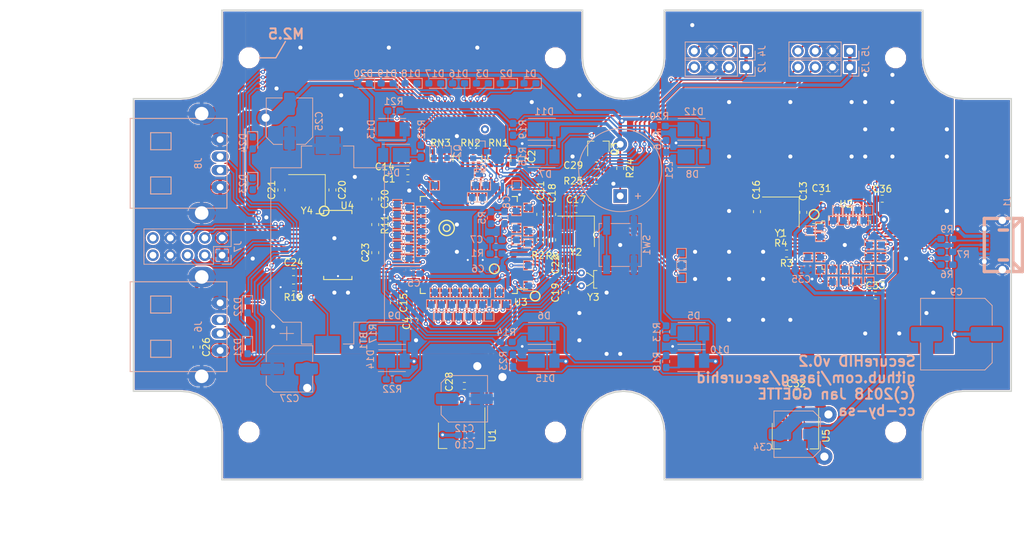
<source format=kicad_pcb>
(kicad_pcb (version 20171130) (host pcbnew "(5.0.1)")
  (layers (0 F.Cu signal) (31 B.Cu signal) (34 B.Paste user) (35 F.Paste user hide) (36 B.SilkS user) (37 F.SilkS user) (38 B.Mask user) (39 F.Mask user hide) (44 Edge.Cuts user))
  (net 0 "")
  (net 1 GND)
  (net 2 "Net-(BT1-Pad1)")
  (net 3 +3V3)
  (net 4 VSSA)
  (net 5 VDDA)
  (net 6 VBUS)
  (net 7 "Net-(C13-Pad2)")
  (net 8 "Net-(C14-Pad1)")
  (net 9 "Net-(C15-Pad1)")
  (net 10 "Net-(C16-Pad2)")
  (net 11 "Net-(C17-Pad2)")
  (net 12 "Net-(C18-Pad2)")
  (net 13 "Net-(C19-Pad2)")
  (net 14 "Net-(C20-Pad1)")
  (net 15 "Net-(C21-Pad1)")
  (net 16 "Net-(C22-Pad2)")
  (net 17 /3V3_HUB)
  (net 18 "Net-(C24-Pad2)")
  (net 19 "Net-(C29-Pad1)")
  (net 20 /LED0)
  (net 21 /LED1)
  (net 22 /LED2)
  (net 23 "Net-(D4-Pad1)")
  (net 24 "Net-(D10-Pad1)")
  (net 25 /LED3)
  (net 26 /LED4)
  (net 27 /LED5)
  (net 28 /LED6)
  (net 29 /LED7)
  (net 30 /LED8)
  (net 31 /LED9)
  (net 32 /LED10)
  (net 33 /LED11)
  (net 34 "Net-(J1-Pad2)")
  (net 35 "Net-(J1-Pad4)")
  (net 36 "Net-(J1-Pad3)")
  (net 37 /SWCLKH)
  (net 38 /SWDIOH)
  (net 39 /DBGH_TX)
  (net 40 /DBGH_RX)
  (net 41 /SWDIOD)
  (net 42 /SWCLKD)
  (net 43 /DBGD_RX)
  (net 44 /DBGD_TX)
  (net 45 "Net-(J6-Pad2)")
  (net 46 "Net-(J6-Pad3)")
  (net 47 "Net-(J7-Pad3)")
  (net 48 "Net-(J7-Pad4)")
  (net 49 "Net-(J7-Pad5)")
  (net 50 "Net-(J7-Pad6)")
  (net 51 "Net-(J7-Pad9)")
  (net 52 "Net-(J7-Pad10)")
  (net 53 "Net-(J8-Pad3)")
  (net 54 "Net-(J8-Pad2)")
  (net 55 "Net-(LS1-Pad1)")
  (net 56 /ALARM_LED_BLUE)
  (net 57 /ALARM_LED_PINK)
  (net 58 "Net-(R2-Pad1)")
  (net 59 "Net-(R3-Pad2)")
  (net 60 +3.3VA)
  (net 61 "Net-(R5-Pad1)")
  (net 62 /USBD_DP)
  (net 63 /USBD_DM)
  (net 64 "Net-(R10-Pad1)")
  (net 65 /HUB_NRST)
  (net 66 /PIEZO_OUT)
  (net 67 "Net-(SW1-Pad2)")
  (net 68 "Net-(TP1-Pad1)")
  (net 69 "Net-(TP2-Pad1)")
  (net 70 "Net-(TP3-Pad1)")
  (net 71 "Net-(TP4-Pad1)")
  (net 72 "Net-(TP5-Pad1)")
  (net 73 "Net-(TP6-Pad1)")
  (net 74 "Net-(TP7-Pad1)")
  (net 75 "Net-(TP8-Pad1)")
  (net 76 "Net-(TP9-Pad1)")
  (net 77 "Net-(TP10-Pad1)")
  (net 78 "Net-(TP11-Pad1)")
  (net 79 "Net-(TP12-Pad1)")
  (net 80 "Net-(TP13-Pad1)")
  (net 81 "Net-(TP14-Pad1)")
  (net 82 "Net-(TP15-Pad1)")
  (net 83 "Net-(TP16-Pad1)")
  (net 84 "Net-(TP17-Pad1)")
  (net 85 "Net-(TP18-Pad1)")
  (net 86 "Net-(TP19-Pad1)")
  (net 87 "Net-(TP20-Pad1)")
  (net 88 "Net-(TP21-Pad1)")
  (net 89 "Net-(TP22-Pad1)")
  (net 90 "Net-(TP23-Pad1)")
  (net 91 "Net-(TP24-Pad1)")
  (net 92 "Net-(TP25-Pad1)")
  (net 93 "Net-(TP26-Pad1)")
  (net 94 "Net-(TP27-Pad1)")
  (net 95 "Net-(TP28-Pad1)")
  (net 96 "Net-(TP29-Pad1)")
  (net 97 "Net-(TP30-Pad1)")
  (net 98 "Net-(TP31-Pad1)")
  (net 99 "Net-(TP32-Pad1)")
  (net 100 "Net-(TP33-Pad1)")
  (net 101 "Net-(TP34-Pad1)")
  (net 102 "Net-(TP35-Pad1)")
  (net 103 "Net-(TP36-Pad1)")
  (net 104 "Net-(TP37-Pad1)")
  (net 105 "Net-(TP38-Pad1)")
  (net 106 "Net-(TP39-Pad1)")
  (net 107 "Net-(TP40-Pad1)")
  (net 108 "Net-(TP41-Pad1)")
  (net 109 "Net-(TP42-Pad1)")
  (net 110 "Net-(TP43-Pad1)")
  (net 111 "Net-(TP44-Pad1)")
  (net 112 "Net-(TP45-Pad1)")
  (net 113 "Net-(TP46-Pad1)")
  (net 114 "Net-(TP47-Pad1)")
  (net 115 "Net-(TP48-Pad1)")
  (net 116 "Net-(TP49-Pad1)")
  (net 117 "Net-(TP50-Pad1)")
  (net 118 "Net-(TP51-Pad1)")
  (net 119 "Net-(TP52-Pad1)")
  (net 120 "Net-(TP53-Pad1)")
  (net 121 "Net-(TP54-Pad1)")
  (net 122 "Net-(TP55-Pad1)")
  (net 123 "Net-(TP56-Pad1)")
  (net 124 "Net-(TP57-Pad1)")
  (net 125 "Net-(TP58-Pad1)")
  (net 126 "Net-(TP59-Pad1)")
  (net 127 "Net-(TP60-Pad1)")
  (net 128 "Net-(TP61-Pad1)")
  (net 129 "Net-(TP62-Pad1)")
  (net 130 "Net-(TP63-Pad1)")
  (net 131 "Net-(TP64-Pad1)")
  (net 132 "Net-(TP65-Pad1)")
  (net 133 "Net-(TP66-Pad1)")
  (net 134 "Net-(TP67-Pad1)")
  (net 135 "Net-(TP68-Pad1)")
  (net 136 "Net-(TP69-Pad1)")
  (net 137 "Net-(TP70-Pad1)")
  (net 138 "Net-(TP71-Pad1)")
  (net 139 "Net-(TP72-Pad1)")
  (net 140 "Net-(TP73-Pad1)")
  (net 141 "Net-(TP74-Pad1)")
  (net 142 "Net-(TP75-Pad1)")
  (net 143 "Net-(TP76-Pad1)")
  (net 144 "Net-(TP77-Pad1)")
  (net 145 "Net-(TP78-Pad1)")
  (net 146 "Net-(TP79-Pad1)")
  (net 147 "Net-(TP80-Pad1)")
  (net 148 GNDA)
  (net 149 /SECURE_IF_F4RX)
  (net 150 /SECURE_IF_F4TX)
  (net 151 /USBH_DM)
  (net 152 /USBH_DP)
  (net 153 "Net-(U4-Pad22)")
  (net 154 "Net-(U4-Pad23)")
  (net 155 "Net-(U4-Pad24)")
  (net 156 "Net-(U4-Pad25)")
  (net 157 "Net-(D1-Pad1)")
  (net 158 "Net-(D2-Pad1)")
  (net 159 "Net-(D3-Pad1)")
  (net 160 "Net-(D16-Pad1)")
  (net 161 "Net-(D17-Pad1)")
  (net 162 "Net-(D18-Pad1)")
  (net 163 "Net-(D19-Pad1)")
  (net 164 "Net-(D20-Pad1)")
  (net 165 "Net-(D21-Pad1)")
  (net 166 "Net-(D22-Pad1)")
  (net 167 "Net-(D23-Pad1)")
  (net 168 "Net-(D24-Pad1)")
  (net 169 "Net-(D5-Pad1)")
  (net 170 "Net-(D6-Pad1)")
  (net 171 "Net-(D7-Pad1)")
  (net 172 "Net-(D8-Pad1)")
  (net 173 "Net-(D9-Pad1)")
  (net 174 "Net-(D11-Pad1)")
  (net 175 "Net-(D12-Pad1)")
  (net 176 "Net-(D13-Pad1)")
  (net 177 "Net-(D14-Pad1)")
  (net 178 "Net-(D15-Pad1)")
  (net 179 "Net-(Q2-Pad2)")
  (net 180 "Net-(Q1-Pad3)")
  (module footprints:microusb_ali_dovetail (layer B.Cu) (at 159.5 81 90)
    (fp_text reference J1 (at 6.3 3.4 90) (layer B.SilkS) (effects (justify mirror)))
    (fp_text value USB_B_Micro hide)
    (pad 5 smd rect (at -1.3 0 90) (size 0.4 1.35) (layers B.Cu B.Paste B.Mask) (net 1 GND))
    (pad 4 smd rect (at -0.65 0 90) (size 0.4 1.35) (layers B.Cu B.Paste B.Mask) (net 35 "Net-(J1-Pad4)"))
    (pad 1 smd rect (at 1.3 0 90) (size 0.4 1.35) (layers B.Cu B.Paste B.Mask) (net 6 VBUS))
    (pad 2 smd rect (at 0.65 0 90) (size 0.4 1.35) (layers B.Cu B.Paste B.Mask) (net 34 "Net-(J1-Pad2)"))
    (pad 3 smd rect (at 0 0 90) (size 0.4 1.35) (layers B.Cu B.Paste B.Mask) (net 36 "Net-(J1-Pad3)"))
    (pad 6 thru_hole oval (at 3.625 2.65 90) (size 1.5 2) (drill 1.1) (layers *.Cu *.Mask) (net 1 GND))
    (pad 6 thru_hole oval (at 2.425 0 90) (size 1 1.5) (drill 0.7) (layers *.Cu *.Mask) (net 1 GND))
    (pad 6 thru_hole oval (at -2.425 0 90) (size 1 1.5) (drill 0.7) (layers *.Cu *.Mask) (net 1 GND))
    (pad 6 thru_hole oval (at -3.625 2.65 90) (size 1.5 2) (drill 1.1) (layers *.Cu *.Mask) (net 1 GND))
  )
  (module MountingHole:MountingHole_2.7mm_M2.5 (layer F.Cu) (at 96.48 108.49)
    (fp_text reference REF** hide)
    (fp_text value MountingHole_2.7mm_M2.5)
    (pad 1 np_thru_hole circle (at 0 0) (size 2.7 2.7) (drill 2.7) (layers *.Cu *.Mask))
  )
  (module MountingHole:MountingHole_2.7mm_M2.5 (layer F.Cu) (at 146.47 108.49)
    (fp_text reference REF** hide)
    (fp_text value MountingHole_2.7mm_M2.5)
    (pad 1 np_thru_hole circle (at 0 0) (size 2.7 2.7) (drill 2.7) (layers *.Cu *.Mask))
  )
  (module MountingHole:MountingHole_2.7mm_M2.5 (layer F.Cu) (at 146.47 53.49)
    (fp_text reference REF** hide)
    (fp_text value MountingHole_2.7mm_M2.5)
    (pad 1 np_thru_hole circle (at 0 0) (size 2.7 2.7) (drill 2.7) (layers *.Cu *.Mask))
  )
  (module MountingHole:MountingHole_2.7mm_M2.5 (layer F.Cu) (at 96.47 53.49)
    (fp_text reference REF** hide)
    (fp_text value MountingHole_2.7mm_M2.5)
    (pad 1 np_thru_hole circle (at 0 0) (size 2.7 2.7) (drill 2.7) (layers *.Cu *.Mask))
  )
  (module MountingHole:MountingHole_2.7mm_M2.5 (layer F.Cu) (at 51.47 53.49)
    (fp_text reference REF** hide)
    (fp_text value MountingHole_2.7mm_M2.5)
    (pad 1 np_thru_hole circle (at 0 0) (size 2.7 2.7) (drill 2.7) (layers *.Cu *.Mask))
  )
  (module Resistor_SMD:R_0603_1608Metric_Pad1.05x0.95mm_HandSolder (layer B.Cu) (at 89.25 95.25 180)
    (fp_text reference R14 (at 0 1.43 180) (layer B.SilkS) (effects (justify mirror)))
    (fp_text value 100)
    (pad 1 smd roundrect (at -0.875 0 180) (size 1.05 0.95) (layers B.Cu B.Paste B.Mask) (net 170 "Net-(D6-Pad1)"))
    (pad 2 smd roundrect (at 0.875 0 180) (size 1.05 0.95) (layers B.Cu B.Paste B.Mask) (net 180 "Net-(Q1-Pad3)"))
  )
  (module footprints:USB_A_FEMALE_THT (layer B.Cu) (at 44.5 69 90)
    (fp_text reference J8 (at 0 -0.5 90) (layer B.SilkS) (effects (justify mirror)))
    (fp_text value USB_A)
    (pad 5 thru_hole oval (at -7.3 0 90) (size 3 4) (drill 2) (layers *.Cu *.Mask) (net 1 GND))
    (pad 5 thru_hole oval (at 7.3 0 90) (size 3 4) (drill 2) (layers *.Cu *.Mask) (net 1 GND))
    (pad 1 thru_hole oval (at -3.5 2.71 90) (size 1.8 2.5) (drill 1) (layers *.Cu *.Mask) (net 6 VBUS))
    (pad 4 thru_hole oval (at 3.5 2.71 90) (size 1.8 2.5) (drill 1) (layers *.Cu *.Mask) (net 1 GND))
    (pad 3 thru_hole oval (at 1 2.71 90) (size 1.5 2.5) (drill 1) (layers *.Cu *.Mask) (net 53 "Net-(J8-Pad3)"))
    (pad 2 thru_hole oval (at -1 2.71 90) (size 1.5 2.5) (drill 1) (layers *.Cu *.Mask) (net 54 "Net-(J8-Pad2)"))
  )
  (module Capacitor_SMD:C_Elec_10x10.2 (layer B.Cu) (at 155.4 94.1 180)
    (fp_text reference C9 (at 0 6.2 180) (layer B.SilkS) (effects (justify mirror)))
    (fp_text value 220u)
    (pad 1 smd roundrect (at -4.4 0 180) (size 4.6 2.1) (layers B.Cu B.Paste B.Mask) (roundrect_rratio 0.119048) (net 6 VBUS))
    (pad 2 smd roundrect (at 4.4 0 180) (size 4.6 2.1) (layers B.Cu B.Paste B.Mask) (roundrect_rratio 0.119048) (net 1 GND))
  )
  (module TestPoint:TestPoint_Pad_1.0x1.0mm (layer B.Cu) (at 90.8 72.25)
    (fp_text reference TP3 hide)
    (fp_text value TestPoint_Alt)
    (pad 1 smd rect (at 0 0) (size 1 1) (layers B.Cu B.Mask) (net 70 "Net-(TP3-Pad1)"))
  )
  (module TestPoint:TestPoint_Pad_1.0x1.0mm (layer B.Cu) (at 73.25 75)
    (fp_text reference TP47 hide)
    (fp_text value TestPoint_Alt)
    (pad 1 smd rect (at 0 0) (size 1 1) (layers B.Cu B.Mask) (net 114 "Net-(TP47-Pad1)"))
  )
  (module Capacitor_SMD:C_0603_1608Metric_Pad1.05x0.95mm_HandSolder (layer F.Cu) (at 74.8 71.2 180)
    (fp_text reference C1 (at 2.8 -0.1 180) (layer F.SilkS))
    (fp_text value 100n)
    (pad 2 smd roundrect (at 0.875 0 180) (size 1.05 0.95) (layers F.Cu F.Paste F.Mask) (net 1 GND))
    (pad 1 smd roundrect (at -0.875 0 180) (size 1.05 0.95) (layers F.Cu F.Paste F.Mask) (net 3 +3V3))
  )
  (module Capacitor_SMD:C_0603_1608Metric_Pad1.05x0.95mm_HandSolder (layer F.Cu) (at 91.5 68.25 90)
    (fp_text reference C2 (at 0.25 1.5 90) (layer F.SilkS))
    (fp_text value 100n)
    (pad 1 smd roundrect (at -0.875 0 90) (size 1.05 0.95) (layers F.Cu F.Paste F.Mask) (net 3 +3V3))
    (pad 2 smd roundrect (at 0.875 0 90) (size 1.05 0.95) (layers F.Cu F.Paste F.Mask) (net 1 GND))
  )
  (module Capacitor_SMD:C_0603_1608Metric_Pad1.05x0.95mm_HandSolder (layer F.Cu) (at 75.75 92 270)
    (fp_text reference C4 (at 0.5 1.15 270) (layer F.SilkS))
    (fp_text value 100n)
    (pad 2 smd roundrect (at 0.875 0 270) (size 1.05 0.95) (layers F.Cu F.Paste F.Mask) (net 1 GND))
    (pad 1 smd roundrect (at -0.875 0 270) (size 1.05 0.95) (layers F.Cu F.Paste F.Mask) (net 3 +3V3))
  )
  (module Capacitor_SMD:C_0603_1608Metric_Pad1.05x0.95mm_HandSolder (layer B.Cu) (at 75.675 85.2 180)
    (fp_text reference C5 (at -0.025 -1.4 180) (layer B.SilkS) (effects (justify mirror)))
    (fp_text value 100n)
    (pad 2 smd roundrect (at 0.875 0 180) (size 1.05 0.95) (layers B.Cu B.Paste B.Mask) (net 1 GND))
    (pad 1 smd roundrect (at -0.875 0 180) (size 1.05 0.95) (layers B.Cu B.Paste B.Mask) (net 3 +3V3))
  )
  (module Capacitor_SMD:C_0603_1608Metric_Pad1.05x0.95mm_HandSolder (layer B.Cu) (at 87.8 84.4 180)
    (fp_text reference C6 (at 2.7 -0.1 180) (layer B.SilkS) (effects (justify mirror)))
    (fp_text value 100n)
    (pad 1 smd roundrect (at -0.875 0 180) (size 1.05 0.95) (layers B.Cu B.Paste B.Mask) (net 3 +3V3))
    (pad 2 smd roundrect (at 0.875 0 180) (size 1.05 0.95) (layers B.Cu B.Paste B.Mask) (net 1 GND))
  )
  (module Capacitor_SMD:C_0603_1608Metric_Pad1.05x0.95mm_HandSolder (layer B.Cu) (at 87.75 80.25 180)
    (fp_text reference C7 (at 2.85 0.05 180) (layer B.SilkS) (effects (justify mirror)))
    (fp_text value 100n)
    (pad 1 smd roundrect (at -0.875 0 180) (size 1.05 0.95) (layers B.Cu B.Paste B.Mask) (net 4 VSSA))
    (pad 2 smd roundrect (at 0.875 0 180) (size 1.05 0.95) (layers B.Cu B.Paste B.Mask) (net 5 VDDA))
  )
  (module Capacitor_SMD:C_0603_1608Metric_Pad1.05x0.95mm_HandSolder (layer B.Cu) (at 89 77 270)
    (fp_text reference C8 (at -2.3 -0.3 270) (layer B.SilkS) (effects (justify mirror)))
    (fp_text value 10u)
    (pad 1 smd roundrect (at -0.875 0 270) (size 1.05 0.95) (layers B.Cu B.Paste B.Mask) (net 5 VDDA))
    (pad 2 smd roundrect (at 0.875 0 270) (size 1.05 0.95) (layers B.Cu B.Paste B.Mask) (net 4 VSSA))
  )
  (module Capacitor_SMD:C_0603_1608Metric_Pad1.05x0.95mm_HandSolder (layer B.Cu) (at 83.1 108.95)
    (fp_text reference C10 (at 0 1.43) (layer B.SilkS) (effects (justify mirror)))
    (fp_text value 100n)
    (pad 1 smd roundrect (at -0.875 0) (size 1.05 0.95) (layers B.Cu B.Paste B.Mask) (net 6 VBUS))
    (pad 2 smd roundrect (at 0.875 0) (size 1.05 0.95) (layers B.Cu B.Paste B.Mask) (net 1 GND))
  )
  (module Capacitor_SMD:C_0603_1608Metric_Pad1.05x0.95mm_HandSolder (layer F.Cu) (at 94.25 76.5 90)
    (fp_text reference C11 (at 3.5 0.05 90) (layer F.SilkS))
    (fp_text value 100n)
    (pad 2 smd roundrect (at 0.875 0 90) (size 1.05 0.95) (layers F.Cu F.Paste F.Mask) (net 1 GND))
    (pad 1 smd roundrect (at -0.875 0 90) (size 1.05 0.95) (layers F.Cu F.Paste F.Mask) (net 3 +3V3))
  )
  (module Capacitor_SMD:C_0603_1608Metric_Pad1.05x0.95mm_HandSolder (layer F.Cu) (at 132.9 76.2 90)
    (fp_text reference C13 (at 3.1 0 90) (layer F.SilkS))
    (fp_text value 12p)
    (pad 2 smd roundrect (at 0.875 0 90) (size 1.05 0.95) (layers F.Cu F.Paste F.Mask) (net 7 "Net-(C13-Pad2)"))
    (pad 1 smd roundrect (at -0.875 0 90) (size 1.05 0.95) (layers F.Cu F.Paste F.Mask) (net 148 GNDA))
  )
  (module Capacitor_SMD:C_0603_1608Metric_Pad1.05x0.95mm_HandSolder (layer F.Cu) (at 74.8 69.4 180)
    (fp_text reference C14 (at 3.4 -0.1 180) (layer F.SilkS))
    (fp_text value 10u)
    (pad 1 smd roundrect (at -0.875 0 180) (size 1.05 0.95) (layers F.Cu F.Paste F.Mask) (net 8 "Net-(C14-Pad1)"))
    (pad 2 smd roundrect (at 0.875 0 180) (size 1.05 0.95) (layers F.Cu F.Paste F.Mask) (net 1 GND))
  )
  (module Capacitor_SMD:C_0603_1608Metric_Pad1.05x0.95mm_HandSolder (layer F.Cu) (at 72.75 89.5 270)
    (fp_text reference C15 (at 0 -1.43 270) (layer F.SilkS))
    (fp_text value 10u)
    (pad 2 smd roundrect (at 0.875 0 270) (size 1.05 0.95) (layers F.Cu F.Paste F.Mask) (net 1 GND))
    (pad 1 smd roundrect (at -0.875 0 270) (size 1.05 0.95) (layers F.Cu F.Paste F.Mask) (net 9 "Net-(C15-Pad1)"))
  )
  (module Capacitor_SMD:C_0603_1608Metric_Pad1.05x0.95mm_HandSolder (layer F.Cu) (at 126.1 76.1 270)
    (fp_text reference C16 (at -3.2 0.1 270) (layer F.SilkS))
    (fp_text value 12p)
    (pad 1 smd roundrect (at -0.875 0 270) (size 1.05 0.95) (layers F.Cu F.Paste F.Mask) (net 148 GNDA))
    (pad 2 smd roundrect (at 0.875 0 270) (size 1.05 0.95) (layers F.Cu F.Paste F.Mask) (net 10 "Net-(C16-Pad2)"))
  )
  (module Capacitor_SMD:C_0603_1608Metric_Pad1.05x0.95mm_HandSolder (layer F.Cu) (at 99.5 75.75)
    (fp_text reference C17 (at 0 -1.43) (layer F.SilkS))
    (fp_text value 12p)
    (pad 1 smd roundrect (at -0.875 0) (size 1.05 0.95) (layers F.Cu F.Paste F.Mask) (net 1 GND))
    (pad 2 smd roundrect (at 0.875 0) (size 1.05 0.95) (layers F.Cu F.Paste F.Mask) (net 11 "Net-(C17-Pad2)"))
  )
  (module Capacitor_SMD:C_0603_1608Metric_Pad1.05x0.95mm_HandSolder (layer F.Cu) (at 96 76.5 270)
    (fp_text reference C18 (at -3.1 0 270) (layer F.SilkS))
    (fp_text value 12p)
    (pad 2 smd roundrect (at 0.875 0 270) (size 1.05 0.95) (layers F.Cu F.Paste F.Mask) (net 12 "Net-(C18-Pad2)"))
    (pad 1 smd roundrect (at -0.875 0 270) (size 1.05 0.95) (layers F.Cu F.Paste F.Mask) (net 1 GND))
  )
  (module Capacitor_SMD:C_0603_1608Metric_Pad1.05x0.95mm_HandSolder (layer F.Cu) (at 97.9 88 90)
    (fp_text reference C19 (at 0 -1.43 90) (layer F.SilkS))
    (fp_text value 12p)
    (pad 2 smd roundrect (at 0.875 0 90) (size 1.05 0.95) (layers F.Cu F.Paste F.Mask) (net 13 "Net-(C19-Pad2)"))
    (pad 1 smd roundrect (at -0.875 0 90) (size 1.05 0.95) (layers F.Cu F.Paste F.Mask) (net 1 GND))
  )
  (module Capacitor_SMD:C_0603_1608Metric_Pad1.05x0.95mm_HandSolder (layer F.Cu) (at 63.711221 72.912062 270)
    (fp_text reference C20 (at 0 -1.43 270) (layer F.SilkS))
    (fp_text value 22p)
    (pad 2 smd roundrect (at 0.875 0 270) (size 1.05 0.95) (layers F.Cu F.Paste F.Mask) (net 1 GND))
    (pad 1 smd roundrect (at -0.875 0 270) (size 1.05 0.95) (layers F.Cu F.Paste F.Mask) (net 14 "Net-(C20-Pad1)"))
  )
  (module Capacitor_SMD:C_0603_1608Metric_Pad1.05x0.95mm_HandSolder (layer F.Cu) (at 56.211221 72.912062 90)
    (fp_text reference C21 (at 0 -1.43 90) (layer F.SilkS))
    (fp_text value 22p)
    (pad 1 smd roundrect (at -0.875 0 90) (size 1.05 0.95) (layers F.Cu F.Paste F.Mask) (net 15 "Net-(C21-Pad1)"))
    (pad 2 smd roundrect (at 0.875 0 90) (size 1.05 0.95) (layers F.Cu F.Paste F.Mask) (net 1 GND))
  )
  (module Capacitor_SMD:C_0603_1608Metric_Pad1.05x0.95mm_HandSolder (layer F.Cu) (at 97.9 84.1 270)
    (fp_text reference C22 (at -0.25 1.4 270) (layer F.SilkS))
    (fp_text value 12p)
    (pad 1 smd roundrect (at -0.875 0 270) (size 1.05 0.95) (layers F.Cu F.Paste F.Mask) (net 1 GND))
    (pad 2 smd roundrect (at 0.875 0 270) (size 1.05 0.95) (layers F.Cu F.Paste F.Mask) (net 16 "Net-(C22-Pad2)"))
  )
  (module Capacitor_SMD:C_0603_1608Metric_Pad1.05x0.95mm_HandSolder (layer F.Cu) (at 70 82.125 90)
    (fp_text reference C23 (at 0 -1.43 90) (layer F.SilkS))
    (fp_text value 10u)
    (pad 1 smd roundrect (at -0.875 0 90) (size 1.05 0.95) (layers F.Cu F.Paste F.Mask) (net 1 GND))
    (pad 2 smd roundrect (at 0.875 0 90) (size 1.05 0.95) (layers F.Cu F.Paste F.Mask) (net 17 /3V3_HUB))
  )
  (module Capacitor_SMD:C_0603_1608Metric_Pad1.05x0.95mm_HandSolder (layer F.Cu) (at 58 85)
    (fp_text reference C24 (at 0 -1.43) (layer F.SilkS))
    (fp_text value 10u)
    (pad 2 smd roundrect (at 0.875 0) (size 1.05 0.95) (layers F.Cu F.Paste F.Mask) (net 18 "Net-(C24-Pad2)"))
    (pad 1 smd roundrect (at -0.875 0) (size 1.05 0.95) (layers F.Cu F.Paste F.Mask) (net 1 GND))
  )
  (module Capacitor_SMD:C_0603_1608Metric_Pad1.05x0.95mm_HandSolder (layer F.Cu) (at 43.75 96 270)
    (fp_text reference C26 (at 0 -1.43 270) (layer F.SilkS))
    (fp_text value 100n)
    (pad 1 smd roundrect (at -0.875 0 270) (size 1.05 0.95) (layers F.Cu F.Paste F.Mask) (net 1 GND))
    (pad 2 smd roundrect (at 0.875 0 270) (size 1.05 0.95) (layers F.Cu F.Paste F.Mask) (net 6 VBUS))
  )
  (module Capacitor_SMD:C_0603_1608Metric_Pad1.05x0.95mm_HandSolder (layer F.Cu) (at 83.1 101.7 180)
    (fp_text reference C28 (at 2.23 0.6 90) (layer F.SilkS))
    (fp_text value 100n)
    (pad 1 smd roundrect (at -0.875 0 180) (size 1.05 0.95) (layers F.Cu F.Paste F.Mask) (net 1 GND))
    (pad 2 smd roundrect (at 0.875 0 180) (size 1.05 0.95) (layers F.Cu F.Paste F.Mask) (net 6 VBUS))
  )
  (module Capacitor_SMD:C_0603_1608Metric_Pad1.05x0.95mm_HandSolder (layer F.Cu) (at 102.50704 69.312058 180)
    (fp_text reference C29 (at 3.40704 0.012058 180) (layer F.SilkS))
    (fp_text value 100p)
    (pad 1 smd roundrect (at -0.875 0 180) (size 1.05 0.95) (layers F.Cu F.Paste F.Mask) (net 19 "Net-(C29-Pad1)"))
    (pad 2 smd roundrect (at 0.875 0 180) (size 1.05 0.95) (layers F.Cu F.Paste F.Mask) (net 1 GND))
  )
  (module LED_SMD:LED_0603_1608Metric_Pad1.05x0.95mm_HandSolder (layer B.Cu) (at 92.75 57.25 180)
    (fp_text reference D1 (at 0 1.43 180) (layer B.SilkS) (effects (justify mirror)))
    (fp_text value red)
    (pad 2 smd roundrect (at 0.875 0 180) (size 1.05 0.95) (layers B.Cu B.Paste B.Mask) (net 6 VBUS))
    (pad 1 smd roundrect (at -0.875 0 180) (size 1.05 0.95) (layers B.Cu B.Paste B.Mask) (net 157 "Net-(D1-Pad1)"))
  )
  (module LED_SMD:LED_0603_1608Metric_Pad1.05x0.95mm_HandSolder (layer B.Cu) (at 89.25 57.25 180)
    (fp_text reference D2 (at 0 1.43 180) (layer B.SilkS) (effects (justify mirror)))
    (fp_text value red)
    (pad 1 smd roundrect (at -0.875 0 180) (size 1.05 0.95) (layers B.Cu B.Paste B.Mask) (net 158 "Net-(D2-Pad1)"))
    (pad 2 smd roundrect (at 0.875 0 180) (size 1.05 0.95) (layers B.Cu B.Paste B.Mask) (net 6 VBUS))
  )
  (module LED_SMD:LED_0603_1608Metric_Pad1.05x0.95mm_HandSolder (layer B.Cu) (at 85.75 57.25 180)
    (fp_text reference D3 (at 0 1.43 180) (layer B.SilkS) (effects (justify mirror)))
    (fp_text value red)
    (pad 2 smd roundrect (at 0.875 0 180) (size 1.05 0.95) (layers B.Cu B.Paste B.Mask) (net 6 VBUS))
    (pad 1 smd roundrect (at -0.875 0 180) (size 1.05 0.95) (layers B.Cu B.Paste B.Mask) (net 159 "Net-(D3-Pad1)"))
  )
  (module LED_SMD:LED_PLCC_2835_Handsoldering (layer B.Cu) (at 72.5 67.8 180)
    (fp_text reference D4 (at -0.18 -2.6 180) (layer B.SilkS) (effects (justify mirror)))
    (fp_text value "Ice blue")
    (pad 1 smd rect (at -1.33 0) (size 2.5 2.1) (layers B.Cu B.Paste B.Mask) (net 23 "Net-(D4-Pad1)"))
    (pad 2 smd rect (at 1.33 0) (size 1.5 2.1) (layers B.Cu B.Paste B.Mask) (net 6 VBUS))
  )
  (module LED_SMD:LED_PLCC_2835_Handsoldering (layer B.Cu) (at 117 94)
    (fp_text reference D5 (at -0.18 -2.6) (layer B.SilkS) (effects (justify mirror)))
    (fp_text value "Ice blue")
    (pad 1 smd rect (at -1.33 0 180) (size 2.5 2.1) (layers B.Cu B.Paste B.Mask) (net 169 "Net-(D5-Pad1)"))
    (pad 2 smd rect (at 1.33 0 180) (size 1.5 2.1) (layers B.Cu B.Paste B.Mask) (net 6 VBUS))
  )
  (module LED_SMD:LED_PLCC_2835_Handsoldering (layer B.Cu) (at 95 94)
    (fp_text reference D6 (at -0.18 -2.6) (layer B.SilkS) (effects (justify mirror)))
    (fp_text value "Ice blue")
    (pad 2 smd rect (at 1.33 0 180) (size 1.5 2.1) (layers B.Cu B.Paste B.Mask) (net 6 VBUS))
    (pad 1 smd rect (at -1.33 0 180) (size 2.5 2.1) (layers B.Cu B.Paste B.Mask) (net 170 "Net-(D6-Pad1)"))
  )
  (module LED_SMD:LED_PLCC_2835_Handsoldering (layer B.Cu) (at 95 68)
    (fp_text reference D7 (at 0 2.6) (layer B.SilkS) (effects (justify mirror)))
    (fp_text value "Ice blue")
    (pad 1 smd rect (at -1.33 0 180) (size 2.5 2.1) (layers B.Cu B.Paste B.Mask) (net 171 "Net-(D7-Pad1)"))
    (pad 2 smd rect (at 1.33 0 180) (size 1.5 2.1) (layers B.Cu B.Paste B.Mask) (net 6 VBUS))
  )
  (module LED_SMD:LED_PLCC_2835_Handsoldering (layer B.Cu) (at 117 68)
    (fp_text reference D8 (at -0.4 2.6) (layer B.SilkS) (effects (justify mirror)))
    (fp_text value "Ice blue")
    (pad 2 smd rect (at 1.33 0 180) (size 1.5 2.1) (layers B.Cu B.Paste B.Mask) (net 6 VBUS))
    (pad 1 smd rect (at -1.33 0 180) (size 2.5 2.1) (layers B.Cu B.Paste B.Mask) (net 172 "Net-(D8-Pad1)"))
  )
  (module LED_SMD:LED_PLCC_2835_Handsoldering (layer B.Cu) (at 73 94)
    (fp_text reference D9 (at -0.18 -2.6) (layer B.SilkS) (effects (justify mirror)))
    (fp_text value "Ice blue")
    (pad 2 smd rect (at 1.33 0 180) (size 1.5 2.1) (layers B.Cu B.Paste B.Mask) (net 6 VBUS))
    (pad 1 smd rect (at -1.33 0 180) (size 2.5 2.1) (layers B.Cu B.Paste B.Mask) (net 173 "Net-(D9-Pad1)"))
  )
  (module LED_SMD:LED_PLCC_2835_Handsoldering (layer B.Cu) (at 117 98)
    (fp_text reference D10 (at 3.65 -1.6) (layer B.SilkS) (effects (justify mirror)))
    (fp_text value pink)
    (pad 2 smd rect (at 1.33 0 180) (size 1.5 2.1) (layers B.Cu B.Paste B.Mask) (net 6 VBUS))
    (pad 1 smd rect (at -1.33 0 180) (size 2.5 2.1) (layers B.Cu B.Paste B.Mask) (net 24 "Net-(D10-Pad1)"))
  )
  (module LED_SMD:LED_PLCC_2835_Handsoldering (layer B.Cu) (at 95 64)
    (fp_text reference D11 (at -0.18 -2.6) (layer B.SilkS) (effects (justify mirror)))
    (fp_text value pink)
    (pad 1 smd rect (at -1.33 0 180) (size 2.5 2.1) (layers B.Cu B.Paste B.Mask) (net 174 "Net-(D11-Pad1)"))
    (pad 2 smd rect (at 1.33 0 180) (size 1.5 2.1) (layers B.Cu B.Paste B.Mask) (net 6 VBUS))
  )
  (module LED_SMD:LED_PLCC_2835_Handsoldering (layer B.Cu) (at 117 64)
    (fp_text reference D12 (at -0.18 -2.6) (layer B.SilkS) (effects (justify mirror)))
    (fp_text value pink)
    (pad 2 smd rect (at 1.33 0 180) (size 1.5 2.1) (layers B.Cu B.Paste B.Mask) (net 6 VBUS))
    (pad 1 smd rect (at -1.33 0 180) (size 2.5 2.1) (layers B.Cu B.Paste B.Mask) (net 175 "Net-(D12-Pad1)"))
  )
  (module LED_SMD:LED_PLCC_2835_Handsoldering (layer B.Cu) (at 73 64)
    (fp_text reference D13 (at -3.6 0 90) (layer B.SilkS) (effects (justify mirror)))
    (fp_text value pink)
    (pad 2 smd rect (at 1.33 0 180) (size 1.5 2.1) (layers B.Cu B.Paste B.Mask) (net 6 VBUS))
    (pad 1 smd rect (at -1.33 0 180) (size 2.5 2.1) (layers B.Cu B.Paste B.Mask) (net 176 "Net-(D13-Pad1)"))
  )
  (module LED_SMD:LED_PLCC_2835_Handsoldering (layer B.Cu) (at 73 98)
    (fp_text reference D14 (at -3.7 -0.2 90) (layer B.SilkS) (effects (justify mirror)))
    (fp_text value pink)
    (pad 1 smd rect (at -1.33 0 180) (size 2.5 2.1) (layers B.Cu B.Paste B.Mask) (net 177 "Net-(D14-Pad1)"))
    (pad 2 smd rect (at 1.33 0 180) (size 1.5 2.1) (layers B.Cu B.Paste B.Mask) (net 6 VBUS))
  )
  (module LED_SMD:LED_PLCC_2835_Handsoldering (layer B.Cu) (at 95 98)
    (fp_text reference D15 (at 0 2.6) (layer B.SilkS) (effects (justify mirror)))
    (fp_text value pink)
    (pad 1 smd rect (at -1.33 0 180) (size 2.5 2.1) (layers B.Cu B.Paste B.Mask) (net 178 "Net-(D15-Pad1)"))
    (pad 2 smd rect (at 1.33 0 180) (size 1.5 2.1) (layers B.Cu B.Paste B.Mask) (net 6 VBUS))
  )
  (module LED_SMD:LED_0603_1608Metric_Pad1.05x0.95mm_HandSolder (layer B.Cu) (at 82.25 57.25 180)
    (fp_text reference D16 (at 0 1.43 180) (layer B.SilkS) (effects (justify mirror)))
    (fp_text value red)
    (pad 1 smd roundrect (at -0.875 0 180) (size 1.05 0.95) (layers B.Cu B.Paste B.Mask) (net 160 "Net-(D16-Pad1)"))
    (pad 2 smd roundrect (at 0.875 0 180) (size 1.05 0.95) (layers B.Cu B.Paste B.Mask) (net 6 VBUS))
  )
  (module LED_SMD:LED_0603_1608Metric_Pad1.05x0.95mm_HandSolder (layer B.Cu) (at 78.75 57.25 180)
    (fp_text reference D17 (at 0 1.43 180) (layer B.SilkS) (effects (justify mirror)))
    (fp_text value red)
    (pad 2 smd roundrect (at 0.875 0 180) (size 1.05 0.95) (layers B.Cu B.Paste B.Mask) (net 6 VBUS))
    (pad 1 smd roundrect (at -0.875 0 180) (size 1.05 0.95) (layers B.Cu B.Paste B.Mask) (net 161 "Net-(D17-Pad1)"))
  )
  (module LED_SMD:LED_0603_1608Metric_Pad1.05x0.95mm_HandSolder (layer B.Cu) (at 75.25 57.25 180)
    (fp_text reference D18 (at 0 1.43 180) (layer B.SilkS) (effects (justify mirror)))
    (fp_text value red)
    (pad 1 smd roundrect (at -0.875 0 180) (size 1.05 0.95) (layers B.Cu B.Paste B.Mask) (net 162 "Net-(D18-Pad1)"))
    (pad 2 smd roundrect (at 0.875 0 180) (size 1.05 0.95) (layers B.Cu B.Paste B.Mask) (net 6 VBUS))
  )
  (module LED_SMD:LED_0603_1608Metric_Pad1.05x0.95mm_HandSolder (layer B.Cu) (at 71.75 57.25 180)
    (fp_text reference D19 (at 0 1.43 180) (layer B.SilkS) (effects (justify mirror)))
    (fp_text value red)
    (pad 2 smd roundrect (at 0.875 0 180) (size 1.05 0.95) (layers B.Cu B.Paste B.Mask) (net 6 VBUS))
    (pad 1 smd roundrect (at -0.875 0 180) (size 1.05 0.95) (layers B.Cu B.Paste B.Mask) (net 163 "Net-(D19-Pad1)"))
  )
  (module LED_SMD:LED_0603_1608Metric_Pad1.05x0.95mm_HandSolder (layer B.Cu) (at 68.25 57.25 180)
    (fp_text reference D20 (at 0 1.43 180) (layer B.SilkS) (effects (justify mirror)))
    (fp_text value red)
    (pad 1 smd roundrect (at -0.875 0 180) (size 1.05 0.95) (layers B.Cu B.Paste B.Mask) (net 164 "Net-(D20-Pad1)"))
    (pad 2 smd roundrect (at 0.875 0 180) (size 1.05 0.95) (layers B.Cu B.Paste B.Mask) (net 6 VBUS))
  )
  (module LED_SMD:LED_0603_1608Metric_Pad1.05x0.95mm_HandSolder (layer B.Cu) (at 51.25 96.1 270)
    (fp_text reference D21 (at 0 1.43 270) (layer B.SilkS) (effects (justify mirror)))
    (fp_text value red)
    (pad 2 smd roundrect (at 0.875 0 270) (size 1.05 0.95) (layers B.Cu B.Paste B.Mask) (net 6 VBUS))
    (pad 1 smd roundrect (at -0.875 0 270) (size 1.05 0.95) (layers B.Cu B.Paste B.Mask) (net 165 "Net-(D21-Pad1)"))
  )
  (module LED_SMD:LED_0603_1608Metric_Pad1.05x0.95mm_HandSolder (layer B.Cu) (at 51.25 90.1 270)
    (fp_text reference D22 (at 0 1.43 270) (layer B.SilkS) (effects (justify mirror)))
    (fp_text value red)
    (pad 1 smd roundrect (at -0.875 0 270) (size 1.05 0.95) (layers B.Cu B.Paste B.Mask) (net 166 "Net-(D22-Pad1)"))
    (pad 2 smd roundrect (at 0.875 0 270) (size 1.05 0.95) (layers B.Cu B.Paste B.Mask) (net 6 VBUS))
  )
  (module LED_SMD:LED_0603_1608Metric_Pad1.05x0.95mm_HandSolder (layer B.Cu) (at 52 72 270)
    (fp_text reference D23 (at 0 1.43 270) (layer B.SilkS) (effects (justify mirror)))
    (fp_text value red)
    (pad 2 smd roundrect (at 0.875 0 270) (size 1.05 0.95) (layers B.Cu B.Paste B.Mask) (net 6 VBUS))
    (pad 1 smd roundrect (at -0.875 0 270) (size 1.05 0.95) (layers B.Cu B.Paste B.Mask) (net 167 "Net-(D23-Pad1)"))
  )
  (module LED_SMD:LED_0603_1608Metric_Pad1.05x0.95mm_HandSolder (layer B.Cu) (at 52 66 270)
    (fp_text reference D24 (at 0 1.43 270) (layer B.SilkS) (effects (justify mirror)))
    (fp_text value red)
    (pad 1 smd roundrect (at -0.875 0 270) (size 1.05 0.95) (layers B.Cu B.Paste B.Mask) (net 168 "Net-(D24-Pad1)"))
    (pad 2 smd roundrect (at 0.875 0 270) (size 1.05 0.95) (layers B.Cu B.Paste B.Mask) (net 6 VBUS))
  )
  (module Connector_PinHeader_2.54mm:PinHeader_1x04_P2.54mm_Vertical (layer B.Cu) (at 124.5 54.86 90)
    (fp_text reference J2 (at 0 2.33 90) (layer B.SilkS) (effects (justify mirror)))
    (fp_text value SWD_HOST)
    (pad 4 thru_hole oval (at 0 -7.62 90) (size 1.7 1.7) (drill 1) (layers *.Cu *.Mask) (net 38 /SWDIOH))
    (pad 3 thru_hole oval (at 0 -5.08 90) (size 1.7 1.7) (drill 1) (layers *.Cu *.Mask) (net 148 GNDA))
    (pad 2 thru_hole oval (at 0 -2.54 90) (size 1.7 1.7) (drill 1) (layers *.Cu *.Mask) (net 37 /SWCLKH))
    (pad 1 thru_hole rect (at 0 0 90) (size 1.7 1.7) (drill 1) (layers *.Cu *.Mask) (net 3 +3V3))
  )
  (module Connector_PinHeader_2.54mm:PinHeader_1x04_P2.54mm_Vertical (layer B.Cu) (at 139.74 54.86 90)
    (fp_text reference J3 (at 0 2.33 90) (layer B.SilkS) (effects (justify mirror)))
    (fp_text value UART_HOST)
    (pad 4 thru_hole oval (at 0 -7.62 90) (size 1.7 1.7) (drill 1) (layers *.Cu *.Mask) (net 39 /DBGH_TX))
    (pad 3 thru_hole oval (at 0 -5.08 90) (size 1.7 1.7) (drill 1) (layers *.Cu *.Mask) (net 40 /DBGH_RX))
    (pad 2 thru_hole oval (at 0 -2.54 90) (size 1.7 1.7) (drill 1) (layers *.Cu *.Mask) (net 148 GNDA))
    (pad 1 thru_hole rect (at 0 0 90) (size 1.7 1.7) (drill 1) (layers *.Cu *.Mask) (net 6 VBUS))
  )
  (module Connector_PinHeader_2.54mm:PinHeader_1x04_P2.54mm_Vertical (layer B.Cu) (at 124.5 52.5 90)
    (fp_text reference J4 (at 0 2.33 90) (layer B.SilkS) (effects (justify mirror)))
    (fp_text value SWD_DEVICE)
    (pad 4 thru_hole oval (at 0 -7.62 90) (size 1.7 1.7) (drill 1) (layers *.Cu *.Mask) (net 41 /SWDIOD))
    (pad 3 thru_hole oval (at 0 -5.08 90) (size 1.7 1.7) (drill 1) (layers *.Cu *.Mask) (net 148 GNDA))
    (pad 2 thru_hole oval (at 0 -2.54 90) (size 1.7 1.7) (drill 1) (layers *.Cu *.Mask) (net 42 /SWCLKD))
    (pad 1 thru_hole rect (at 0 0 90) (size 1.7 1.7) (drill 1) (layers *.Cu *.Mask) (net 3 +3V3))
  )
  (module Connector_PinHeader_2.54mm:PinHeader_1x04_P2.54mm_Vertical (layer B.Cu) (at 139.74 52.5 90)
    (fp_text reference J5 (at 0 2.33 90) (layer B.SilkS) (effects (justify mirror)))
    (fp_text value UART_DEVICE)
    (pad 1 thru_hole rect (at 0 0 90) (size 1.7 1.7) (drill 1) (layers *.Cu *.Mask) (net 6 VBUS))
    (pad 2 thru_hole oval (at 0 -2.54 90) (size 1.7 1.7) (drill 1) (layers *.Cu *.Mask) (net 148 GNDA))
    (pad 3 thru_hole oval (at 0 -5.08 90) (size 1.7 1.7) (drill 1) (layers *.Cu *.Mask) (net 43 /DBGD_RX))
    (pad 4 thru_hole oval (at 0 -7.62 90) (size 1.7 1.7) (drill 1) (layers *.Cu *.Mask) (net 44 /DBGD_TX))
  )
  (module Connector_PinHeader_2.54mm:PinHeader_2x05_P2.54mm_Vertical (layer B.Cu) (at 47.5 82.5 90)
    (fp_text reference J7 (at 1.27 2.33 90) (layer B.SilkS) (effects (justify mirror)))
    (fp_text value USB_SPARE)
    (pad 1 thru_hole rect (at 0 0 90) (size 1.7 1.7) (drill 1) (layers *.Cu *.Mask) (net 6 VBUS))
    (pad 2 thru_hole oval (at 2.54 0 90) (size 1.7 1.7) (drill 1) (layers *.Cu *.Mask) (net 6 VBUS))
    (pad 3 thru_hole oval (at 0 -2.54 90) (size 1.7 1.7) (drill 1) (layers *.Cu *.Mask) (net 47 "Net-(J7-Pad3)"))
    (pad 4 thru_hole oval (at 2.54 -2.54 90) (size 1.7 1.7) (drill 1) (layers *.Cu *.Mask) (net 48 "Net-(J7-Pad4)"))
    (pad 5 thru_hole oval (at 0 -5.08 90) (size 1.7 1.7) (drill 1) (layers *.Cu *.Mask) (net 49 "Net-(J7-Pad5)"))
    (pad 6 thru_hole oval (at 2.54 -5.08 90) (size 1.7 1.7) (drill 1) (layers *.Cu *.Mask) (net 50 "Net-(J7-Pad6)"))
    (pad 7 thru_hole oval (at 0 -7.62 90) (size 1.7 1.7) (drill 1) (layers *.Cu *.Mask) (net 1 GND))
    (pad 8 thru_hole oval (at 2.54 -7.62 90) (size 1.7 1.7) (drill 1) (layers *.Cu *.Mask) (net 1 GND))
    (pad 9 thru_hole oval (at 0 -10.16 90) (size 1.7 1.7) (drill 1) (layers *.Cu *.Mask) (net 51 "Net-(J7-Pad9)"))
    (pad 10 thru_hole oval (at 2.54 -10.16 90) (size 1.7 1.7) (drill 1) (layers *.Cu *.Mask) (net 52 "Net-(J7-Pad10)"))
  )
  (module Buzzer_Beeper:Buzzer_12x9.5RM7.6 (layer B.Cu) (at 106 73.8 90)
    (fp_text reference LS1 (at 3.8 7.2 90) (layer B.SilkS) (effects (justify mirror)))
    (fp_text value "12mm passive piezo")
    (fp_text user + (at -0.01 2.54 90) (layer B.SilkS) (effects (justify mirror)))
    (pad 1 thru_hole rect (at 0 0 90) (size 2 2) (drill 1) (layers *.Cu *.Mask) (net 55 "Net-(LS1-Pad1)"))
    (pad 2 thru_hole circle (at 7.6 0 90) (size 2 2) (drill 1) (layers *.Cu *.Mask) (net 6 VBUS))
  )
  (module TO_SOT_Packages_SMD:SOT-23 (layer B.Cu) (at 85.4 67.3)
    (fp_text reference Q1 (at 0 2.5) (layer B.SilkS) (effects (justify mirror)))
    (fp_text value AO3400)
    (pad 3 smd rect (at 1 0) (size 0.9 0.8) (layers B.Cu B.Paste B.Mask) (net 180 "Net-(Q1-Pad3)"))
    (pad 2 smd rect (at -1 -0.95) (size 0.9 0.8) (layers B.Cu B.Paste B.Mask) (net 1 GND))
    (pad 1 smd rect (at -1 0.95) (size 0.9 0.8) (layers B.Cu B.Paste B.Mask) (net 56 /ALARM_LED_BLUE))
  )
  (module TO_SOT_Packages_SMD:SOT-23 (layer B.Cu) (at 79.6 67.2 90)
    (fp_text reference Q2 (at 0 2.5 90) (layer B.SilkS) (effects (justify mirror)))
    (fp_text value AO3400)
    (pad 1 smd rect (at -1 0.95 90) (size 0.9 0.8) (layers B.Cu B.Paste B.Mask) (net 57 /ALARM_LED_PINK))
    (pad 2 smd rect (at -1 -0.95 90) (size 0.9 0.8) (layers B.Cu B.Paste B.Mask) (net 179 "Net-(Q2-Pad2)"))
    (pad 3 smd rect (at 1 0 90) (size 0.9 0.8) (layers B.Cu B.Paste B.Mask) (net 1 GND))
  )
  (module TO_SOT_Packages_SMD:SOT-23 (layer F.Cu) (at 102.8 66.5 90)
    (fp_text reference Q3 (at -0.39296 2.412058 90) (layer F.SilkS))
    (fp_text value AO3400)
    (pad 1 smd rect (at -1 -0.95 90) (size 0.9 0.8) (layers F.Cu F.Paste F.Mask) (net 19 "Net-(C29-Pad1)"))
    (pad 2 smd rect (at -1 0.95 90) (size 0.9 0.8) (layers F.Cu F.Paste F.Mask) (net 1 GND))
    (pad 3 smd rect (at 1 0 90) (size 0.9 0.8) (layers F.Cu F.Paste F.Mask) (net 55 "Net-(LS1-Pad1)"))
  )
  (module Resistor_SMD:R_0603_1608Metric_Pad1.05x0.95mm_HandSolder (layer B.Cu) (at 87.75 82.25 180)
    (fp_text reference R1 (at 2.75 0.05 180) (layer B.SilkS) (effects (justify mirror)))
    (fp_text value 0)
    (pad 2 smd roundrect (at 0.875 0 180) (size 1.05 0.95) (layers B.Cu B.Paste B.Mask) (net 5 VDDA))
    (pad 1 smd roundrect (at -0.875 0 180) (size 1.05 0.95) (layers B.Cu B.Paste B.Mask) (net 3 +3V3))
  )
  (module Resistor_SMD:R_0603_1608Metric_Pad1.05x0.95mm_HandSolder (layer F.Cu) (at 94.25 80.25 90)
    (fp_text reference R2 (at -2.25 -0.35 180) (layer F.SilkS))
    (fp_text value 10k)
    (pad 2 smd roundrect (at 0.875 0 90) (size 1.05 0.95) (layers F.Cu F.Paste F.Mask) (net 3 +3V3))
    (pad 1 smd roundrect (at -0.875 0 90) (size 1.05 0.95) (layers F.Cu F.Paste F.Mask) (net 58 "Net-(R2-Pad1)"))
  )
  (module Resistor_SMD:R_0603_1608Metric_Pad1.05x0.95mm_HandSolder (layer F.Cu) (at 130.45 82.25 180)
    (fp_text reference R3 (at 0 -1.43 180) (layer F.SilkS))
    (fp_text value 10k)
    (pad 2 smd roundrect (at 0.875 0 180) (size 1.05 0.95) (layers F.Cu F.Paste F.Mask) (net 59 "Net-(R3-Pad2)"))
    (pad 1 smd roundrect (at -0.875 0 180) (size 1.05 0.95) (layers F.Cu F.Paste F.Mask) (net 60 +3.3VA))
  )
  (module Resistor_SMD:R_0603_1608Metric_Pad1.05x0.95mm_HandSolder (layer F.Cu) (at 129.6 79.3 180)
    (fp_text reference R4 (at 0 -1.43 180) (layer F.SilkS))
    (fp_text value 1M)
    (pad 1 smd roundrect (at -0.875 0 180) (size 1.05 0.95) (layers F.Cu F.Paste F.Mask) (net 7 "Net-(C13-Pad2)"))
    (pad 2 smd roundrect (at 0.875 0 180) (size 1.05 0.95) (layers F.Cu F.Paste F.Mask) (net 10 "Net-(C16-Pad2)"))
  )
  (module Resistor_SMD:R_0603_1608Metric_Pad1.05x0.95mm_HandSolder (layer B.Cu) (at 87 77 90)
    (fp_text reference R5 (at 0 -1.3 90) (layer B.SilkS) (effects (justify mirror)))
    (fp_text value 0)
    (pad 1 smd roundrect (at -0.875 0 90) (size 1.05 0.95) (layers B.Cu B.Paste B.Mask) (net 61 "Net-(R5-Pad1)"))
    (pad 2 smd roundrect (at 0.875 0 90) (size 1.05 0.95) (layers B.Cu B.Paste B.Mask) (net 5 VDDA))
  )
  (module Resistor_SMD:R_0603_1608Metric_Pad1.05x0.95mm_HandSolder (layer B.Cu) (at 154 83.9)
    (fp_text reference R6 (at 0 1.43) (layer B.SilkS) (effects (justify mirror)))
    (fp_text value 1k5)
    (pad 1 smd roundrect (at -0.875 0) (size 1.05 0.95) (layers B.Cu B.Paste B.Mask) (net 60 +3.3VA))
    (pad 2 smd roundrect (at 0.875 0) (size 1.05 0.95) (layers B.Cu B.Paste B.Mask) (net 36 "Net-(J1-Pad3)"))
  )
  (module Resistor_SMD:R_0603_1608Metric_Pad1.05x0.95mm_HandSolder (layer B.Cu) (at 154 82)
    (fp_text reference R7 (at 2.4 0.4) (layer B.SilkS) (effects (justify mirror)))
    (fp_text value 22)
    (pad 2 smd roundrect (at 0.875 0) (size 1.05 0.95) (layers B.Cu B.Paste B.Mask) (net 36 "Net-(J1-Pad3)"))
    (pad 1 smd roundrect (at -0.875 0) (size 1.05 0.95) (layers B.Cu B.Paste B.Mask) (net 62 /USBD_DP))
  )
  (module Resistor_SMD:R_0603_1608Metric_Pad1.05x0.95mm_HandSolder (layer F.Cu) (at 96 80.25 90)
    (fp_text reference R8 (at -2.35 0 180) (layer F.SilkS))
    (fp_text value 1M)
    (pad 1 smd roundrect (at -0.875 0 90) (size 1.05 0.95) (layers F.Cu F.Paste F.Mask) (net 11 "Net-(C17-Pad2)"))
    (pad 2 smd roundrect (at 0.875 0 90) (size 1.05 0.95) (layers F.Cu F.Paste F.Mask) (net 12 "Net-(C18-Pad2)"))
  )
  (module Resistor_SMD:R_0603_1608Metric_Pad1.05x0.95mm_HandSolder (layer B.Cu) (at 154 80.1 180)
    (fp_text reference R9 (at 0 1.43 180) (layer B.SilkS) (effects (justify mirror)))
    (fp_text value 22)
    (pad 1 smd roundrect (at -0.875 0 180) (size 1.05 0.95) (layers B.Cu B.Paste B.Mask) (net 34 "Net-(J1-Pad2)"))
    (pad 2 smd roundrect (at 0.875 0 180) (size 1.05 0.95) (layers B.Cu B.Paste B.Mask) (net 63 /USBD_DM))
  )
  (module Resistor_SMD:R_0603_1608Metric_Pad1.05x0.95mm_HandSolder (layer F.Cu) (at 58 87.25 180)
    (fp_text reference R10 (at 0 -1.43 180) (layer F.SilkS))
    (fp_text value 2k7)
    (pad 1 smd roundrect (at -0.875 0 180) (size 1.05 0.95) (layers F.Cu F.Paste F.Mask) (net 64 "Net-(R10-Pad1)"))
    (pad 2 smd roundrect (at 0.875 0 180) (size 1.05 0.95) (layers F.Cu F.Paste F.Mask) (net 1 GND))
  )
  (module Resistor_SMD:R_0603_1608Metric_Pad1.05x0.95mm_HandSolder (layer F.Cu) (at 70 78 270)
    (fp_text reference R11 (at 0 -1.43 270) (layer F.SilkS))
    (fp_text value 10k)
    (pad 2 smd roundrect (at 0.875 0 270) (size 1.05 0.95) (layers F.Cu F.Paste F.Mask) (net 17 /3V3_HUB))
    (pad 1 smd roundrect (at -0.875 0 270) (size 1.05 0.95) (layers F.Cu F.Paste F.Mask) (net 65 /HUB_NRST))
  )
  (module Resistor_SMD:R_0603_1608Metric_Pad1.05x0.95mm_HandSolder (layer B.Cu) (at 76.7 67.2 90)
    (fp_text reference R12 (at 3.2 0.1 90) (layer B.SilkS) (effects (justify mirror)))
    (fp_text value 100)
    (pad 2 smd roundrect (at 0.875 0 90) (size 1.05 0.95) (layers B.Cu B.Paste B.Mask) (net 180 "Net-(Q1-Pad3)"))
    (pad 1 smd roundrect (at -0.875 0 90) (size 1.05 0.95) (layers B.Cu B.Paste B.Mask) (net 23 "Net-(D4-Pad1)"))
  )
  (module Resistor_SMD:R_0603_1608Metric_Pad1.05x0.95mm_HandSolder (layer B.Cu) (at 112.75 93.75 90)
    (fp_text reference R13 (at -0.05 -1.35 90) (layer B.SilkS) (effects (justify mirror)))
    (fp_text value 100)
    (pad 1 smd roundrect (at -0.875 0 90) (size 1.05 0.95) (layers B.Cu B.Paste B.Mask) (net 169 "Net-(D5-Pad1)"))
    (pad 2 smd roundrect (at 0.875 0 90) (size 1.05 0.95) (layers B.Cu B.Paste B.Mask) (net 180 "Net-(Q1-Pad3)"))
  )
  (module Resistor_SMD:R_0603_1608Metric_Pad1.05x0.95mm_HandSolder (layer B.Cu) (at 90.25 68 90)
    (fp_text reference R15 (at 0 1.43 90) (layer B.SilkS) (effects (justify mirror)))
    (fp_text value 100)
    (pad 2 smd roundrect (at 0.875 0 90) (size 1.05 0.95) (layers B.Cu B.Paste B.Mask) (net 180 "Net-(Q1-Pad3)"))
    (pad 1 smd roundrect (at -0.875 0 90) (size 1.05 0.95) (layers B.Cu B.Paste B.Mask) (net 171 "Net-(D7-Pad1)"))
  )
  (module Resistor_SMD:R_0603_1608Metric_Pad1.05x0.95mm_HandSolder (layer B.Cu) (at 112.75 66.5 90)
    (fp_text reference R16 (at 0.9 -1.25 90) (layer B.SilkS) (effects (justify mirror)))
    (fp_text value 100)
    (pad 1 smd roundrect (at -0.875 0 90) (size 1.05 0.95) (layers B.Cu B.Paste B.Mask) (net 172 "Net-(D8-Pad1)"))
    (pad 2 smd roundrect (at 0.875 0 90) (size 1.05 0.95) (layers B.Cu B.Paste B.Mask) (net 180 "Net-(Q1-Pad3)"))
  )
  (module Resistor_SMD:R_0603_1608Metric_Pad1.05x0.95mm_HandSolder (layer B.Cu) (at 68.25 94 90)
    (fp_text reference R17 (at 0 1.43 90) (layer B.SilkS) (effects (justify mirror)))
    (fp_text value 100)
    (pad 2 smd roundrect (at 0.875 0 90) (size 1.05 0.95) (layers B.Cu B.Paste B.Mask) (net 180 "Net-(Q1-Pad3)"))
    (pad 1 smd roundrect (at -0.875 0 90) (size 1.05 0.95) (layers B.Cu B.Paste B.Mask) (net 173 "Net-(D9-Pad1)"))
  )
  (module Resistor_SMD:R_0603_1608Metric_Pad1.05x0.95mm_HandSolder (layer B.Cu) (at 112.75 98.125 90)
    (fp_text reference R18 (at 0 -1.35 90) (layer B.SilkS) (effects (justify mirror)))
    (fp_text value 100)
    (pad 2 smd roundrect (at 0.875 0 90) (size 1.05 0.95) (layers B.Cu B.Paste B.Mask) (net 179 "Net-(Q2-Pad2)"))
    (pad 1 smd roundrect (at -0.875 0 90) (size 1.05 0.95) (layers B.Cu B.Paste B.Mask) (net 24 "Net-(D10-Pad1)"))
  )
  (module Resistor_SMD:R_0603_1608Metric_Pad1.05x0.95mm_HandSolder (layer B.Cu) (at 90.25 64 90)
    (fp_text reference R19 (at 0 1.43 90) (layer B.SilkS) (effects (justify mirror)))
    (fp_text value 100)
    (pad 1 smd roundrect (at -0.875 0 90) (size 1.05 0.95) (layers B.Cu B.Paste B.Mask) (net 174 "Net-(D11-Pad1)"))
    (pad 2 smd roundrect (at 0.875 0 90) (size 1.05 0.95) (layers B.Cu B.Paste B.Mask) (net 179 "Net-(Q2-Pad2)"))
  )
  (module Resistor_SMD:R_0603_1608Metric_Pad1.05x0.95mm_HandSolder (layer B.Cu) (at 111.75 63.5 180)
    (fp_text reference R20 (at 0 1.43 180) (layer B.SilkS) (effects (justify mirror)))
    (fp_text value 100)
    (pad 2 smd roundrect (at 0.875 0 180) (size 1.05 0.95) (layers B.Cu B.Paste B.Mask) (net 179 "Net-(Q2-Pad2)"))
    (pad 1 smd roundrect (at -0.875 0 180) (size 1.05 0.95) (layers B.Cu B.Paste B.Mask) (net 175 "Net-(D12-Pad1)"))
  )
  (module Resistor_SMD:R_0603_1608Metric_Pad1.05x0.95mm_HandSolder (layer B.Cu) (at 72.75 61.25)
    (fp_text reference R21 (at -0.05 -1.35) (layer B.SilkS) (effects (justify mirror)))
    (fp_text value 100)
    (pad 2 smd roundrect (at 0.875 0) (size 1.05 0.95) (layers B.Cu B.Paste B.Mask) (net 179 "Net-(Q2-Pad2)"))
    (pad 1 smd roundrect (at -0.875 0) (size 1.05 0.95) (layers B.Cu B.Paste B.Mask) (net 176 "Net-(D13-Pad1)"))
  )
  (module Resistor_SMD:R_0603_1608Metric_Pad1.05x0.95mm_HandSolder (layer B.Cu) (at 72.5 100.75)
    (fp_text reference R22 (at 0 1.43) (layer B.SilkS) (effects (justify mirror)))
    (fp_text value 100)
    (pad 2 smd roundrect (at 0.875 0) (size 1.05 0.95) (layers B.Cu B.Paste B.Mask) (net 179 "Net-(Q2-Pad2)"))
    (pad 1 smd roundrect (at -0.875 0) (size 1.05 0.95) (layers B.Cu B.Paste B.Mask) (net 177 "Net-(D14-Pad1)"))
  )
  (module Resistor_SMD:R_0603_1608Metric_Pad1.05x0.95mm_HandSolder (layer B.Cu) (at 90.25 98 270)
    (fp_text reference R23 (at 0 1.43 270) (layer B.SilkS) (effects (justify mirror)))
    (fp_text value 100)
    (pad 1 smd roundrect (at -0.875 0 270) (size 1.05 0.95) (layers B.Cu B.Paste B.Mask) (net 178 "Net-(D15-Pad1)"))
    (pad 2 smd roundrect (at 0.875 0 270) (size 1.05 0.95) (layers B.Cu B.Paste B.Mask) (net 179 "Net-(Q2-Pad2)"))
  )
  (module Resistor_SMD:R_0603_1608Metric_Pad1.05x0.95mm_HandSolder (layer F.Cu) (at 106 69.75 270)
    (fp_text reference R24 (at 0 -1.43 270) (layer F.SilkS))
    (fp_text value 100)
    (pad 1 smd roundrect (at -0.875 0 270) (size 1.05 0.95) (layers F.Cu F.Paste F.Mask) (net 6 VBUS))
    (pad 2 smd roundrect (at 0.875 0 270) (size 1.05 0.95) (layers F.Cu F.Paste F.Mask) (net 55 "Net-(LS1-Pad1)"))
  )
  (module Resistor_SMD:R_0603_1608Metric_Pad1.05x0.95mm_HandSolder (layer F.Cu) (at 102.50704 71.562058)
    (fp_text reference R25 (at -3.40704 0.037942) (layer F.SilkS))
    (fp_text value 1k)
    (pad 1 smd roundrect (at -0.875 0) (size 1.05 0.95) (layers F.Cu F.Paste F.Mask) (net 66 /PIEZO_OUT))
    (pad 2 smd roundrect (at 0.875 0) (size 1.05 0.95) (layers F.Cu F.Paste F.Mask) (net 19 "Net-(C29-Pad1)"))
  )
  (module Resistor_SMD:R_Array_Convex_4x0603 (layer F.Cu) (at 88.25 68.25 270)
    (fp_text reference RN1 (at -2.25 0.15) (layer F.SilkS))
    (fp_text value 4*620)
    (pad 1 smd rect (at -0.9 -1.2 270) (size 0.8 0.5) (layers F.Cu F.Paste F.Mask) (net 157 "Net-(D1-Pad1)"))
    (pad 3 smd rect (at -0.9 0.4 270) (size 0.8 0.4) (layers F.Cu F.Paste F.Mask) (net 159 "Net-(D3-Pad1)"))
    (pad 2 smd rect (at -0.9 -0.4 270) (size 0.8 0.4) (layers F.Cu F.Paste F.Mask) (net 158 "Net-(D2-Pad1)"))
    (pad 4 smd rect (at -0.9 1.2 270) (size 0.8 0.5) (layers F.Cu F.Paste F.Mask) (net 160 "Net-(D16-Pad1)"))
    (pad 7 smd rect (at 0.9 -0.4 270) (size 0.8 0.4) (layers F.Cu F.Paste F.Mask) (net 21 /LED1))
    (pad 8 smd rect (at 0.9 -1.2 270) (size 0.8 0.5) (layers F.Cu F.Paste F.Mask) (net 20 /LED0))
    (pad 6 smd rect (at 0.9 0.4 270) (size 0.8 0.4) (layers F.Cu F.Paste F.Mask) (net 22 /LED2))
    (pad 5 smd rect (at 0.9 1.2 270) (size 0.8 0.5) (layers F.Cu F.Paste F.Mask) (net 25 /LED3))
  )
  (module Resistor_SMD:R_Array_Convex_4x0603 (layer F.Cu) (at 84 68.25 270)
    (fp_text reference RN2 (at -2.25 0) (layer F.SilkS))
    (fp_text value 4*620)
    (pad 5 smd rect (at 0.9 1.2 270) (size 0.8 0.5) (layers F.Cu F.Paste F.Mask) (net 29 /LED7))
    (pad 6 smd rect (at 0.9 0.4 270) (size 0.8 0.4) (layers F.Cu F.Paste F.Mask) (net 28 /LED6))
    (pad 8 smd rect (at 0.9 -1.2 270) (size 0.8 0.5) (layers F.Cu F.Paste F.Mask) (net 26 /LED4))
    (pad 7 smd rect (at 0.9 -0.4 270) (size 0.8 0.4) (layers F.Cu F.Paste F.Mask) (net 27 /LED5))
    (pad 4 smd rect (at -0.9 1.2 270) (size 0.8 0.5) (layers F.Cu F.Paste F.Mask) (net 164 "Net-(D20-Pad1)"))
    (pad 2 smd rect (at -0.9 -0.4 270) (size 0.8 0.4) (layers F.Cu F.Paste F.Mask) (net 162 "Net-(D18-Pad1)"))
    (pad 3 smd rect (at -0.9 0.4 270) (size 0.8 0.4) (layers F.Cu F.Paste F.Mask) (net 163 "Net-(D19-Pad1)"))
    (pad 1 smd rect (at -0.9 -1.2 270) (size 0.8 0.5) (layers F.Cu F.Paste F.Mask) (net 161 "Net-(D17-Pad1)"))
  )
  (module Resistor_SMD:R_Array_Convex_4x0603 (layer F.Cu) (at 79.75 68.25 270)
    (fp_text reference RN3 (at -2.25 0.15) (layer F.SilkS))
    (fp_text value 4*620)
    (pad 1 smd rect (at -0.9 -1.2 270) (size 0.8 0.5) (layers F.Cu F.Paste F.Mask) (net 165 "Net-(D21-Pad1)"))
    (pad 3 smd rect (at -0.9 0.4 270) (size 0.8 0.4) (layers F.Cu F.Paste F.Mask) (net 167 "Net-(D23-Pad1)"))
    (pad 2 smd rect (at -0.9 -0.4 270) (size 0.8 0.4) (layers F.Cu F.Paste F.Mask) (net 166 "Net-(D22-Pad1)"))
    (pad 4 smd rect (at -0.9 1.2 270) (size 0.8 0.5) (layers F.Cu F.Paste F.Mask) (net 168 "Net-(D24-Pad1)"))
    (pad 7 smd rect (at 0.9 -0.4 270) (size 0.8 0.4) (layers F.Cu F.Paste F.Mask) (net 31 /LED9))
    (pad 8 smd rect (at 0.9 -1.2 270) (size 0.8 0.5) (layers F.Cu F.Paste F.Mask) (net 30 /LED8))
    (pad 6 smd rect (at 0.9 0.4 270) (size 0.8 0.4) (layers F.Cu F.Paste F.Mask) (net 32 /LED10))
    (pad 5 smd rect (at 0.9 1.2 270) (size 0.8 0.5) (layers F.Cu F.Paste F.Mask) (net 33 /LED11))
  )
  (module Button_Switch_SMD:SW_SPST_EVPBF (layer B.Cu) (at 106 81 90)
    (fp_text reference SW1 (at 0 3.9 90) (layer B.SilkS) (effects (justify mirror)))
    (fp_text value SW_Push)
    (pad 1 smd rect (at 2.88 2 90) (size 2.75 1) (layers B.Cu B.Paste B.Mask) (net 1 GND))
    (pad 1 smd rect (at -2.88 2 90) (size 2.75 1) (layers B.Cu B.Paste B.Mask) (net 1 GND))
    (pad 2 smd rect (at -2.88 -2 90) (size 2.75 1) (layers B.Cu B.Paste B.Mask) (net 67 "Net-(SW1-Pad2)"))
    (pad 2 smd rect (at 2.88 -2 90) (size 2.75 1) (layers B.Cu B.Paste B.Mask) (net 67 "Net-(SW1-Pad2)"))
  )
  (module TO_SOT_Packages_SMD:SOT-223-3Lead_TabPin2 (layer F.Cu) (at 82.7 109 270)
    (fp_text reference U1 (at 0 -4.5 270) (layer F.SilkS))
    (fp_text value AP1117-33)
    (pad 2 smd rect (at 3.15 0 270) (size 2 3.8) (layers F.Cu F.Paste F.Mask) (net 3 +3V3))
    (pad 2 smd rect (at -3.15 0 270) (size 2 1.5) (layers F.Cu F.Paste F.Mask) (net 3 +3V3))
    (pad 3 smd rect (at -3.15 2.3 270) (size 2 1.5) (layers F.Cu F.Paste F.Mask) (net 6 VBUS))
    (pad 1 smd rect (at -3.15 -2.3 270) (size 2 1.5) (layers F.Cu F.Paste F.Mask) (net 1 GND))
  )
  (module Package_QFP:LQFP-48_7x7mm_P0.5mm (layer F.Cu) (at 139.2 81)
    (fp_text reference U2 (at 0 -6) (layer F.SilkS))
    (fp_text value STM32F103C8T6)
    (pad 1 smd rect (at -4.35 -2.75) (size 1.3 0.25) (layers F.Cu F.Paste F.Mask) (net 60 +3.3VA))
    (pad 2 smd rect (at -4.35 -2.25) (size 1.3 0.25) (layers F.Cu F.Paste F.Mask) (net 71 "Net-(TP4-Pad1)"))
    (pad 3 smd rect (at -4.35 -1.75) (size 1.3 0.25) (layers F.Cu F.Paste F.Mask) (net 73 "Net-(TP6-Pad1)"))
    (pad 4 smd rect (at -4.35 -1.25) (size 1.3 0.25) (layers F.Cu F.Paste F.Mask) (net 74 "Net-(TP7-Pad1)"))
    (pad 5 smd rect (at -4.35 -0.75) (size 1.3 0.25) (layers F.Cu F.Paste F.Mask) (net 7 "Net-(C13-Pad2)"))
    (pad 6 smd rect (at -4.35 -0.25) (size 1.3 0.25) (layers F.Cu F.Paste F.Mask) (net 10 "Net-(C16-Pad2)"))
    (pad 7 smd rect (at -4.35 0.25) (size 1.3 0.25) (layers F.Cu F.Paste F.Mask) (net 59 "Net-(R3-Pad2)"))
    (pad 8 smd rect (at -4.35 0.75) (size 1.3 0.25) (layers F.Cu F.Paste F.Mask) (net 148 GNDA))
    (pad 9 smd rect (at -4.35 1.25) (size 1.3 0.25) (layers F.Cu F.Paste F.Mask) (net 60 +3.3VA))
    (pad 10 smd rect (at -4.35 1.75) (size 1.3 0.25) (layers F.Cu F.Paste F.Mask) (net 76 "Net-(TP9-Pad1)"))
    (pad 11 smd rect (at -4.35 2.25) (size 1.3 0.25) (layers F.Cu F.Paste F.Mask) (net 78 "Net-(TP11-Pad1)"))
    (pad 12 smd rect (at -4.35 2.75) (size 1.3 0.25) (layers F.Cu F.Paste F.Mask) (net 149 /SECURE_IF_F4RX))
    (pad 13 smd rect (at -2.75 4.35 90) (size 1.3 0.25) (layers F.Cu F.Paste F.Mask) (net 150 /SECURE_IF_F4TX))
    (pad 14 smd rect (at -2.25 4.35 90) (size 1.3 0.25) (layers F.Cu F.Paste F.Mask) (net 83 "Net-(TP16-Pad1)"))
    (pad 15 smd rect (at -1.75 4.35 90) (size 1.3 0.25) (layers F.Cu F.Paste F.Mask) (net 85 "Net-(TP18-Pad1)"))
    (pad 16 smd rect (at -1.25 4.35 90) (size 1.3 0.25) (layers F.Cu F.Paste F.Mask) (net 89 "Net-(TP22-Pad1)"))
    (pad 17 smd rect (at -0.75 4.35 90) (size 1.3 0.25) (layers F.Cu F.Paste F.Mask) (net 93 "Net-(TP26-Pad1)"))
    (pad 18 smd rect (at -0.25 4.35 90) (size 1.3 0.25) (layers F.Cu F.Paste F.Mask) (net 75 "Net-(TP8-Pad1)"))
    (pad 19 smd rect (at 0.25 4.35 90) (size 1.3 0.25) (layers F.Cu F.Paste F.Mask) (net 77 "Net-(TP10-Pad1)"))
    (pad 20 smd rect (at 0.75 4.35 90) (size 1.3 0.25) (layers F.Cu F.Paste F.Mask) (net 79 "Net-(TP12-Pad1)"))
    (pad 21 smd rect (at 1.25 4.35 90) (size 1.3 0.25) (layers F.Cu F.Paste F.Mask) (net 101 "Net-(TP34-Pad1)"))
    (pad 22 smd rect (at 1.75 4.35 90) (size 1.3 0.25) (layers F.Cu F.Paste F.Mask) (net 103 "Net-(TP36-Pad1)"))
    (pad 23 smd rect (at 2.25 4.35 90) (size 1.3 0.25) (layers F.Cu F.Paste F.Mask) (net 148 GNDA))
    (pad 24 smd rect (at 2.75 4.35 90) (size 1.3 0.25) (layers F.Cu F.Paste F.Mask) (net 60 +3.3VA))
    (pad 25 smd rect (at 4.35 2.75) (size 1.3 0.25) (layers F.Cu F.Paste F.Mask) (net 105 "Net-(TP38-Pad1)"))
    (pad 26 smd rect (at 4.35 2.25) (size 1.3 0.25) (layers F.Cu F.Paste F.Mask) (net 107 "Net-(TP40-Pad1)"))
    (pad 27 smd rect (at 4.35 1.75) (size 1.3 0.25) (layers F.Cu F.Paste F.Mask) (net 109 "Net-(TP42-Pad1)"))
    (pad 28 smd rect (at 4.35 1.25) (size 1.3 0.25) (layers F.Cu F.Paste F.Mask) (net 111 "Net-(TP44-Pad1)"))
    (pad 29 smd rect (at 4.35 0.75) (size 1.3 0.25) (layers F.Cu F.Paste F.Mask) (net 97 "Net-(TP30-Pad1)"))
    (pad 30 smd rect (at 4.35 0.25) (size 1.3 0.25) (layers F.Cu F.Paste F.Mask) (net 44 /DBGD_TX))
    (pad 31 smd rect (at 4.35 -0.25) (size 1.3 0.25) (layers F.Cu F.Paste F.Mask) (net 43 /DBGD_RX))
    (pad 32 smd rect (at 4.35 -0.75) (size 1.3 0.25) (layers F.Cu F.Paste F.Mask) (net 63 /USBD_DM))
    (pad 33 smd rect (at 4.35 -1.25) (size 1.3 0.25) (layers F.Cu F.Paste F.Mask) (net 62 /USBD_DP))
    (pad 34 smd rect (at 4.35 -1.75) (size 1.3 0.25) (layers F.Cu F.Paste F.Mask) (net 41 /SWDIOD))
    (pad 35 smd rect (at 4.35 -2.25) (size 1.3 0.25) (layers F.Cu F.Paste F.Mask) (net 148 GNDA))
    (pad 36 smd rect (at 4.35 -2.75) (size 1.3 0.25) (layers F.Cu F.Paste F.Mask) (net 60 +3.3VA))
    (pad 37 smd rect (at 2.75 -4.35 90) (size 1.3 0.25) (layers F.Cu F.Paste F.Mask) (net 42 /SWCLKD))
    (pad 38 smd rect (at 2.25 -4.35 90) (size 1.3 0.25) (layers F.Cu F.Paste F.Mask) (net 112 "Net-(TP45-Pad1)"))
    (pad 39 smd rect (at 1.75 -4.35 90) (size 1.3 0.25) (layers F.Cu F.Paste F.Mask) (net 80 "Net-(TP13-Pad1)"))
    (pad 40 smd rect (at 1.25 -4.35 90) (size 1.3 0.25) (layers F.Cu F.Paste F.Mask) (net 82 "Net-(TP15-Pad1)"))
    (pad 41 smd rect (at 0.75 -4.35 90) (size 1.3 0.25) (layers F.Cu F.Paste F.Mask) (net 84 "Net-(TP17-Pad1)"))
    (pad 42 smd rect (at 0.25 -4.35 90) (size 1.3 0.25) (layers F.Cu F.Paste F.Mask) (net 88 "Net-(TP21-Pad1)"))
    (pad 43 smd rect (at -0.25 -4.35 90) (size 1.3 0.25) (layers F.Cu F.Paste F.Mask) (net 92 "Net-(TP25-Pad1)"))
    (pad 44 smd rect (at -0.75 -4.35 90) (size 1.3 0.25) (layers F.Cu F.Paste F.Mask) (net 148 GNDA))
    (pad 45 smd rect (at -1.25 -4.35 90) (size 1.3 0.25) (layers F.Cu F.Paste F.Mask) (net 96 "Net-(TP29-Pad1)"))
    (pad 46 smd rect (at -1.75 -4.35 90) (size 1.3 0.25) (layers F.Cu F.Paste F.Mask) (net 99 "Net-(TP32-Pad1)"))
    (pad 47 smd rect (at -2.25 -4.35 90) (size 1.3 0.25) (layers F.Cu F.Paste F.Mask) (net 148 GNDA))
    (pad 48 smd rect (at -2.75 -4.35 90) (size 1.3 0.25) (layers F.Cu F.Paste F.Mask) (net 60 +3.3VA))
  )
  (module Package_QFP:LQFP-100_14x14mm_P0.5mm (layer F.Cu) (at 83.75 81 180)
    (fp_text reference U3 (at -7.65 -8.4 180) (layer F.SilkS))
    (fp_text value STM32F407VET6)
    (pad 1 smd rect (at -7.9 -6 180) (size 1.5 0.28) (layers F.Cu F.Paste F.Mask) (net 94 "Net-(TP27-Pad1)"))
    (pad 2 smd rect (at -7.9 -5.5 180) (size 1.5 0.28) (layers F.Cu F.Paste F.Mask) (net 67 "Net-(SW1-Pad2)"))
    (pad 3 smd rect (at -7.9 -5 180) (size 1.5 0.28) (layers F.Cu F.Paste F.Mask) (net 20 /LED0))
    (pad 4 smd rect (at -7.9 -4.5 180) (size 1.5 0.28) (layers F.Cu F.Paste F.Mask) (net 21 /LED1))
    (pad 5 smd rect (at -7.9 -4 180) (size 1.5 0.28) (layers F.Cu F.Paste F.Mask) (net 22 /LED2))
    (pad 6 smd rect (at -7.9 -3.5 180) (size 1.5 0.28) (layers F.Cu F.Paste F.Mask) (net 2 "Net-(BT1-Pad1)"))
    (pad 7 smd rect (at -7.9 -3 180) (size 1.5 0.28) (layers F.Cu F.Paste F.Mask) (net 145 "Net-(TP78-Pad1)"))
    (pad 8 smd rect (at -7.9 -2.5 180) (size 1.5 0.28) (layers F.Cu F.Paste F.Mask) (net 13 "Net-(C19-Pad2)"))
    (pad 9 smd rect (at -7.9 -2 180) (size 1.5 0.28) (layers F.Cu F.Paste F.Mask) (net 16 "Net-(C22-Pad2)"))
    (pad 10 smd rect (at -7.9 -1.5 180) (size 1.5 0.28) (layers F.Cu F.Paste F.Mask) (net 1 GND))
    (pad 11 smd rect (at -7.9 -1 180) (size 1.5 0.28) (layers F.Cu F.Paste F.Mask) (net 3 +3V3))
    (pad 12 smd rect (at -7.9 -0.5 180) (size 1.5 0.28) (layers F.Cu F.Paste F.Mask) (net 11 "Net-(C17-Pad2)"))
    (pad 13 smd rect (at -7.9 0 180) (size 1.5 0.28) (layers F.Cu F.Paste F.Mask) (net 12 "Net-(C18-Pad2)"))
    (pad 14 smd rect (at -7.9 0.5 180) (size 1.5 0.28) (layers F.Cu F.Paste F.Mask) (net 58 "Net-(R2-Pad1)"))
    (pad 15 smd rect (at -7.9 1 180) (size 1.5 0.28) (layers F.Cu F.Paste F.Mask) (net 119 "Net-(TP52-Pad1)"))
    (pad 16 smd rect (at -7.9 1.5 180) (size 1.5 0.28) (layers F.Cu F.Paste F.Mask) (net 121 "Net-(TP54-Pad1)"))
    (pad 17 smd rect (at -7.9 2 180) (size 1.5 0.28) (layers F.Cu F.Paste F.Mask) (net 123 "Net-(TP56-Pad1)"))
    (pad 18 smd rect (at -7.9 2.5 180) (size 1.5 0.28) (layers F.Cu F.Paste F.Mask) (net 125 "Net-(TP58-Pad1)"))
    (pad 19 smd rect (at -7.9 3 180) (size 1.5 0.28) (layers F.Cu F.Paste F.Mask) (net 3 +3V3))
    (pad 20 smd rect (at -7.9 3.5 180) (size 1.5 0.28) (layers F.Cu F.Paste F.Mask) (net 4 VSSA))
    (pad 21 smd rect (at -7.9 4 180) (size 1.5 0.28) (layers F.Cu F.Paste F.Mask) (net 61 "Net-(R5-Pad1)"))
    (pad 22 smd rect (at -7.9 4.5 180) (size 1.5 0.28) (layers F.Cu F.Paste F.Mask) (net 5 VDDA))
    (pad 23 smd rect (at -7.9 5 180) (size 1.5 0.28) (layers F.Cu F.Paste F.Mask) (net 68 "Net-(TP1-Pad1)"))
    (pad 24 smd rect (at -7.9 5.5 180) (size 1.5 0.28) (layers F.Cu F.Paste F.Mask) (net 69 "Net-(TP2-Pad1)"))
    (pad 25 smd rect (at -7.9 6 180) (size 1.5 0.28) (layers F.Cu F.Paste F.Mask) (net 150 /SECURE_IF_F4TX))
    (pad 26 smd rect (at -6 7.9 270) (size 1.5 0.28) (layers F.Cu F.Paste F.Mask) (net 149 /SECURE_IF_F4RX))
    (pad 27 smd rect (at -5.5 7.9 270) (size 1.5 0.28) (layers F.Cu F.Paste F.Mask) (net 1 GND))
    (pad 28 smd rect (at -5 7.9 270) (size 1.5 0.28) (layers F.Cu F.Paste F.Mask) (net 3 +3V3))
    (pad 29 smd rect (at -4.5 7.9 270) (size 1.5 0.28) (layers F.Cu F.Paste F.Mask) (net 70 "Net-(TP3-Pad1)"))
    (pad 30 smd rect (at -4 7.9 270) (size 1.5 0.28) (layers F.Cu F.Paste F.Mask) (net 65 /HUB_NRST))
    (pad 31 smd rect (at -3.5 7.9 270) (size 1.5 0.28) (layers F.Cu F.Paste F.Mask) (net 56 /ALARM_LED_BLUE))
    (pad 32 smd rect (at -3 7.9 270) (size 1.5 0.28) (layers F.Cu F.Paste F.Mask) (net 57 /ALARM_LED_PINK))
    (pad 33 smd rect (at -2.5 7.9 270) (size 1.5 0.28) (layers F.Cu F.Paste F.Mask) (net 127 "Net-(TP60-Pad1)"))
    (pad 34 smd rect (at -2 7.9 270) (size 1.5 0.28) (layers F.Cu F.Paste F.Mask) (net 129 "Net-(TP62-Pad1)"))
    (pad 35 smd rect (at -1.5 7.9 270) (size 1.5 0.28) (layers F.Cu F.Paste F.Mask) (net 87 "Net-(TP20-Pad1)"))
    (pad 36 smd rect (at -1 7.9 270) (size 1.5 0.28) (layers F.Cu F.Paste F.Mask) (net 91 "Net-(TP24-Pad1)"))
    (pad 37 smd rect (at -0.5 7.9 270) (size 1.5 0.28) (layers F.Cu F.Paste F.Mask) (net 95 "Net-(TP28-Pad1)"))
    (pad 38 smd rect (at 0 7.9 270) (size 1.5 0.28) (layers F.Cu F.Paste F.Mask) (net 25 /LED3))
    (pad 39 smd rect (at 0.5 7.9 270) (size 1.5 0.28) (layers F.Cu F.Paste F.Mask) (net 26 /LED4))
    (pad 40 smd rect (at 1 7.9 270) (size 1.5 0.28) (layers F.Cu F.Paste F.Mask) (net 27 /LED5))
    (pad 41 smd rect (at 1.5 7.9 270) (size 1.5 0.28) (layers F.Cu F.Paste F.Mask) (net 28 /LED6))
    (pad 42 smd rect (at 2 7.9 270) (size 1.5 0.28) (layers F.Cu F.Paste F.Mask) (net 29 /LED7))
    (pad 43 smd rect (at 2.5 7.9 270) (size 1.5 0.28) (layers F.Cu F.Paste F.Mask) (net 30 /LED8))
    (pad 44 smd rect (at 3 7.9 270) (size 1.5 0.28) (layers F.Cu F.Paste F.Mask) (net 31 /LED9))
    (pad 45 smd rect (at 3.5 7.9 270) (size 1.5 0.28) (layers F.Cu F.Paste F.Mask) (net 32 /LED10))
    (pad 46 smd rect (at 4 7.9 270) (size 1.5 0.28) (layers F.Cu F.Paste F.Mask) (net 33 /LED11))
    (pad 47 smd rect (at 4.5 7.9 270) (size 1.5 0.28) (layers F.Cu F.Paste F.Mask) (net 66 /PIEZO_OUT))
    (pad 48 smd rect (at 5 7.9 270) (size 1.5 0.28) (layers F.Cu F.Paste F.Mask) (net 113 "Net-(TP46-Pad1)"))
    (pad 49 smd rect (at 5.5 7.9 270) (size 1.5 0.28) (layers F.Cu F.Paste F.Mask) (net 8 "Net-(C14-Pad1)"))
    (pad 50 smd rect (at 6 7.9 270) (size 1.5 0.28) (layers F.Cu F.Paste F.Mask) (net 3 +3V3))
    (pad 51 smd rect (at 7.9 6 180) (size 1.5 0.28) (layers F.Cu F.Paste F.Mask) (net 114 "Net-(TP47-Pad1)"))
    (pad 52 smd rect (at 7.9 5.5 180) (size 1.5 0.28) (layers F.Cu F.Paste F.Mask) (net 115 "Net-(TP48-Pad1)"))
    (pad 53 smd rect (at 7.9 5 180) (size 1.5 0.28) (layers F.Cu F.Paste F.Mask) (net 116 "Net-(TP49-Pad1)"))
    (pad 54 smd rect (at 7.9 4.5 180) (size 1.5 0.28) (layers F.Cu F.Paste F.Mask) (net 117 "Net-(TP50-Pad1)"))
    (pad 55 smd rect (at 7.9 4 180) (size 1.5 0.28) (layers F.Cu F.Paste F.Mask) (net 134 "Net-(TP67-Pad1)"))
    (pad 56 smd rect (at 7.9 3.5 180) (size 1.5 0.28) (layers F.Cu F.Paste F.Mask) (net 136 "Net-(TP69-Pad1)"))
    (pad 57 smd rect (at 7.9 3 180) (size 1.5 0.28) (layers F.Cu F.Paste F.Mask) (net 138 "Net-(TP71-Pad1)"))
    (pad 58 smd rect (at 7.9 2.5 180) (size 1.5 0.28) (layers F.Cu F.Paste F.Mask) (net 140 "Net-(TP73-Pad1)"))
    (pad 59 smd rect (at 7.9 2 180) (size 1.5 0.28) (layers F.Cu F.Paste F.Mask) (net 142 "Net-(TP75-Pad1)"))
    (pad 60 smd rect (at 7.9 1.5 180) (size 1.5 0.28) (layers F.Cu F.Paste F.Mask) (net 144 "Net-(TP77-Pad1)"))
    (pad 61 smd rect (at 7.9 1 180) (size 1.5 0.28) (layers F.Cu F.Paste F.Mask) (net 146 "Net-(TP79-Pad1)"))
    (pad 62 smd rect (at 7.9 0.5 180) (size 1.5 0.28) (layers F.Cu F.Paste F.Mask) (net 147 "Net-(TP80-Pad1)"))
    (pad 63 smd rect (at 7.9 0 180) (size 1.5 0.28) (layers F.Cu F.Paste F.Mask) (net 131 "Net-(TP64-Pad1)"))
    (pad 64 smd rect (at 7.9 -0.5 180) (size 1.5 0.28) (layers F.Cu F.Paste F.Mask) (net 133 "Net-(TP66-Pad1)"))
    (pad 65 smd rect (at 7.9 -1 180) (size 1.5 0.28) (layers F.Cu F.Paste F.Mask) (net 135 "Net-(TP68-Pad1)"))
    (pad 66 smd rect (at 7.9 -1.5 180) (size 1.5 0.28) (layers F.Cu F.Paste F.Mask) (net 137 "Net-(TP70-Pad1)"))
    (pad 67 smd rect (at 7.9 -2 180) (size 1.5 0.28) (layers F.Cu F.Paste F.Mask) (net 72 "Net-(TP5-Pad1)"))
    (pad 68 smd rect (at 7.9 -2.5 180) (size 1.5 0.28) (layers F.Cu F.Paste F.Mask) (net 39 /DBGH_TX))
    (pad 69 smd rect (at 7.9 -3 180) (size 1.5 0.28) (layers F.Cu F.Paste F.Mask) (net 40 /DBGH_RX))
    (pad 70 smd rect (at 7.9 -3.5 180) (size 1.5 0.28) (layers F.Cu F.Paste F.Mask) (net 151 /USBH_DM))
    (pad 71 smd rect (at 7.9 -4 180) (size 1.5 0.28) (layers F.Cu F.Paste F.Mask) (net 152 /USBH_DP))
    (pad 72 smd rect (at 7.9 -4.5 180) (size 1.5 0.28) (layers F.Cu F.Paste F.Mask) (net 38 /SWDIOH))
    (pad 73 smd rect (at 7.9 -5 180) (size 1.5 0.28) (layers F.Cu F.Paste F.Mask) (net 9 "Net-(C15-Pad1)"))
    (pad 74 smd rect (at 7.9 -5.5 180) (size 1.5 0.28) (layers F.Cu F.Paste F.Mask) (net 1 GND))
    (pad 75 smd rect (at 7.9 -6 180) (size 1.5 0.28) (layers F.Cu F.Paste F.Mask) (net 3 +3V3))
    (pad 76 smd rect (at 6 -7.9 270) (size 1.5 0.28) (layers F.Cu F.Paste F.Mask) (net 37 /SWCLKH))
    (pad 77 smd rect (at 5.5 -7.9 270) (size 1.5 0.28) (layers F.Cu F.Paste F.Mask) (net 81 "Net-(TP14-Pad1)"))
    (pad 78 smd rect (at 5 -7.9 270) (size 1.5 0.28) (layers F.Cu F.Paste F.Mask) (net 139 "Net-(TP72-Pad1)"))
    (pad 79 smd rect (at 4.5 -7.9 270) (size 1.5 0.28) (layers F.Cu F.Paste F.Mask) (net 141 "Net-(TP74-Pad1)"))
    (pad 80 smd rect (at 4 -7.9 270) (size 1.5 0.28) (layers F.Cu F.Paste F.Mask) (net 143 "Net-(TP76-Pad1)"))
    (pad 81 smd rect (at 3.5 -7.9 270) (size 1.5 0.28) (layers F.Cu F.Paste F.Mask) (net 118 "Net-(TP51-Pad1)"))
    (pad 82 smd rect (at 3 -7.9 270) (size 1.5 0.28) (layers F.Cu F.Paste F.Mask) (net 120 "Net-(TP53-Pad1)"))
    (pad 83 smd rect (at 2.5 -7.9 270) (size 1.5 0.28) (layers F.Cu F.Paste F.Mask) (net 122 "Net-(TP55-Pad1)"))
    (pad 84 smd rect (at 2 -7.9 270) (size 1.5 0.28) (layers F.Cu F.Paste F.Mask) (net 124 "Net-(TP57-Pad1)"))
    (pad 85 smd rect (at 1.5 -7.9 270) (size 1.5 0.28) (layers F.Cu F.Paste F.Mask) (net 126 "Net-(TP59-Pad1)"))
    (pad 86 smd rect (at 1 -7.9 270) (size 1.5 0.28) (layers F.Cu F.Paste F.Mask) (net 128 "Net-(TP61-Pad1)"))
    (pad 87 smd rect (at 0.5 -7.9 270) (size 1.5 0.28) (layers F.Cu F.Paste F.Mask) (net 130 "Net-(TP63-Pad1)"))
    (pad 88 smd rect (at 0 -7.9 270) (size 1.5 0.28) (layers F.Cu F.Paste F.Mask) (net 132 "Net-(TP65-Pad1)"))
    (pad 89 smd rect (at -0.5 -7.9 270) (size 1.5 0.28) (layers F.Cu F.Paste F.Mask) (net 98 "Net-(TP31-Pad1)"))
    (pad 90 smd rect (at -1 -7.9 270) (size 1.5 0.28) (layers F.Cu F.Paste F.Mask) (net 100 "Net-(TP33-Pad1)"))
    (pad 91 smd rect (at -1.5 -7.9 270) (size 1.5 0.28) (layers F.Cu F.Paste F.Mask) (net 102 "Net-(TP35-Pad1)"))
    (pad 92 smd rect (at -2 -7.9 270) (size 1.5 0.28) (layers F.Cu F.Paste F.Mask) (net 104 "Net-(TP37-Pad1)"))
    (pad 93 smd rect (at -2.5 -7.9 270) (size 1.5 0.28) (layers F.Cu F.Paste F.Mask) (net 106 "Net-(TP39-Pad1)"))
    (pad 94 smd rect (at -3 -7.9 270) (size 1.5 0.28) (layers F.Cu F.Paste F.Mask) (net 1 GND))
    (pad 95 smd rect (at -3.5 -7.9 270) (size 1.5 0.28) (layers F.Cu F.Paste F.Mask) (net 108 "Net-(TP41-Pad1)"))
    (pad 96 smd rect (at -4 -7.9 270) (size 1.5 0.28) (layers F.Cu F.Paste F.Mask) (net 110 "Net-(TP43-Pad1)"))
    (pad 97 smd rect (at -4.5 -7.9 270) (size 1.5 0.28) (layers F.Cu F.Paste F.Mask) (net 86 "Net-(TP19-Pad1)"))
    (pad 98 smd rect (at -5 -7.9 270) (size 1.5 0.28) (layers F.Cu F.Paste F.Mask) (net 90 "Net-(TP23-Pad1)"))
    (pad 99 smd rect (at -5.5 -7.9 270) (size 1.5 0.28) (layers F.Cu F.Paste F.Mask) (net 1 GND))
    (pad 100 smd rect (at -6 -7.9 270) (size 1.5 0.28) (layers F.Cu F.Paste F.Mask) (net 3 +3V3))
  )
  (module Package_SO:SSOP-28_3.9x9.9mm_P0.635mm (layer F.Cu) (at 64.5 81)
    (fp_text reference U4 (at 1.4 -5.8) (layer F.SilkS))
    (fp_text value FE1.1s)
    (pad 1 smd rect (at -2.6 -4.1275) (size 1.2 0.4) (layers F.Cu F.Paste F.Mask) (net 1 GND))
    (pad 2 smd rect (at -2.6 -3.4925) (size 1.2 0.4) (layers F.Cu F.Paste F.Mask) (net 14 "Net-(C20-Pad1)"))
    (pad 3 smd rect (at -2.6 -2.8575) (size 1.2 0.4) (layers F.Cu F.Paste F.Mask) (net 15 "Net-(C21-Pad1)"))
    (pad 4 smd rect (at -2.6 -2.2225) (size 1.2 0.4) (layers F.Cu F.Paste F.Mask) (net 48 "Net-(J7-Pad4)"))
    (pad 5 smd rect (at -2.6 -1.5875) (size 1.2 0.4) (layers F.Cu F.Paste F.Mask) (net 50 "Net-(J7-Pad6)"))
    (pad 6 smd rect (at -2.6 -0.9525) (size 1.2 0.4) (layers F.Cu F.Paste F.Mask) (net 47 "Net-(J7-Pad3)"))
    (pad 7 smd rect (at -2.6 -0.3175) (size 1.2 0.4) (layers F.Cu F.Paste F.Mask) (net 49 "Net-(J7-Pad5)"))
    (pad 8 smd rect (at -2.6 0.3175) (size 1.2 0.4) (layers F.Cu F.Paste F.Mask) (net 54 "Net-(J8-Pad2)"))
    (pad 9 smd rect (at -2.6 0.9525) (size 1.2 0.4) (layers F.Cu F.Paste F.Mask) (net 53 "Net-(J8-Pad3)"))
    (pad 10 smd rect (at -2.6 1.5875) (size 1.2 0.4) (layers F.Cu F.Paste F.Mask) (net 45 "Net-(J6-Pad2)"))
    (pad 11 smd rect (at -2.6 2.2225) (size 1.2 0.4) (layers F.Cu F.Paste F.Mask) (net 46 "Net-(J6-Pad3)"))
    (pad 12 smd rect (at -2.6 2.8575) (size 1.2 0.4) (layers F.Cu F.Paste F.Mask) (net 18 "Net-(C24-Pad2)"))
    (pad 13 smd rect (at -2.6 3.4925) (size 1.2 0.4) (layers F.Cu F.Paste F.Mask) (net 17 /3V3_HUB))
    (pad 14 smd rect (at -2.6 4.1275) (size 1.2 0.4) (layers F.Cu F.Paste F.Mask) (net 64 "Net-(R10-Pad1)"))
    (pad 15 smd rect (at 2.6 4.1275) (size 1.2 0.4) (layers F.Cu F.Paste F.Mask) (net 151 /USBH_DM))
    (pad 16 smd rect (at 2.6 3.4925) (size 1.2 0.4) (layers F.Cu F.Paste F.Mask) (net 152 /USBH_DP))
    (pad 17 smd rect (at 2.6 2.8575) (size 1.2 0.4) (layers F.Cu F.Paste F.Mask) (net 65 /HUB_NRST))
    (pad 18 smd rect (at 2.6 2.2225) (size 1.2 0.4) (layers F.Cu F.Paste F.Mask) (net 6 VBUS))
    (pad 19 smd rect (at 2.6 1.5875) (size 1.2 0.4) (layers F.Cu F.Paste F.Mask) (net 1 GND))
    (pad 20 smd rect (at 2.6 0.9525) (size 1.2 0.4) (layers F.Cu F.Paste F.Mask) (net 6 VBUS))
    (pad 21 smd rect (at 2.6 0.3175) (size 1.2 0.4) (layers F.Cu F.Paste F.Mask) (net 17 /3V3_HUB))
    (pad 22 smd rect (at 2.6 -0.3175) (size 1.2 0.4) (layers F.Cu F.Paste F.Mask) (net 153 "Net-(U4-Pad22)"))
    (pad 23 smd rect (at 2.6 -0.9525) (size 1.2 0.4) (layers F.Cu F.Paste F.Mask) (net 154 "Net-(U4-Pad23)"))
    (pad 24 smd rect (at 2.6 -1.5875) (size 1.2 0.4) (layers F.Cu F.Paste F.Mask) (net 155 "Net-(U4-Pad24)"))
    (pad 25 smd rect (at 2.6 -2.2225) (size 1.2 0.4) (layers F.Cu F.Paste F.Mask) (net 156 "Net-(U4-Pad25)"))
    (pad 26 smd rect (at 2.6 -2.8575) (size 1.2 0.4) (layers F.Cu F.Paste F.Mask) (net 17 /3V3_HUB))
    (pad 27 smd rect (at 2.6 -3.4925) (size 1.2 0.4) (layers F.Cu F.Paste F.Mask) (net 1 GND))
    (pad 28 smd rect (at 2.6 -4.1275) (size 1.2 0.4) (layers F.Cu F.Paste F.Mask) (net 18 "Net-(C24-Pad2)"))
  )
  (module TestPoint:TestPoint_Pad_1.0x1.0mm (layer B.Cu) (at 90.75 76)
    (fp_text reference TP1 hide)
    (fp_text value TestPoint_Alt)
    (pad 1 smd rect (at 0 0) (size 1 1) (layers B.Cu B.Mask) (net 68 "Net-(TP1-Pad1)"))
  )
  (module TestPoint:TestPoint_Pad_1.0x1.0mm (layer B.Cu) (at 92.5 75.5)
    (fp_text reference TP2 hide)
    (fp_text value TestPoint_Alt)
    (pad 1 smd rect (at 0 0) (size 1 1) (layers B.Cu B.Mask) (net 69 "Net-(TP2-Pad1)"))
  )
  (module TestPoint:TestPoint_Pad_1.0x1.0mm (layer B.Cu) (at 135.4 78.3)
    (fp_text reference TP4 hide)
    (fp_text value TestPoint_Alt)
    (pad 1 smd rect (at 0 0) (size 1 1) (layers B.Cu B.Mask) (net 71 "Net-(TP4-Pad1)"))
  )
  (module TestPoint:TestPoint_Pad_1.0x1.0mm (layer B.Cu) (at 75 83)
    (fp_text reference TP5 hide)
    (fp_text value TestPoint_Alt)
    (pad 1 smd rect (at 0 0) (size 1 1) (layers B.Cu B.Mask) (net 72 "Net-(TP5-Pad1)"))
  )
  (module TestPoint:TestPoint_Pad_1.0x1.0mm (layer B.Cu) (at 133.9 78.9)
    (fp_text reference TP6 hide)
    (fp_text value TestPoint_Alt)
    (pad 1 smd rect (at 0 0) (size 1 1) (layers B.Cu B.Mask) (net 73 "Net-(TP6-Pad1)"))
  )
  (module TestPoint:TestPoint_Pad_1.0x1.0mm (layer B.Cu) (at 135.4 79.8)
    (fp_text reference TP7 hide)
    (fp_text value TestPoint_Alt)
    (pad 1 smd rect (at 0 0) (size 1 1) (layers B.Cu B.Mask) (net 74 "Net-(TP7-Pad1)"))
  )
  (module TestPoint:TestPoint_Pad_1.0x1.0mm (layer B.Cu) (at 139 84.6)
    (fp_text reference TP8 hide)
    (fp_text value TestPoint_Alt)
    (pad 1 smd rect (at 0 0) (size 1 1) (layers B.Cu B.Mask) (net 75 "Net-(TP8-Pad1)"))
  )
  (module TestPoint:TestPoint_Pad_1.0x1.0mm (layer B.Cu) (at 135.4 82.8)
    (fp_text reference TP9 hide)
    (fp_text value TestPoint_Alt)
    (pad 1 smd rect (at 0 0) (size 1 1) (layers B.Cu B.Mask) (net 76 "Net-(TP9-Pad1)"))
  )
  (module TestPoint:TestPoint_Pad_1.0x1.0mm (layer B.Cu) (at 140.8 86.4)
    (fp_text reference TP10 hide)
    (fp_text value TestPoint_Alt)
    (pad 1 smd rect (at 0 0) (size 1 1) (layers B.Cu B.Mask) (net 77 "Net-(TP10-Pad1)"))
  )
  (module TestPoint:TestPoint_Pad_1.0x1.0mm (layer B.Cu) (at 133.6 82.8)
    (fp_text reference TP11 hide)
    (fp_text value TestPoint_Alt)
    (pad 1 smd rect (at 0 0) (size 1 1) (layers B.Cu B.Mask) (net 78 "Net-(TP11-Pad1)"))
  )
  (module TestPoint:TestPoint_Pad_1.0x1.0mm (layer B.Cu) (at 140.8 84.6)
    (fp_text reference TP12 hide)
    (fp_text value TestPoint_Alt)
    (pad 1 smd rect (at 0 0) (size 1 1) (layers B.Cu B.Mask) (net 79 "Net-(TP12-Pad1)"))
  )
  (module TestPoint:TestPoint_Pad_1.0x1.0mm (layer B.Cu) (at 140.9 75.9)
    (fp_text reference TP13 hide)
    (fp_text value TestPoint_Alt)
    (pad 1 smd rect (at 0 0) (size 1 1) (layers B.Cu B.Mask) (net 80 "Net-(TP13-Pad1)"))
  )
  (module TestPoint:TestPoint_Pad_1.0x1.0mm (layer B.Cu) (at 78.25 89.75)
    (fp_text reference TP14 hide)
    (fp_text value TestPoint_Alt)
    (pad 1 smd rect (at 0 0) (size 1 1) (layers B.Cu B.Mask) (net 81 "Net-(TP14-Pad1)"))
  )
  (module TestPoint:TestPoint_Pad_1.0x1.0mm (layer B.Cu) (at 140.3 77.4)
    (fp_text reference TP15 hide)
    (fp_text value TestPoint_Alt)
    (pad 1 smd rect (at 0 0) (size 1 1) (layers B.Cu B.Mask) (net 82 "Net-(TP15-Pad1)"))
  )
  (module TestPoint:TestPoint_Pad_1.0x1.0mm (layer B.Cu) (at 135.4 84.6)
    (fp_text reference TP16 hide)
    (fp_text value TestPoint_Alt)
    (pad 1 smd rect (at 0 0) (size 1 1) (layers B.Cu B.Mask) (net 83 "Net-(TP16-Pad1)"))
  )
  (module TestPoint:TestPoint_Pad_1.0x1.0mm (layer B.Cu) (at 138.8 77.4)
    (fp_text reference TP17 hide)
    (fp_text value TestPoint_Alt)
    (pad 1 smd rect (at 0 0) (size 1 1) (layers B.Cu B.Mask) (net 84 "Net-(TP17-Pad1)"))
  )
  (module TestPoint:TestPoint_Pad_1.0x1.0mm (layer B.Cu) (at 137.2 86.4)
    (fp_text reference TP18 hide)
    (fp_text value TestPoint_Alt)
    (pad 1 smd rect (at 0 0) (size 1 1) (layers B.Cu B.Mask) (net 85 "Net-(TP18-Pad1)"))
  )
  (module TestPoint:TestPoint_Pad_1.0x1.0mm (layer B.Cu) (at 88.25 88)
    (fp_text reference TP19 hide)
    (fp_text value TestPoint_Alt)
    (pad 1 smd rect (at 0 0) (size 1 1) (layers B.Cu B.Mask) (net 86 "Net-(TP19-Pad1)"))
  )
  (module TestPoint:TestPoint_Pad_1.0x1.0mm (layer B.Cu) (at 85.25 70.5)
    (fp_text reference TP20 hide)
    (fp_text value TestPoint_Alt)
    (pad 1 smd rect (at 0 0) (size 1 1) (layers B.Cu B.Mask) (net 87 "Net-(TP20-Pad1)"))
  )
  (module TestPoint:TestPoint_Pad_1.0x1.0mm (layer B.Cu) (at 142.4 75.9)
    (fp_text reference TP21 hide)
    (fp_text value TestPoint_Alt)
    (pad 1 smd rect (at 0 0) (size 1 1) (layers B.Cu B.Mask) (net 88 "Net-(TP21-Pad1)"))
  )
  (module TestPoint:TestPoint_Pad_1.0x1.0mm (layer B.Cu) (at 137.2 84.6)
    (fp_text reference TP22 hide)
    (fp_text value TestPoint_Alt)
    (pad 1 smd rect (at 0 0) (size 1 1) (layers B.Cu B.Mask) (net 89 "Net-(TP22-Pad1)"))
  )
  (module TestPoint:TestPoint_Pad_1.0x1.0mm (layer B.Cu) (at 89.25 89.75)
    (fp_text reference TP23 hide)
    (fp_text value TestPoint_Alt)
    (pad 1 smd rect (at 0 0) (size 1 1) (layers B.Cu B.Mask) (net 90 "Net-(TP23-Pad1)"))
  )
  (module TestPoint:TestPoint_Pad_1.0x1.0mm (layer B.Cu) (at 84.75 72.25)
    (fp_text reference TP24 hide)
    (fp_text value TestPoint_Alt)
    (pad 1 smd rect (at 0 0) (size 1 1) (layers B.Cu B.Mask) (net 91 "Net-(TP24-Pad1)"))
  )
  (module TestPoint:TestPoint_Pad_1.0x1.0mm (layer B.Cu) (at 139.4 75.9)
    (fp_text reference TP25 hide)
    (fp_text value TestPoint_Alt)
    (pad 1 smd rect (at 0 0) (size 1 1) (layers B.Cu B.Mask) (net 92 "Net-(TP25-Pad1)"))
  )
  (module TestPoint:TestPoint_Pad_1.0x1.0mm (layer B.Cu) (at 139 86.4)
    (fp_text reference TP26 hide)
    (fp_text value TestPoint_Alt)
    (pad 1 smd rect (at 0 0) (size 1 1) (layers B.Cu B.Mask) (net 93 "Net-(TP26-Pad1)"))
  )
  (module TestPoint:TestPoint_Pad_1.0x1.0mm (layer B.Cu) (at 92.5 87)
    (fp_text reference TP27 hide)
    (fp_text value TestPoint_Alt)
    (pad 1 smd rect (at 0 0) (size 1 1) (layers B.Cu B.Mask) (net 94 "Net-(TP27-Pad1)"))
  )
  (module TestPoint:TestPoint_Pad_1.0x1.0mm (layer B.Cu) (at 84.25 74)
    (fp_text reference TP28 hide)
    (fp_text value TestPoint_Alt)
    (pad 1 smd rect (at 0 0) (size 1 1) (layers B.Cu B.Mask) (net 95 "Net-(TP28-Pad1)"))
  )
  (module TestPoint:TestPoint_Pad_1.0x1.0mm (layer B.Cu) (at 137.3 77.4)
    (fp_text reference TP29 hide)
    (fp_text value TestPoint_Alt)
    (pad 1 smd rect (at 0 0) (size 1 1) (layers B.Cu B.Mask) (net 96 "Net-(TP29-Pad1)"))
  )
  (module TestPoint:TestPoint_Pad_1.0x1.0mm (layer B.Cu) (at 144.4 81)
    (fp_text reference TP30 hide)
    (fp_text value TestPoint_Alt)
    (pad 1 smd rect (at 0 0) (size 1 1) (layers B.Cu B.Mask) (net 97 "Net-(TP30-Pad1)"))
  )
  (module TestPoint:TestPoint_Pad_1.0x1.0mm (layer B.Cu) (at 84.25 89.75)
    (fp_text reference TP31 hide)
    (fp_text value TestPoint_Alt)
    (pad 1 smd rect (at 0 0) (size 1 1) (layers B.Cu B.Mask) (net 98 "Net-(TP31-Pad1)"))
  )
  (module TestPoint:TestPoint_Pad_1.0x1.0mm (layer B.Cu) (at 137.9 75.9)
    (fp_text reference TP32 hide)
    (fp_text value TestPoint_Alt)
    (pad 1 smd rect (at 0 0) (size 1 1) (layers B.Cu B.Mask) (net 99 "Net-(TP32-Pad1)"))
  )
  (module TestPoint:TestPoint_Pad_1.0x1.0mm (layer B.Cu) (at 84.75 88)
    (fp_text reference TP33 hide)
    (fp_text value TestPoint_Alt)
    (pad 1 smd rect (at 0 0) (size 1 1) (layers B.Cu B.Mask) (net 100 "Net-(TP33-Pad1)"))
  )
  (module TestPoint:TestPoint_Pad_1.0x1.0mm (layer B.Cu) (at 142.6 86.4)
    (fp_text reference TP34 hide)
    (fp_text value TestPoint_Alt)
    (pad 1 smd rect (at 0 0) (size 1 1) (layers B.Cu B.Mask) (net 101 "Net-(TP34-Pad1)"))
  )
  (module TestPoint:TestPoint_Pad_1.0x1.0mm (layer B.Cu) (at 85.25 91.5)
    (fp_text reference TP35 hide)
    (fp_text value TestPoint_Alt)
    (pad 1 smd rect (at 0 0) (size 1 1) (layers B.Cu B.Mask) (net 102 "Net-(TP35-Pad1)"))
  )
  (module TestPoint:TestPoint_Pad_1.0x1.0mm (layer B.Cu) (at 142.6 84.6)
    (fp_text reference TP36 hide)
    (fp_text value TestPoint_Alt)
    (pad 1 smd rect (at 0 0) (size 1 1) (layers B.Cu B.Mask) (net 103 "Net-(TP36-Pad1)"))
  )
  (module TestPoint:TestPoint_Pad_1.0x1.0mm (layer B.Cu) (at 85.75 89.75)
    (fp_text reference TP37 hide)
    (fp_text value TestPoint_Alt)
    (pad 1 smd rect (at 0 0) (size 1 1) (layers B.Cu B.Mask) (net 104 "Net-(TP37-Pad1)"))
  )
  (module TestPoint:TestPoint_Pad_1.0x1.0mm (layer B.Cu) (at 144.4 84.6)
    (fp_text reference TP38 hide)
    (fp_text value TestPoint_Alt)
    (pad 1 smd rect (at 0 0) (size 1 1) (layers B.Cu B.Mask) (net 105 "Net-(TP38-Pad1)"))
  )
  (module TestPoint:TestPoint_Pad_1.0x1.0mm (layer B.Cu) (at 86.25 88)
    (fp_text reference TP39 hide)
    (fp_text value TestPoint_Alt)
    (pad 1 smd rect (at 0 0) (size 1 1) (layers B.Cu B.Mask) (net 106 "Net-(TP39-Pad1)"))
  )
  (module TestPoint:TestPoint_Pad_1.0x1.0mm (layer B.Cu) (at 142.6 82.8)
    (fp_text reference TP40 hide)
    (fp_text value TestPoint_Alt)
    (pad 1 smd rect (at 0 0) (size 1 1) (layers B.Cu B.Mask) (net 107 "Net-(TP40-Pad1)"))
  )
  (module TestPoint:TestPoint_Pad_1.0x1.0mm (layer B.Cu) (at 86.75 91.5)
    (fp_text reference TP41 hide)
    (fp_text value TestPoint_Alt)
    (pad 1 smd rect (at 0 0) (size 1 1) (layers B.Cu B.Mask) (net 108 "Net-(TP41-Pad1)"))
  )
  (module TestPoint:TestPoint_Pad_1.0x1.0mm (layer B.Cu) (at 144.4 82.8)
    (fp_text reference TP42 hide)
    (fp_text value TestPoint_Alt)
    (pad 1 smd rect (at 0 0) (size 1 1) (layers B.Cu B.Mask) (net 109 "Net-(TP42-Pad1)"))
  )
  (module TestPoint:TestPoint_Pad_1.0x1.0mm (layer B.Cu) (at 87.75 89.75)
    (fp_text reference TP43 hide)
    (fp_text value TestPoint_Alt)
    (pad 1 smd rect (at 0 0) (size 1 1) (layers B.Cu B.Mask) (net 110 "Net-(TP43-Pad1)"))
  )
  (module TestPoint:TestPoint_Pad_1.0x1.0mm (layer B.Cu) (at 142.6 81)
    (fp_text reference TP44 hide)
    (fp_text value TestPoint_Alt)
    (pad 1 smd rect (at 0 0) (size 1 1) (layers B.Cu B.Mask) (net 111 "Net-(TP44-Pad1)"))
  )
  (module TestPoint:TestPoint_Pad_1.0x1.0mm (layer B.Cu) (at 141.8 77.4)
    (fp_text reference TP45 hide)
    (fp_text value TestPoint_Alt)
    (pad 1 smd rect (at 0 0) (size 1 1) (layers B.Cu B.Mask) (net 112 "Net-(TP45-Pad1)"))
  )
  (module TestPoint:TestPoint_Pad_1.0x1.0mm (layer B.Cu) (at 78.75 72.25)
    (fp_text reference TP46 hide)
    (fp_text value TestPoint_Alt)
    (pad 1 smd rect (at 0 0) (size 1 1) (layers B.Cu B.Mask) (net 113 "Net-(TP46-Pad1)"))
  )
  (module TestPoint:TestPoint_Pad_1.0x1.0mm (layer B.Cu) (at 75 75.5)
    (fp_text reference TP48 hide)
    (fp_text value TestPoint_Alt)
    (pad 1 smd rect (at 0 0) (size 1 1) (layers B.Cu B.Mask) (net 115 "Net-(TP48-Pad1)"))
  )
  (module TestPoint:TestPoint_Pad_1.0x1.0mm (layer B.Cu) (at 76.75 76)
    (fp_text reference TP49 hide)
    (fp_text value TestPoint_Alt)
    (pad 1 smd rect (at 0 0) (size 1 1) (layers B.Cu B.Mask) (net 116 "Net-(TP49-Pad1)"))
  )
  (module TestPoint:TestPoint_Pad_1.0x1.0mm (layer B.Cu) (at 73.25 76.5)
    (fp_text reference TP50 hide)
    (fp_text value TestPoint_Alt)
    (pad 1 smd rect (at 0 0) (size 1 1) (layers B.Cu B.Mask) (net 117 "Net-(TP50-Pad1)"))
  )
  (module TestPoint:TestPoint_Pad_1.0x1.0mm (layer B.Cu) (at 80.25 88)
    (fp_text reference TP51 hide)
    (fp_text value TestPoint_Alt)
    (pad 1 smd rect (at 0 0) (size 1 1) (layers B.Cu B.Mask) (net 118 "Net-(TP51-Pad1)"))
  )
  (module TestPoint:TestPoint_Pad_1.0x1.0mm (layer B.Cu) (at 92.5 80.75)
    (fp_text reference TP52 hide)
    (fp_text value TestPoint_Alt)
    (pad 1 smd rect (at 0 0) (size 1 1) (layers B.Cu B.Mask) (net 119 "Net-(TP52-Pad1)"))
  )
  (module TestPoint:TestPoint_Pad_1.0x1.0mm (layer B.Cu) (at 80.75 91.5)
    (fp_text reference TP53 hide)
    (fp_text value TestPoint_Alt)
    (pad 1 smd rect (at 0 0) (size 1 1) (layers B.Cu B.Mask) (net 120 "Net-(TP53-Pad1)"))
  )
  (module TestPoint:TestPoint_Pad_1.0x1.0mm (layer B.Cu) (at 90.75 80.25)
    (fp_text reference TP54 hide)
    (fp_text value TestPoint_Alt)
    (pad 1 smd rect (at 0 0) (size 1 1) (layers B.Cu B.Mask) (net 121 "Net-(TP54-Pad1)"))
  )
  (module TestPoint:TestPoint_Pad_1.0x1.0mm (layer B.Cu) (at 81.25 89.75)
    (fp_text reference TP55 hide)
    (fp_text value TestPoint_Alt)
    (pad 1 smd rect (at 0 0) (size 1 1) (layers B.Cu B.Mask) (net 122 "Net-(TP55-Pad1)"))
  )
  (module TestPoint:TestPoint_Pad_1.0x1.0mm (layer B.Cu) (at 92.5 79)
    (fp_text reference TP56 hide)
    (fp_text value TestPoint_Alt)
    (pad 1 smd rect (at 0 0) (size 1 1) (layers B.Cu B.Mask) (net 123 "Net-(TP56-Pad1)"))
  )
  (module TestPoint:TestPoint_Pad_1.0x1.0mm (layer B.Cu) (at 81.75 88)
    (fp_text reference TP57 hide)
    (fp_text value TestPoint_Alt)
    (pad 1 smd rect (at 0 0) (size 1 1) (layers B.Cu B.Mask) (net 124 "Net-(TP57-Pad1)"))
  )
  (module TestPoint:TestPoint_Pad_1.0x1.0mm (layer B.Cu) (at 90.75 78.5)
    (fp_text reference TP58 hide)
    (fp_text value TestPoint_Alt)
    (pad 1 smd rect (at 0 0) (size 1 1) (layers B.Cu B.Mask) (net 125 "Net-(TP58-Pad1)"))
  )
  (module TestPoint:TestPoint_Pad_1.0x1.0mm (layer B.Cu) (at 82.25 91.5)
    (fp_text reference TP59 hide)
    (fp_text value TestPoint_Alt)
    (pad 1 smd rect (at 0 0) (size 1 1) (layers B.Cu B.Mask) (net 126 "Net-(TP59-Pad1)"))
  )
  (module TestPoint:TestPoint_Pad_1.0x1.0mm (layer B.Cu) (at 86.25 72.25)
    (fp_text reference TP60 hide)
    (fp_text value TestPoint_Alt)
    (pad 1 smd rect (at 0 0) (size 1 1) (layers B.Cu B.Mask) (net 127 "Net-(TP60-Pad1)"))
  )
  (module TestPoint:TestPoint_Pad_1.0x1.0mm (layer B.Cu) (at 82.75 89.75)
    (fp_text reference TP61 hide)
    (fp_text value TestPoint_Alt)
    (pad 1 smd rect (at 0 0) (size 1 1) (layers B.Cu B.Mask) (net 128 "Net-(TP61-Pad1)"))
  )
  (module TestPoint:TestPoint_Pad_1.0x1.0mm (layer B.Cu) (at 85.75 74)
    (fp_text reference TP62 hide)
    (fp_text value TestPoint_Alt)
    (pad 1 smd rect (at 0 0) (size 1 1) (layers B.Cu B.Mask) (net 129 "Net-(TP62-Pad1)"))
  )
  (module TestPoint:TestPoint_Pad_1.0x1.0mm (layer B.Cu) (at 83.25 88)
    (fp_text reference TP63 hide)
    (fp_text value TestPoint_Alt)
    (pad 1 smd rect (at 0 0) (size 1 1) (layers B.Cu B.Mask) (net 130 "Net-(TP63-Pad1)"))
  )
  (module TestPoint:TestPoint_Pad_1.0x1.0mm (layer B.Cu) (at 73.25 81)
    (fp_text reference TP64 hide)
    (fp_text value TestPoint_Alt)
    (pad 1 smd rect (at 0 0) (size 1 1) (layers B.Cu B.Mask) (net 131 "Net-(TP64-Pad1)"))
  )
  (module TestPoint:TestPoint_Pad_1.0x1.0mm (layer B.Cu) (at 83.75 91.5)
    (fp_text reference TP65 hide)
    (fp_text value TestPoint_Alt)
    (pad 1 smd rect (at 0 0) (size 1 1) (layers B.Cu B.Mask) (net 132 "Net-(TP65-Pad1)"))
  )
  (module TestPoint:TestPoint_Pad_1.0x1.0mm (layer B.Cu) (at 75 81.5)
    (fp_text reference TP66 hide)
    (fp_text value TestPoint_Alt)
    (pad 1 smd rect (at 0 0) (size 1 1) (layers B.Cu B.Mask) (net 133 "Net-(TP66-Pad1)"))
  )
  (module TestPoint:TestPoint_Pad_1.0x1.0mm (layer B.Cu) (at 75 77)
    (fp_text reference TP67 hide)
    (fp_text value TestPoint_Alt)
    (pad 1 smd rect (at 0 0) (size 1 1) (layers B.Cu B.Mask) (net 134 "Net-(TP67-Pad1)"))
  )
  (module TestPoint:TestPoint_Pad_1.0x1.0mm (layer B.Cu) (at 76.75 82)
    (fp_text reference TP68 hide)
    (fp_text value TestPoint_Alt)
    (pad 1 smd rect (at 0 0) (size 1 1) (layers B.Cu B.Mask) (net 135 "Net-(TP68-Pad1)"))
  )
  (module TestPoint:TestPoint_Pad_1.0x1.0mm (layer B.Cu) (at 76.75 77.5)
    (fp_text reference TP69 hide)
    (fp_text value TestPoint_Alt)
    (pad 1 smd rect (at 0 0) (size 1 1) (layers B.Cu B.Mask) (net 136 "Net-(TP69-Pad1)"))
  )
  (module TestPoint:TestPoint_Pad_1.0x1.0mm (layer B.Cu) (at 73.25 82.5)
    (fp_text reference TP70 hide)
    (fp_text value TestPoint_Alt)
    (pad 1 smd rect (at 0 0) (size 1 1) (layers B.Cu B.Mask) (net 137 "Net-(TP70-Pad1)"))
  )
  (module TestPoint:TestPoint_Pad_1.0x1.0mm (layer B.Cu) (at 73.25 78)
    (fp_text reference TP71 hide)
    (fp_text value TestPoint_Alt)
    (pad 1 smd rect (at 0 0) (size 1 1) (layers B.Cu B.Mask) (net 138 "Net-(TP71-Pad1)"))
  )
  (module TestPoint:TestPoint_Pad_1.0x1.0mm (layer B.Cu) (at 78.75 88)
    (fp_text reference TP72 hide)
    (fp_text value TestPoint_Alt)
    (pad 1 smd rect (at 0 0) (size 1 1) (layers B.Cu B.Mask) (net 139 "Net-(TP72-Pad1)"))
  )
  (module TestPoint:TestPoint_Pad_1.0x1.0mm (layer B.Cu) (at 75 78.5)
    (fp_text reference TP73 hide)
    (fp_text value TestPoint_Alt)
    (pad 1 smd rect (at 0 0) (size 1 1) (layers B.Cu B.Mask) (net 140 "Net-(TP73-Pad1)"))
  )
  (module TestPoint:TestPoint_Pad_1.0x1.0mm (layer B.Cu) (at 79.25 91.5)
    (fp_text reference TP74 hide)
    (fp_text value TestPoint_Alt)
    (pad 1 smd rect (at 0 0) (size 1 1) (layers B.Cu B.Mask) (net 141 "Net-(TP74-Pad1)"))
  )
  (module TestPoint:TestPoint_Pad_1.0x1.0mm (layer B.Cu) (at 76.75 79)
    (fp_text reference TP75 hide)
    (fp_text value TestPoint_Alt)
    (pad 1 smd rect (at 0 0) (size 1 1) (layers B.Cu B.Mask) (net 142 "Net-(TP75-Pad1)"))
  )
  (module TestPoint:TestPoint_Pad_1.0x1.0mm (layer B.Cu) (at 79.75 89.75)
    (fp_text reference TP76 hide)
    (fp_text value TestPoint_Alt)
    (pad 1 smd rect (at 0 0) (size 1 1) (layers B.Cu B.Mask) (net 143 "Net-(TP76-Pad1)"))
  )
  (module TestPoint:TestPoint_Pad_1.0x1.0mm (layer B.Cu) (at 73.25 79.5)
    (fp_text reference TP77 hide)
    (fp_text value TestPoint_Alt)
    (pad 1 smd rect (at 0 0) (size 1 1) (layers B.Cu B.Mask) (net 144 "Net-(TP77-Pad1)"))
  )
  (module TestPoint:TestPoint_Pad_1.0x1.0mm (layer B.Cu) (at 92.5 84)
    (fp_text reference TP78 hide)
    (fp_text value TestPoint_Alt)
    (pad 1 smd rect (at 0 0) (size 1 1) (layers B.Cu B.Mask) (net 145 "Net-(TP78-Pad1)"))
  )
  (module TestPoint:TestPoint_Pad_1.0x1.0mm (layer B.Cu) (at 75 80)
    (fp_text reference TP79 hide)
    (fp_text value TestPoint_Alt)
    (pad 1 smd rect (at 0 0) (size 1 1) (layers B.Cu B.Mask) (net 146 "Net-(TP79-Pad1)"))
  )
  (module TestPoint:TestPoint_Pad_1.0x1.0mm (layer B.Cu) (at 76.75 80.5)
    (fp_text reference TP80 hide)
    (fp_text value TestPoint_Alt)
    (pad 1 smd rect (at 0 0) (size 1 1) (layers B.Cu B.Mask) (net 147 "Net-(TP80-Pad1)"))
  )
  (module footprints:USB_A_FEMALE_THT (layer B.Cu) (at 44.5 93 90)
    (fp_text reference J6 (at 0 -0.5 90) (layer B.SilkS) (effects (justify mirror)))
    (fp_text value USB_A)
    (pad 2 thru_hole oval (at -1 2.71 90) (size 1.5 2.5) (drill 1) (layers *.Cu *.Mask) (net 45 "Net-(J6-Pad2)"))
    (pad 3 thru_hole oval (at 1 2.71 90) (size 1.5 2.5) (drill 1) (layers *.Cu *.Mask) (net 46 "Net-(J6-Pad3)"))
    (pad 4 thru_hole oval (at 3.5 2.71 90) (size 1.8 2.5) (drill 1) (layers *.Cu *.Mask) (net 1 GND))
    (pad 1 thru_hole oval (at -3.5 2.71 90) (size 1.8 2.5) (drill 1) (layers *.Cu *.Mask) (net 6 VBUS))
    (pad 5 thru_hole oval (at 7.3 0 90) (size 3 4) (drill 2) (layers *.Cu *.Mask) (net 1 GND))
    (pad 5 thru_hole oval (at -7.3 0 90) (size 3 4) (drill 2) (layers *.Cu *.Mask) (net 1 GND))
  )
  (module Capacitor_SMD:C_Elec_6.3x5.8 (layer B.Cu) (at 83.1 103.6)
    (fp_text reference C12 (at 0 4.35) (layer B.SilkS) (effects (justify mirror)))
    (fp_text value 47u)
    (pad 1 smd roundrect (at -2.5375 0) (size 3.325 1.6) (layers B.Cu B.Paste B.Mask) (roundrect_rratio 0.15625) (net 3 +3V3))
    (pad 2 smd roundrect (at 2.5375 0) (size 3.325 1.6) (layers B.Cu B.Paste B.Mask) (roundrect_rratio 0.15625) (net 1 GND))
  )
  (module Capacitor_SMD:C_Elec_6.3x5.8 (layer B.Cu) (at 57.4 62.8 90)
    (fp_text reference C25 (at 0 4.35 90) (layer B.SilkS) (effects (justify mirror)))
    (fp_text value 47u)
    (pad 2 smd roundrect (at 2.5375 0 90) (size 3.325 1.6) (layers B.Cu B.Paste B.Mask) (roundrect_rratio 0.15625) (net 6 VBUS))
    (pad 1 smd roundrect (at -2.5375 0 90) (size 3.325 1.6) (layers B.Cu B.Paste B.Mask) (roundrect_rratio 0.15625) (net 1 GND))
  )
  (module Capacitor_SMD:C_Elec_6.3x5.8 (layer B.Cu) (at 57.4 99.2)
    (fp_text reference C27 (at 0 4.35) (layer B.SilkS) (effects (justify mirror)))
    (fp_text value 47u)
    (pad 1 smd roundrect (at -2.5375 0) (size 3.325 1.6) (layers B.Cu B.Paste B.Mask) (roundrect_rratio 0.15625) (net 1 GND))
    (pad 2 smd roundrect (at 2.5375 0) (size 3.325 1.6) (layers B.Cu B.Paste B.Mask) (roundrect_rratio 0.15625) (net 6 VBUS))
  )
  (module Capacitor_SMD:C_0603_1608Metric_Pad1.05x0.95mm_HandSolder (layer F.Cu) (at 70 74.25 270)
    (fp_text reference C30 (at 0 -1.43 270) (layer F.SilkS))
    (fp_text value 100n)
    (pad 1 smd roundrect (at -0.875 0 270) (size 1.05 0.95) (layers F.Cu F.Paste F.Mask) (net 1 GND))
    (pad 2 smd roundrect (at 0.875 0 270) (size 1.05 0.95) (layers F.Cu F.Paste F.Mask) (net 65 /HUB_NRST))
  )
  (module Capacitor_SMD:C_0603_1608Metric_Pad1.05x0.95mm_HandSolder (layer F.Cu) (at 131.875 102.8)
    (fp_text reference C32 (at 0 -1.43) (layer F.SilkS))
    (fp_text value 100n)
    (pad 1 smd roundrect (at -0.875 0) (size 1.05 0.95) (layers F.Cu F.Paste F.Mask) (net 6 VBUS))
    (pad 2 smd roundrect (at 0.875 0) (size 1.05 0.95) (layers F.Cu F.Paste F.Mask) (net 148 GNDA))
  )
  (module Capacitor_SMD:C_0603_1608Metric_Pad1.05x0.95mm_HandSolder (layer F.Cu) (at 143.5 88.4)
    (fp_text reference C33 (at 0 -1.43) (layer F.SilkS))
    (fp_text value 100n)
    (pad 1 smd roundrect (at -0.875 0) (size 1.05 0.95) (layers F.Cu F.Paste F.Mask) (net 60 +3.3VA))
    (pad 2 smd roundrect (at 0.875 0) (size 1.05 0.95) (layers F.Cu F.Paste F.Mask) (net 148 GNDA))
  )
  (module Capacitor_SMD:C_Elec_6.3x5.8 (layer B.Cu) (at 132 108.8 180)
    (fp_text reference C34 (at 5.05 -1.9 180) (layer B.SilkS) (effects (justify mirror)))
    (fp_text value 47u)
    (pad 1 smd roundrect (at -2.5375 0 180) (size 3.325 1.6) (layers B.Cu B.Paste B.Mask) (roundrect_rratio 0.15625) (net 60 +3.3VA))
    (pad 2 smd roundrect (at 2.5375 0 180) (size 3.325 1.6) (layers B.Cu B.Paste B.Mask) (roundrect_rratio 0.15625) (net 148 GNDA))
  )
  (module TO_SOT_Packages_SMD:SOT-223-3Lead_TabPin2 (layer F.Cu) (at 131.75 109.05 270)
    (fp_text reference U5 (at 0 -4.5 270) (layer F.SilkS))
    (fp_text value AP1117-33)
    (pad 2 smd rect (at 3.15 0 270) (size 2 3.8) (layers F.Cu F.Paste F.Mask) (net 60 +3.3VA))
    (pad 2 smd rect (at -3.15 0 270) (size 2 1.5) (layers F.Cu F.Paste F.Mask) (net 60 +3.3VA))
    (pad 3 smd rect (at -3.15 2.3 270) (size 2 1.5) (layers F.Cu F.Paste F.Mask) (net 6 VBUS))
    (pad 1 smd rect (at -3.15 -2.3 270) (size 2 1.5) (layers F.Cu F.Paste F.Mask) (net 148 GNDA))
  )
  (module Capacitor_SMD:C_0603_1608Metric_Pad1.05x0.95mm_HandSolder (layer F.Cu) (at 135.575 74.1)
    (fp_text reference C31 (at 0 -1.43) (layer F.SilkS))
    (fp_text value 100n)
    (pad 1 smd roundrect (at -0.875 0) (size 1.05 0.95) (layers F.Cu F.Paste F.Mask) (net 60 +3.3VA))
    (pad 2 smd roundrect (at 0.875 0) (size 1.05 0.95) (layers F.Cu F.Paste F.Mask) (net 148 GNDA))
  )
  (module Capacitor_SMD:C_0603_1608Metric_Pad1.05x0.95mm_HandSolder (layer B.Cu) (at 132.6 84.6)
    (fp_text reference C35 (at 0 1.43) (layer B.SilkS) (effects (justify mirror)))
    (fp_text value 100n)
    (pad 2 smd roundrect (at 0.875 0) (size 1.05 0.95) (layers B.Cu B.Paste B.Mask) (net 148 GNDA))
    (pad 1 smd roundrect (at -0.875 0) (size 1.05 0.95) (layers B.Cu B.Paste B.Mask) (net 60 +3.3VA))
  )
  (module Capacitor_SMD:C_0603_1608Metric_Pad1.05x0.95mm_HandSolder (layer F.Cu) (at 144.5 74.2)
    (fp_text reference C36 (at 0 -1.43) (layer F.SilkS))
    (fp_text value 100n)
    (pad 1 smd roundrect (at -0.875 0) (size 1.05 0.95) (layers F.Cu F.Paste F.Mask) (net 60 +3.3VA))
    (pad 2 smd roundrect (at 0.875 0) (size 1.05 0.95) (layers F.Cu F.Paste F.Mask) (net 148 GNDA))
  )
  (module NetTie:NetTie-2_SMD_Pad2.0mm (layer F.Cu) (at 107 92)
    (fp_text reference R26 hide)
    (fp_text value NETTIE)
    (fp_poly (pts (xy -2 -1) (xy 2 -1) (xy 2 1) (xy -2 1)) (layer F.Cu) (width 0))
    (pad 1 smd circle (at -2 0) (size 2 2) (layers F.Cu) (net 1 GND))
    (pad 2 smd circle (at 2 0) (size 2 2) (layers F.Cu) (net 148 GNDA))
  )
  (module TestPoint:TestPoint_Pad_1.0x1.0mm (layer B.Cu) (at 115 82.2)
    (fp_text reference TP81 hide)
    (fp_text value TestPoint_Alt)
    (pad 1 smd rect (at 0 0) (size 1 1) (layers B.Cu B.Mask) (net 149 /SECURE_IF_F4RX))
  )
  (module TestPoint:TestPoint_Pad_1.0x1.0mm (layer B.Cu) (at 115 85.8)
    (fp_text reference TP82 hide)
    (fp_text value TestPoint_Alt)
    (pad 1 smd rect (at 0 0) (size 1 1) (layers B.Cu B.Mask) (net 150 /SECURE_IF_F4TX))
  )
  (module TestPoint:TestPoint_Pad_1.0x1.0mm (layer B.Cu) (at 115 84)
    (fp_text reference TP83 hide)
    (fp_text value TestPoint_Alt)
    (pad 1 smd rect (at 0 0) (size 1 1) (layers B.Cu B.Mask) (net 148 GNDA))
  )
  (module MountingHole:MountingHole_2.7mm_M2.5 (layer F.Cu) (at 51.47 108.49)
    (fp_text reference REF** hide)
    (fp_text value MountingHole_2.7mm_M2.5)
    (pad 1 np_thru_hole circle (at 0 0) (size 2.7 2.7) (drill 2.7) (layers *.Cu *.Mask))
  )
  (module Battery:BatteryHolder_Keystone_1060_1x2032 (layer B.Cu) (at 63 81 90)
    (fp_text reference BT1 (at -14.125 5.3 90) (layer B.SilkS) (effects (justify mirror)))
    (fp_text value CR2032)
    (pad 2 smd rect (at 14.65 0 270) (size 2.6 3.6) (layers B.Cu B.Paste B.Mask) (net 1 GND))
    (pad 1 smd rect (at -14.65 0 270) (size 2.6 3.6) (layers B.Cu B.Paste B.Mask) (net 2 "Net-(BT1-Pad1)"))
  )
  (module Crystal:Crystal_SMD_TXC_7M-4Pin_3.2x2.5mm_HandSoldering (layer F.Cu) (at 129.6 76.2 180)
    (fp_text reference Y1 (at 0 -3.05 180) (layer F.SilkS))
    (fp_text value 8MHz)
    (pad 1 smd rect (at -1.45 1.15 180) (size 2.1 1.8) (layers F.Cu F.Paste F.Mask) (net 7 "Net-(C13-Pad2)"))
    (pad 2 smd rect (at 1.45 1.15 180) (size 2.1 1.8) (layers F.Cu F.Paste F.Mask) (net 148 GNDA))
    (pad 3 smd rect (at 1.45 -1.15 180) (size 2.1 1.8) (layers F.Cu F.Paste F.Mask) (net 10 "Net-(C16-Pad2)"))
    (pad 4 smd rect (at -1.45 -1.15 180) (size 2.1 1.8) (layers F.Cu F.Paste F.Mask) (net 148 GNDA))
  )
  (module Crystal:Crystal_SMD_TXC_7M-4Pin_3.2x2.5mm_HandSoldering (layer F.Cu) (at 99.5 79 180)
    (fp_text reference Y2 (at 0 -3.05 180) (layer F.SilkS))
    (fp_text value 8MHz)
    (pad 1 smd rect (at -1.45 1.15 180) (size 2.1 1.8) (layers F.Cu F.Paste F.Mask) (net 11 "Net-(C17-Pad2)"))
    (pad 2 smd rect (at 1.45 1.15 180) (size 2.1 1.8) (layers F.Cu F.Paste F.Mask) (net 1 GND))
    (pad 3 smd rect (at 1.45 -1.15 180) (size 2.1 1.8) (layers F.Cu F.Paste F.Mask) (net 12 "Net-(C18-Pad2)"))
    (pad 4 smd rect (at -1.45 -1.15 180) (size 2.1 1.8) (layers F.Cu F.Paste F.Mask) (net 1 GND))
  )
  (module Crystal:Crystal_C26-LF_D2.1mm_L6.5mm_Horizontal_1EP_style1 (layer F.Cu) (at 100.3 87 90)
    (fp_text reference Y3 (at -1.67 1.75 180) (layer F.SilkS))
    (fp_text value 32.768kHz)
    (pad 1 thru_hole circle (at 0 0 90) (size 1 1) (drill 0.5) (layers *.Cu *.Mask) (net 13 "Net-(C19-Pad2)"))
    (pad 2 thru_hole circle (at 1.9 0 90) (size 1 1) (drill 0.5) (layers *.Cu *.Mask) (net 16 "Net-(C22-Pad2)"))
    (pad 3 smd rect (at 0.95 5.75 90) (size 2.2 6.5) (layers F.Cu F.Paste F.Mask) (net 1 GND))
  )
  (module Crystal:Crystal_SMD_TXC_7M-4Pin_3.2x2.5mm_HandSoldering (layer F.Cu) (at 59.961221 72.912062 180)
    (fp_text reference Y4 (at 0 -3.05 180) (layer F.SilkS))
    (fp_text value 12MHz)
    (pad 4 smd rect (at -1.45 -1.15 180) (size 2.1 1.8) (layers F.Cu F.Paste F.Mask) (net 1 GND))
    (pad 3 smd rect (at 1.45 -1.15 180) (size 2.1 1.8) (layers F.Cu F.Paste F.Mask) (net 15 "Net-(C21-Pad1)"))
    (pad 2 smd rect (at 1.45 1.15 180) (size 2.1 1.8) (layers F.Cu F.Paste F.Mask) (net 1 GND))
    (pad 1 smd rect (at -1.45 1.15 180) (size 2.1 1.8) (layers F.Cu F.Paste F.Mask) (net 14 "Net-(C20-Pad1)"))
  )
  (gr_circle (center 134.5 76.5) (end 135 77) (layer F.SilkS) (width 0.2))
  (gr_circle (center 62.5 76) (end 62 75.5) (layer F.SilkS) (width 0.2))
  (gr_circle (center 80.5 78.5) (end 81 78.5) (layer F.SilkS) (width 0.2))
  (gr_circle (center 80.5 78.5) (end 81 77.5) (layer F.SilkS) (width 0.2))
  (gr_circle (center 87.5 84.5) (end 88 84) (layer F.SilkS) (width 0.2))
  (gr_circle (center 93.5 88.5) (end 94 88) (layer F.SilkS) (width 0.2))
  (gr_text "SecureHID v0.2\ngithub.com/jaseg/securehid\n(c)2018 Jan GOETTE\ncc-by-sa" (at 149.6 101.7) (layer B.SilkS) (effects (font (size 1.5 1.5) (thickness 0.3)) (justify left mirror)))
  (gr_line (start 55.4 53.5) (end 56.8 51.1) (layer B.SilkS) (width 0.2))
  (gr_line (start 53 53.5) (end 55.3 53.5) (layer B.SilkS) (width 0.2))
  (gr_text M2.5 (at 56.9 50) (layer B.SilkS) (effects (font (size 1.5 1.5) (thickness 0.3)) (justify mirror)))
  (gr_line (start 45.713871 104.24931) (end 46.463183 105.163179) (layer Edge.Cuts) (width 0.2))
  (gr_line (start 41.471074 59.492509) (end 34.470984 59.492509) (layer Edge.Cuts) (width 0.2))
  (gr_line (start 34.470984 59.492509) (end 34.470984 102.491954) (layer Edge.Cuts) (width 0.2))
  (gr_line (start 42.647124 59.376179) (end 41.471074 59.492509) (layer Edge.Cuts) (width 0.2))
  (gr_line (start 47.471234 53.492359) (end 47.354902 54.668409) (layer Edge.Cuts) (width 0.2))
  (gr_line (start 47.354902 54.668409) (end 47.014539 55.788543) (layer Edge.Cuts) (width 0.2))
  (gr_line (start 47.014539 55.788543) (end 46.463183 56.821284) (layer Edge.Cuts) (width 0.2))
  (gr_line (start 46.463183 56.821284) (end 45.713871 57.735153) (layer Edge.Cuts) (width 0.2))
  (gr_line (start 45.713871 57.735153) (end 44.8 58.484463) (layer Edge.Cuts) (width 0.2))
  (gr_line (start 44.8 58.484463) (end 43.767258 59.035818) (layer Edge.Cuts) (width 0.2))
  (gr_line (start 43.767258 59.035818) (end 42.647124 59.376179) (layer Edge.Cuts) (width 0.2))
  (gr_line (start 47.471234 46.492269) (end 47.471234 53.492359) (layer Edge.Cuts) (width 0.2))
  (gr_line (start 103.116634 58.467934) (end 102.22864 57.735334) (layer Edge.Cuts) (width 0.2))
  (gr_line (start 102.22864 57.735334) (end 101.495962 56.847403) (layer Edge.Cuts) (width 0.2))
  (gr_line (start 101.495962 56.847403) (end 100.942728 55.828267) (layer Edge.Cuts) (width 0.2))
  (gr_line (start 100.942728 55.828267) (end 100.593064 54.702051) (layer Edge.Cuts) (width 0.2))
  (gr_line (start 100.593064 54.702051) (end 100.471097 53.492879) (layer Edge.Cuts) (width 0.2))
  (gr_line (start 100.471097 53.492879) (end 100.471097 46.492269) (layer Edge.Cuts) (width 0.2))
  (gr_line (start 100.471097 46.492269) (end 47.471234 46.492269) (layer Edge.Cuts) (width 0.2))
  (gr_line (start 104.135818 59.02108) (end 103.116634 58.467934) (layer Edge.Cuts) (width 0.2))
  (gr_line (start 111.44613 56.847241) (end 110.713524 57.735153) (layer Edge.Cuts) (width 0.2))
  (gr_line (start 110.713524 57.735153) (end 109.825611 58.467758) (layer Edge.Cuts) (width 0.2))
  (gr_line (start 109.825611 58.467758) (end 108.806513 59.020933) (layer Edge.Cuts) (width 0.2))
  (gr_line (start 108.806513 59.020933) (end 107.680351 59.370558) (layer Edge.Cuts) (width 0.2))
  (gr_line (start 107.680351 59.370558) (end 106.471247 59.492509) (layer Edge.Cuts) (width 0.2))
  (gr_line (start 106.471247 59.492509) (end 105.262064 59.370647) (layer Edge.Cuts) (width 0.2))
  (gr_line (start 105.262064 59.370647) (end 104.135818 59.02108) (layer Edge.Cuts) (width 0.2))
  (gr_line (start 111.999307 55.828144) (end 111.44613 56.847241) (layer Edge.Cuts) (width 0.2))
  (gr_line (start 150.927321 55.78854) (end 150.586959 54.668407) (layer Edge.Cuts) (width 0.2))
  (gr_line (start 150.586959 54.668407) (end 150.470627 53.492359) (layer Edge.Cuts) (width 0.2))
  (gr_line (start 150.470627 53.492359) (end 150.470627 46.492269) (layer Edge.Cuts) (width 0.2))
  (gr_line (start 150.470627 46.492269) (end 112.470887 46.492269) (layer Edge.Cuts) (width 0.2))
  (gr_line (start 112.470887 46.492269) (end 112.470887 53.492879) (layer Edge.Cuts) (width 0.2))
  (gr_line (start 112.470887 53.492879) (end 112.348934 54.701982) (layer Edge.Cuts) (width 0.2))
  (gr_line (start 112.348934 54.701982) (end 111.999307 55.828144) (layer Edge.Cuts) (width 0.2))
  (gr_line (start 151.478676 56.821281) (end 150.927321 55.78854) (layer Edge.Cuts) (width 0.2))
  (gr_line (start 163.470867 102.491954) (end 163.470867 59.492509) (layer Edge.Cuts) (width 0.2))
  (gr_line (start 163.470867 59.492509) (end 156.470777 59.492509) (layer Edge.Cuts) (width 0.2))
  (gr_line (start 156.470777 59.492509) (end 155.294729 59.376177) (layer Edge.Cuts) (width 0.2))
  (gr_line (start 155.294729 59.376177) (end 154.174596 59.035815) (layer Edge.Cuts) (width 0.2))
  (gr_line (start 154.174596 59.035815) (end 153.141855 58.48446) (layer Edge.Cuts) (width 0.2))
  (gr_line (start 153.141855 58.48446) (end 152.227986 57.73515) (layer Edge.Cuts) (width 0.2))
  (gr_line (start 152.227986 57.73515) (end 151.478676 56.821281) (layer Edge.Cuts) (width 0.2))
  (gr_line (start 156.470777 102.491954) (end 163.470867 102.491954) (layer Edge.Cuts) (width 0.2))
  (gr_line (start 150.586959 107.316056) (end 150.927321 106.195923) (layer Edge.Cuts) (width 0.2))
  (gr_line (start 150.927321 106.195923) (end 151.478676 105.163182) (layer Edge.Cuts) (width 0.2))
  (gr_line (start 151.478676 105.163182) (end 152.227986 104.249313) (layer Edge.Cuts) (width 0.2))
  (gr_line (start 152.227986 104.249313) (end 153.141855 103.500003) (layer Edge.Cuts) (width 0.2))
  (gr_line (start 153.141855 103.500003) (end 154.174596 102.948648) (layer Edge.Cuts) (width 0.2))
  (gr_line (start 154.174596 102.948648) (end 155.294729 102.608286) (layer Edge.Cuts) (width 0.2))
  (gr_line (start 155.294729 102.608286) (end 156.470777 102.491954) (layer Edge.Cuts) (width 0.2))
  (gr_line (start 150.470627 108.492104) (end 150.586959 107.316056) (layer Edge.Cuts) (width 0.2))
  (gr_line (start 110.713524 104.24931) (end 111.44613 105.137222) (layer Edge.Cuts) (width 0.2))
  (gr_line (start 111.44613 105.137222) (end 111.999307 106.156319) (layer Edge.Cuts) (width 0.2))
  (gr_line (start 111.999307 106.156319) (end 112.348934 107.282481) (layer Edge.Cuts) (width 0.2))
  (gr_line (start 112.348934 107.282481) (end 112.470887 108.491584) (layer Edge.Cuts) (width 0.2))
  (gr_line (start 112.470887 108.491584) (end 112.470887 115.492194) (layer Edge.Cuts) (width 0.2))
  (gr_line (start 112.470887 115.492194) (end 150.470627 115.492194) (layer Edge.Cuts) (width 0.2))
  (gr_line (start 150.470627 115.492194) (end 150.470627 108.492104) (layer Edge.Cuts) (width 0.2))
  (gr_line (start 109.825611 103.516705) (end 110.713524 104.24931) (layer Edge.Cuts) (width 0.2))
  (gr_line (start 102.22864 104.249129) (end 103.116634 103.516529) (layer Edge.Cuts) (width 0.2))
  (gr_line (start 103.116634 103.516529) (end 104.135818 102.963383) (layer Edge.Cuts) (width 0.2))
  (gr_line (start 104.135818 102.963383) (end 105.262064 102.613816) (layer Edge.Cuts) (width 0.2))
  (gr_line (start 105.262064 102.613816) (end 106.471247 102.491954) (layer Edge.Cuts) (width 0.2))
  (gr_line (start 106.471247 102.491954) (end 107.680351 102.613905) (layer Edge.Cuts) (width 0.2))
  (gr_line (start 107.680351 102.613905) (end 108.806513 102.96353) (layer Edge.Cuts) (width 0.2))
  (gr_line (start 108.806513 102.96353) (end 109.825611 103.516705) (layer Edge.Cuts) (width 0.2))
  (gr_line (start 101.495962 105.13706) (end 102.22864 104.249129) (layer Edge.Cuts) (width 0.2))
  (gr_line (start 47.354902 107.316054) (end 47.471234 108.492104) (layer Edge.Cuts) (width 0.2))
  (gr_line (start 47.471234 108.492104) (end 47.471234 115.492194) (layer Edge.Cuts) (width 0.2))
  (gr_line (start 47.471234 115.492194) (end 100.471097 115.492194) (layer Edge.Cuts) (width 0.2))
  (gr_line (start 100.471097 115.492194) (end 100.471097 108.491584) (layer Edge.Cuts) (width 0.2))
  (gr_line (start 46.463183 105.163179) (end 47.014539 106.19592) (layer Edge.Cuts) (width 0.2))
  (gr_line (start 100.471097 108.491584) (end 100.593064 107.282412) (layer Edge.Cuts) (width 0.2))
  (gr_line (start 100.593064 107.282412) (end 100.942728 106.156196) (layer Edge.Cuts) (width 0.2))
  (gr_line (start 100.942728 106.156196) (end 101.495962 105.13706) (layer Edge.Cuts) (width 0.2))
  (gr_line (start 47.014539 106.19592) (end 47.354902 107.316054) (layer Edge.Cuts) (width 0.2))
  (gr_line (start 34.470984 102.491954) (end 41.471074 102.491954) (layer Edge.Cuts) (width 0.2))
  (gr_line (start 41.471074 102.491954) (end 42.647124 102.608284) (layer Edge.Cuts) (width 0.2))
  (gr_line (start 42.647124 102.608284) (end 43.767258 102.948645) (layer Edge.Cuts) (width 0.2))
  (gr_line (start 43.767258 102.948645) (end 44.8 103.5) (layer Edge.Cuts) (width 0.2))
  (gr_line (start 44.8 103.5) (end 45.713871 104.24931) (layer Edge.Cuts) (width 0.2))
  (via (at 86.12501 64) (size 1.2) (drill 0.6) (layers F.Cu B.Cu) (net 0))
  (via (at 64 88) (size 1.2) (drill 0.6) (layers F.Cu B.Cu) (net 1))
  (via (at 66 88) (size 1.2) (drill 0.6) (layers F.Cu B.Cu) (net 1))
  (via (at 55 93) (size 1.2) (drill 0.6) (layers F.Cu B.Cu) (net 1))
  (via (at 65 59) (size 1.2) (drill 0.6) (layers F.Cu B.Cu) (net 1))
  (via (at 65 64) (size 1.2) (drill 0.6) (layers F.Cu B.Cu) (net 1))
  (via (at 55.5 58) (size 1.2) (drill 0.6) (layers F.Cu B.Cu) (net 1))
  (via (at 59 52) (size 1.2) (drill 0.6) (layers F.Cu B.Cu) (net 1))
  (via (at 72 52) (size 1.2) (drill 0.6) (layers F.Cu B.Cu) (net 1))
  (via (at 85 52) (size 1.2) (drill 0.6) (layers F.Cu B.Cu) (net 1))
  (via (at 82 78) (size 1.2) (drill 0.6) (layers F.Cu B.Cu) (net 1))
  (via (at 82 82) (size 1.2) (drill 0.6) (layers F.Cu B.Cu) (net 1))
  (via (at 104 88) (size 1.2) (drill 0.6) (layers F.Cu B.Cu) (net 1))
  (via (at 106 81) (size 1.2) (drill 0.6) (layers F.Cu B.Cu) (net 1))
  (via (at 99 68) (size 1.2) (drill 0.6) (layers F.Cu B.Cu) (net 1))
  (via (at 100 59) (size 1.2) (drill 0.6) (layers F.Cu B.Cu) (net 1))
  (via (at 93 60) (size 1.2) (drill 0.6) (layers F.Cu B.Cu) (net 1))
  (via (at 106 97) (size 1.2) (drill 0.6) (layers F.Cu B.Cu) (net 1))
  (via (at 104 97) (size 1.2) (drill 0.6) (layers F.Cu B.Cu) (net 1))
  (via (at 100 91) (size 1.2) (drill 0.6) (layers F.Cu B.Cu) (net 1))
  (segment (start 151 94.1) (end 151 99.1) (width 2) (layer B.Cu) (net 1))
  (segment (start 105 92) (end 103.5 92) (width 0.25) (layer F.Cu) (net 1))
  (segment (start 103.5 92) (end 102.5 91) (width 0.25) (layer F.Cu) (net 1))
  (via (at 85.8 83.2) (size 0.6) (drill 0.3) (layers F.Cu B.Cu) (net 1))
  (segment (start 86.925 84.4) (end 86.925 84.325) (width 0.5) (layer B.Cu) (net 1))
  (segment (start 86.925 84.325) (end 85.8 83.2) (width 0.5) (layer B.Cu) (net 1))
  (segment (start 87.185049 84.585049) (end 87.185049 84.899989) (width 0.5) (layer B.Cu) (net 1))
  (segment (start 85.8 83.2) (end 87.185049 84.585049) (width 0.5) (layer B.Cu) (net 1))
  (via (at 83.6 83.2) (size 0.6) (drill 0.3) (layers F.Cu B.Cu) (net 1))
  (segment (start 85.8 83.2) (end 83.6 83.2) (width 0.5) (layer F.Cu) (net 1))
  (segment (start 43.75 86.45) (end 44.5 85.7) (width 0.5) (layer F.Cu) (net 1))
  (segment (start 43.75 95.125) (end 43.75 86.45) (width 0.5) (layer F.Cu) (net 1))
  (segment (start 44.5 76.3) (end 50.8 76.3) (width 2) (layer F.Cu) (net 1))
  (segment (start 47.21 64.41) (end 44.5 61.7) (width 2) (layer F.Cu) (net 1))
  (segment (start 47.21 65.5) (end 47.21 64.41) (width 2) (layer F.Cu) (net 1))
  (segment (start 48.5 61.7) (end 50.7 59.5) (width 2) (layer F.Cu) (net 1))
  (segment (start 44.5 61.7) (end 48.5 61.7) (width 2) (layer F.Cu) (net 1))
  (segment (start 48.11 85.7) (end 49.2 85.7) (width 2) (layer F.Cu) (net 1))
  (segment (start 47.21 89.5) (end 47.21 86.6) (width 2) (layer F.Cu) (net 1))
  (segment (start 47.21 86.6) (end 48.11 85.7) (width 2) (layer F.Cu) (net 1))
  (segment (start 44.5 85.7) (end 49.2 85.7) (width 2) (layer F.Cu) (net 1))
  (segment (start 49.2 85.7) (end 51.1 85.7) (width 2) (layer F.Cu) (net 1))
  (segment (start 85 105.85) (end 85 102.3) (width 2) (layer F.Cu) (net 1))
  (segment (start 84.575 102.3) (end 85 102.3) (width 0.5) (layer F.Cu) (net 1))
  (segment (start 83.975 101.7) (end 84.575 102.3) (width 0.5) (layer F.Cu) (net 1))
  (via (at 68.8 82.6) (size 0.6) (drill 0.3) (layers F.Cu B.Cu) (net 1))
  (segment (start 67.1 82.5875) (end 68.7875 82.5875) (width 0.25) (layer F.Cu) (net 1))
  (segment (start 68.7875 82.5875) (end 68.8 82.6) (width 0.25) (layer F.Cu) (net 1))
  (segment (start 75.85 86.5) (end 74.93641 86.5) (width 0.25) (layer F.Cu) (net 1))
  (via (at 74.6 87.8) (size 0.6) (drill 0.3) (layers F.Cu B.Cu) (net 1))
  (segment (start 74.93641 86.5) (end 74.6 86.83641) (width 0.25) (layer F.Cu) (net 1))
  (segment (start 74.6 86.83641) (end 74.6 87.8) (width 0.25) (layer F.Cu) (net 1))
  (segment (start 100.7 79.85) (end 100.6 79.85) (width 0.25) (layer F.Cu) (net 1))
  (via (at 56.1 87.2) (size 0.6) (drill 0.3) (layers F.Cu B.Cu) (net 1))
  (segment (start 57.125 87.25) (end 56.15 87.25) (width 0.25) (layer F.Cu) (net 1))
  (segment (start 56.15 87.25) (end 56.1 87.2) (width 0.25) (layer F.Cu) (net 1))
  (via (at 72.225 86.25) (size 0.6) (drill 0.3) (layers F.Cu B.Cu) (net 1))
  (segment (start 72.225 85.670092) (end 72.225 86.25) (width 0.25) (layer B.Cu) (net 1))
  (segment (start 73.194164 84.700928) (end 72.225 85.670092) (width 0.25) (layer B.Cu) (net 1))
  (segment (start 74.8 85.2) (end 74.300928 84.700928) (width 0.25) (layer B.Cu) (net 1))
  (segment (start 74.300928 84.700928) (end 73.194164 84.700928) (width 0.25) (layer B.Cu) (net 1))
  (segment (start 85 98.8) (end 85 96.1) (width 2) (layer F.Cu) (net 1))
  (via (at 85 98.8) (size 2.4) (drill 1.2) (layers F.Cu B.Cu) (net 1))
  (segment (start 85 102.3) (end 85 98.8) (width 2) (layer F.Cu) (net 1))
  (segment (start 85 98.8) (end 87.1 98.8) (width 2) (layer B.Cu) (net 1))
  (via (at 88.7 100.4) (size 2.4) (drill 1.2) (layers F.Cu B.Cu) (net 1))
  (segment (start 87.1 98.8) (end 88.7 100.4) (width 2) (layer B.Cu) (net 1))
  (segment (start 88.7 97.4) (end 89.899999 96.200001) (width 2) (layer F.Cu) (net 1))
  (segment (start 88.7 100.4) (end 88.7 97.4) (width 2) (layer F.Cu) (net 1))
  (via (at 100 95) (size 1.2) (drill 0.6) (layers F.Cu B.Cu) (net 1))
  (via (at 75 73) (size 1.2) (drill 0.6) (layers F.Cu B.Cu) (net 1))
  (via (at 64 80) (size 1.2) (drill 0.6) (layers F.Cu B.Cu) (net 1))
  (via (at 67 71) (size 1.2) (drill 0.6) (layers F.Cu B.Cu) (net 1))
  (via (at 52 83) (size 1.2) (drill 0.6) (layers F.Cu B.Cu) (net 1))
  (via (at 76 95) (size 1.2) (drill 0.6) (layers F.Cu B.Cu) (net 1))
  (via (at 105 72) (size 1.2) (drill 0.6) (layers F.Cu B.Cu) (net 1))
  (segment (start 106 97) (end 104 97) (width 0.25) (layer F.Cu) (net 1))
  (segment (start 102 97) (end 100 95) (width 0.25) (layer F.Cu) (net 1))
  (segment (start 104 97) (end 102 97) (width 0.25) (layer F.Cu) (net 1))
  (via (at 91.2 73.6) (size 0.8) (drill 0.4) (layers F.Cu B.Cu) (net 1))
  (via (at 71.33 76.56) (size 0.6) (drill 0.3) (layers F.Cu B.Cu) (net 1))
  (via (at 64.53 85.57) (size 0.6) (drill 0.3) (layers F.Cu B.Cu) (net 1))
  (via (at 54 76.94999) (size 1.2) (drill 0.6) (layers F.Cu B.Cu) (net 1))
  (via (at 82 65) (size 1.2) (drill 0.6) (layers F.Cu B.Cu) (net 1))
  (via (at 91.6 66.1) (size 0.8) (drill 0.4) (layers F.Cu B.Cu) (net 1))
  (via (at 91.6 95.9) (size 0.8) (drill 0.4) (layers F.Cu B.Cu) (net 1))
  (via (at 66.5 96) (size 1.2) (drill 0.6) (layers F.Cu B.Cu) (net 1))
  (segment (start 89.46434 85.460662) (end 88.675 85.460662) (width 0.25) (layer F.Cu) (net 2))
  (segment (start 91.65 84.5) (end 90.425002 84.5) (width 0.25) (layer F.Cu) (net 2))
  (via (at 88.675 85.460662) (size 0.6) (drill 0.3) (layers F.Cu B.Cu) (net 2))
  (segment (start 90.425002 84.5) (end 89.46434 85.460662) (width 0.25) (layer F.Cu) (net 2))
  (segment (start 87.960653 86.175009) (end 73.975009 86.175009) (width 0.25) (layer B.Cu) (net 2))
  (segment (start 88.675 85.460662) (end 87.960653 86.175009) (width 0.25) (layer B.Cu) (net 2))
  (via (at 73.195094 85.625) (size 0.6) (drill 0.3) (layers F.Cu B.Cu) (net 2))
  (segment (start 73.975009 86.175009) (end 73.425 85.625) (width 0.25) (layer B.Cu) (net 2))
  (segment (start 73.425 85.625) (end 73.195094 85.625) (width 0.25) (layer B.Cu) (net 2))
  (via (at 60.6 88.7) (size 0.6) (drill 0.3) (layers F.Cu B.Cu) (net 2))
  (segment (start 60.899999 88.400001) (end 60.6 88.7) (width 0.25) (layer F.Cu) (net 2))
  (segment (start 68.2 86.9) (end 62.4 86.9) (width 0.25) (layer F.Cu) (net 2))
  (segment (start 73.195094 85.625) (end 69.475 85.625) (width 0.25) (layer F.Cu) (net 2))
  (segment (start 62.4 86.9) (end 60.899999 88.400001) (width 0.25) (layer F.Cu) (net 2))
  (segment (start 69.475 85.625) (end 68.2 86.9) (width 0.25) (layer F.Cu) (net 2))
  (segment (start 63 91.1) (end 60.6 88.7) (width 0.25) (layer B.Cu) (net 2))
  (segment (start 63 95.65) (end 63 91.1) (width 0.25) (layer B.Cu) (net 2))
  (segment (start 94.25 78.625) (end 94.25 79.375) (width 0.25) (layer F.Cu) (net 3))
  (via (at 89.6 82.4) (size 0.6) (drill 0.3) (layers F.Cu B.Cu) (net 3))
  (segment (start 91.65 82) (end 90 82) (width 0.25) (layer F.Cu) (net 3))
  (segment (start 90 82) (end 89.6 82.4) (width 0.25) (layer F.Cu) (net 3))
  (segment (start 88.775 82.4) (end 88.625 82.25) (width 0.25) (layer B.Cu) (net 3))
  (segment (start 89.6 82.4) (end 88.775 82.4) (width 0.25) (layer B.Cu) (net 3))
  (segment (start 75.85 91.025) (end 75.75 91.125) (width 0.25) (layer F.Cu) (net 3))
  (segment (start 75.85 87) (end 75.85 91.025) (width 0.25) (layer F.Cu) (net 3))
  (via (at 77.6 85.3) (size 0.6) (drill 0.3) (layers F.Cu B.Cu) (net 3))
  (segment (start 75.85 87) (end 76.85 87) (width 0.25) (layer F.Cu) (net 3))
  (segment (start 77.6 86.25) (end 77.6 85.3) (width 0.25) (layer F.Cu) (net 3))
  (segment (start 76.85 87) (end 77.6 86.25) (width 0.25) (layer F.Cu) (net 3))
  (segment (start 76.65 85.3) (end 76.55 85.2) (width 0.25) (layer B.Cu) (net 3))
  (segment (start 77.6 85.3) (end 76.65 85.3) (width 0.25) (layer B.Cu) (net 3))
  (segment (start 87.475001 85.599999) (end 88.175928 84.899072) (width 0.5) (layer B.Cu) (net 3))
  (segment (start 88.175928 84.899072) (end 88.675 84.4) (width 0.5) (layer B.Cu) (net 3))
  (segment (start 77.6 85.3) (end 77.899999 85.599999) (width 0.5) (layer B.Cu) (net 3))
  (segment (start 88.675 83.325) (end 88.675 84.4) (width 0.5) (layer B.Cu) (net 3))
  (segment (start 89.6 82.4) (end 88.675 83.325) (width 0.5) (layer B.Cu) (net 3))
  (segment (start 94.25 78.625) (end 94.25 78.45) (width 0.5) (layer F.Cu) (net 3))
  (segment (start 94.25 78.45) (end 94.3 78.4) (width 0.5) (layer F.Cu) (net 3))
  (segment (start 94.3 77.425) (end 94.25 77.375) (width 0.5) (layer F.Cu) (net 3))
  (segment (start 94.3 78.4) (end 94.3 77.425) (width 0.5) (layer F.Cu) (net 3))
  (segment (start 93.625 78) (end 94.25 78.625) (width 0.25) (layer F.Cu) (net 3))
  (via (at 94.3 78.4) (size 0.6) (drill 0.3) (layers F.Cu B.Cu) (net 3))
  (segment (start 91.65 78) (end 93.625 78) (width 0.25) (layer F.Cu) (net 3))
  (segment (start 94.3 79.325) (end 94.25 79.375) (width 0.5) (layer F.Cu) (net 3))
  (segment (start 94.3 78.4) (end 94.3 79.325) (width 0.5) (layer F.Cu) (net 3))
  (segment (start 90.024264 82.4) (end 89.6 82.4) (width 0.5) (layer B.Cu) (net 3))
  (segment (start 92.660002 82.4) (end 90.024264 82.4) (width 0.5) (layer B.Cu) (net 3))
  (segment (start 94.3 80.760002) (end 92.660002 82.4) (width 0.5) (layer B.Cu) (net 3))
  (segment (start 94.3 78.4) (end 94.3 80.760002) (width 0.5) (layer B.Cu) (net 3))
  (segment (start 84.7 84.199999) (end 84.7 76.910002) (width 0.5) (layer B.Cu) (net 3))
  (segment (start 86.1 85.599999) (end 87.475001 85.599999) (width 0.5) (layer B.Cu) (net 3))
  (segment (start 84.7 76.910002) (end 86.110001 75.500001) (width 0.5) (layer B.Cu) (net 3))
  (segment (start 86.1 85.599999) (end 84.7 84.199999) (width 0.5) (layer B.Cu) (net 3))
  (segment (start 77.899999 85.599999) (end 86.1 85.599999) (width 0.5) (layer B.Cu) (net 3))
  (via (at 88.7 71.7) (size 0.6) (drill 0.3) (layers F.Cu B.Cu) (net 3))
  (segment (start 88.7 72.910002) (end 88.7 71.7) (width 0.5) (layer B.Cu) (net 3))
  (segment (start 86.110001 75.500001) (end 88.7 72.910002) (width 0.5) (layer B.Cu) (net 3))
  (segment (start 88.75 71.75) (end 88.7 71.7) (width 0.25) (layer F.Cu) (net 3))
  (segment (start 88.75 73.1) (end 88.75 71.75) (width 0.25) (layer F.Cu) (net 3))
  (segment (start 88.961623 71.663377) (end 90.6 70.025) (width 0.5) (layer F.Cu) (net 3))
  (segment (start 88.736623 71.663377) (end 88.961623 71.663377) (width 0.5) (layer F.Cu) (net 3))
  (segment (start 88.7 71.7) (end 88.736623 71.663377) (width 0.5) (layer F.Cu) (net 3))
  (segment (start 90.6 70.025) (end 91.5 69.125) (width 0.5) (layer F.Cu) (net 3))
  (via (at 76.75 72.5) (size 0.6) (drill 0.3) (layers F.Cu B.Cu) (net 3))
  (segment (start 77.75 73.1) (end 77.35 73.1) (width 0.25) (layer F.Cu) (net 3))
  (segment (start 77.35 73.1) (end 76.75 72.5) (width 0.25) (layer F.Cu) (net 3))
  (segment (start 79.750001 75.500001) (end 76.75 72.5) (width 0.5) (layer B.Cu) (net 3))
  (segment (start 81.25 75.500001) (end 79.750001 75.500001) (width 0.5) (layer B.Cu) (net 3))
  (segment (start 81.25 75.500001) (end 86.110001 75.500001) (width 0.5) (layer B.Cu) (net 3))
  (segment (start 75.675 71.425) (end 76.75 72.5) (width 0.5) (layer F.Cu) (net 3))
  (segment (start 75.675 71.2) (end 75.675 71.425) (width 0.5) (layer F.Cu) (net 3))
  (segment (start 82.7 112.15) (end 82.7 109) (width 0.5) (layer F.Cu) (net 3))
  (segment (start 82.7 109) (end 82.7 105.85) (width 0.5) (layer F.Cu) (net 3))
  (via (at 82.7 103.6) (size 0.8) (drill 0.4) (layers F.Cu B.Cu) (net 3))
  (segment (start 82.7 105.85) (end 82.7 103.6) (width 0.5) (layer F.Cu) (net 3))
  (segment (start 82.7 103.6) (end 80.5625 103.6) (width 0.5) (layer B.Cu) (net 3))
  (segment (start 124.5 52.5) (end 124.5 54.86) (width 0.5) (layer F.Cu) (net 3))
  (via (at 93.110147 70.689853) (size 0.6) (drill 0.3) (layers F.Cu B.Cu) (net 3))
  (segment (start 91.5 69.125) (end 91.545294 69.125) (width 0.25) (layer F.Cu) (net 3))
  (segment (start 91.545294 69.125) (end 93.110147 70.689853) (width 0.25) (layer F.Cu) (net 3))
  (via (at 101.8 64.9) (size 0.6) (drill 0.3) (layers F.Cu B.Cu) (net 3))
  (segment (start 101.8 64.9) (end 104.7 62) (width 0.25) (layer F.Cu) (net 3))
  (segment (start 104.7 62) (end 108.5 62) (width 0.25) (layer F.Cu) (net 3))
  (via (at 113.5 56.7) (size 0.6) (drill 0.3) (layers F.Cu B.Cu) (net 3))
  (segment (start 108.5 62) (end 113.5 57) (width 0.25) (layer F.Cu) (net 3))
  (segment (start 113.5 57) (end 113.5 56.7) (width 0.25) (layer F.Cu) (net 3))
  (segment (start 113.5 56.7) (end 123.76 56.7) (width 0.25) (layer B.Cu) (net 3))
  (segment (start 124.5 55.96) (end 124.5 54.86) (width 0.25) (layer B.Cu) (net 3))
  (segment (start 123.76 56.7) (end 124.5 55.96) (width 0.25) (layer B.Cu) (net 3))
  (via (at 89.75 87.530002) (size 0.6) (drill 0.3) (layers F.Cu B.Cu) (net 3))
  (segment (start 89.75 88.9) (end 89.75 87.530002) (width 0.25) (layer F.Cu) (net 3))
  (segment (start 90.52 92.98) (end 90.52 88.300002) (width 0.5) (layer F.Cu) (net 3))
  (segment (start 90.52 88.300002) (end 89.75 87.530002) (width 0.5) (layer F.Cu) (net 3))
  (segment (start 87 96.5) (end 90.52 92.98) (width 0.5) (layer F.Cu) (net 3))
  (segment (start 87 106.7) (end 87 96.5) (width 0.5) (layer F.Cu) (net 3))
  (segment (start 82.7 109) (end 84.7 109) (width 0.5) (layer F.Cu) (net 3))
  (segment (start 84.7 109) (end 87 106.7) (width 0.5) (layer F.Cu) (net 3))
  (segment (start 98.6 64.9) (end 101.8 64.9) (width 0.25) (layer B.Cu) (net 3))
  (segment (start 93.110147 70.689853) (end 93.534411 70.689853) (width 0.25) (layer B.Cu) (net 3))
  (segment (start 94.524264 69.7) (end 97.015002 69.7) (width 0.25) (layer B.Cu) (net 3))
  (segment (start 97.015002 69.7) (end 97.5 69.215002) (width 0.25) (layer B.Cu) (net 3))
  (segment (start 97.5 69.215002) (end 97.5 66) (width 0.25) (layer B.Cu) (net 3))
  (segment (start 93.534411 70.689853) (end 94.524264 69.7) (width 0.25) (layer B.Cu) (net 3))
  (segment (start 97.5 66) (end 98.6 64.9) (width 0.25) (layer B.Cu) (net 3))
  (segment (start 89.5 87.280002) (end 89.75 87.530002) (width 0.5) (layer B.Cu) (net 3))
  (segment (start 88.675 84.4) (end 89.5 85.225) (width 0.5) (layer B.Cu) (net 3))
  (segment (start 89.5 85.225) (end 89.5 87.280002) (width 0.5) (layer B.Cu) (net 3))
  (segment (start 88.625 78.25) (end 89 77.875) (width 0.25) (layer B.Cu) (net 4))
  (segment (start 91.65 77.5) (end 89.7 77.5) (width 0.25) (layer F.Cu) (net 4))
  (via (at 89 79) (size 0.6) (drill 0.3) (layers F.Cu B.Cu) (net 4))
  (segment (start 89.7 77.5) (end 89 78.2) (width 0.25) (layer F.Cu) (net 4))
  (segment (start 89 78.2) (end 89 79) (width 0.25) (layer F.Cu) (net 4))
  (segment (start 89 79) (end 88.625 79) (width 0.25) (layer B.Cu) (net 4))
  (segment (start 88.625 80.25) (end 88.625 79) (width 0.25) (layer B.Cu) (net 4))
  (segment (start 88.625 79) (end 88.625 78.25) (width 0.25) (layer B.Cu) (net 4))
  (segment (start 86.875 82.25) (end 86.875 80.25) (width 0.25) (layer B.Cu) (net 5))
  (segment (start 86.25 80.25) (end 85.8 79.8) (width 0.25) (layer B.Cu) (net 5))
  (segment (start 86.875 80.25) (end 86.25 80.25) (width 0.25) (layer B.Cu) (net 5))
  (segment (start 85.8 77.325) (end 87 76.125) (width 0.25) (layer B.Cu) (net 5))
  (segment (start 85.8 79.8) (end 85.8 77.325) (width 0.25) (layer B.Cu) (net 5))
  (segment (start 87 76.125) (end 88 76.125) (width 0.25) (layer B.Cu) (net 5))
  (segment (start 88 76.125) (end 89 76.125) (width 0.25) (layer B.Cu) (net 5))
  (via (at 88 76.75) (size 0.6) (drill 0.3) (layers F.Cu B.Cu) (net 5))
  (segment (start 91.65 76.5) (end 88.25 76.5) (width 0.25) (layer F.Cu) (net 5))
  (segment (start 88.25 76.5) (end 88 76.75) (width 0.25) (layer F.Cu) (net 5))
  (segment (start 88 76.75) (end 88 76.125) (width 0.25) (layer B.Cu) (net 5))
  (segment (start 60.4125 57.25) (end 57.4 60.2625) (width 0.5) (layer B.Cu) (net 6))
  (segment (start 67.375 57.25) (end 60.4125 57.25) (width 0.5) (layer B.Cu) (net 6))
  (segment (start 118.33 68) (end 118.33 64) (width 0.5) (layer B.Cu) (net 6))
  (segment (start 96.33 64) (end 96.33 68) (width 0.5) (layer B.Cu) (net 6))
  (segment (start 74.33 94) (end 74.33 98) (width 0.5) (layer B.Cu) (net 6))
  (segment (start 96.33 94) (end 96.33 98) (width 0.5) (layer B.Cu) (net 6))
  (segment (start 118.33 94) (end 118.33 98) (width 0.5) (layer B.Cu) (net 6))
  (via (at 120 98.1) (size 0.8) (drill 0.4) (layers F.Cu B.Cu) (net 6))
  (segment (start 118.33 98) (end 119.9 98) (width 0.5) (layer B.Cu) (net 6))
  (segment (start 119.9 98) (end 120 98.1) (width 0.5) (layer B.Cu) (net 6))
  (segment (start 96.33 98) (end 97.9 98) (width 0.5) (layer B.Cu) (net 6))
  (via (at 98 98.1) (size 0.8) (drill 0.4) (layers F.Cu B.Cu) (net 6))
  (segment (start 97.9 98) (end 98 98.1) (width 0.5) (layer B.Cu) (net 6))
  (via (at 75.7 98.1) (size 0.8) (drill 0.4) (layers F.Cu B.Cu) (net 6))
  (segment (start 74.33 98) (end 75.6 98) (width 0.5) (layer B.Cu) (net 6))
  (segment (start 75.6 98) (end 75.7 98.1) (width 0.5) (layer B.Cu) (net 6))
  (segment (start 98 98.1) (end 120 98.1) (width 0.5) (layer F.Cu) (net 6))
  (segment (start 106 68.875) (end 106 66.2) (width 0.25) (layer F.Cu) (net 6))
  (via (at 106.25 62.75) (size 0.8) (drill 0.4) (layers F.Cu B.Cu) (net 6))
  (segment (start 106 66.2) (end 106 63) (width 0.5) (layer F.Cu) (net 6))
  (segment (start 106 63) (end 106.25 62.75) (width 0.5) (layer F.Cu) (net 6))
  (segment (start 106.5 62.5) (end 106.25 62.75) (width 0.5) (layer B.Cu) (net 6))
  (segment (start 118.33 64) (end 118.33 63.7) (width 0.5) (layer B.Cu) (net 6))
  (segment (start 118.33 63.7) (end 117.13 62.5) (width 0.5) (layer B.Cu) (net 6))
  (via (at 60 102) (size 2.4) (drill 1.2) (layers F.Cu B.Cu) (net 6))
  (segment (start 59.9375 99.2) (end 59.9375 101.9375) (width 2) (layer B.Cu) (net 6))
  (segment (start 59.9375 101.9375) (end 60 102) (width 2) (layer B.Cu) (net 6))
  (via (at 79.9 108.9) (size 0.8) (drill 0.4) (layers F.Cu B.Cu) (net 6))
  (segment (start 82.225 108.95) (end 79.95 108.95) (width 0.5) (layer B.Cu) (net 6))
  (segment (start 79.95 108.95) (end 79.9 108.9) (width 0.5) (layer B.Cu) (net 6))
  (segment (start 139.74 52.5) (end 139.74 54.86) (width 0.5) (layer F.Cu) (net 6))
  (segment (start 112.3 62.5) (end 106.5 62.5) (width 0.5) (layer B.Cu) (net 6))
  (segment (start 117.13 62.5) (end 112.3 62.5) (width 0.5) (layer B.Cu) (net 6))
  (segment (start 139.74 56.21) (end 139.74 54.86) (width 0.5) (layer B.Cu) (net 6))
  (segment (start 114.7 57.5) (end 138.45 57.5) (width 0.5) (layer B.Cu) (net 6))
  (segment (start 138.45 57.5) (end 139.74 56.21) (width 0.5) (layer B.Cu) (net 6))
  (segment (start 112.3 62.5) (end 112.3 59.9) (width 0.5) (layer B.Cu) (net 6))
  (segment (start 112.3 59.9) (end 114.7 57.5) (width 0.5) (layer B.Cu) (net 6))
  (via (at 155.6 78.7) (size 0.8) (drill 0.4) (layers F.Cu B.Cu) (net 6))
  (segment (start 155.6 78.7) (end 155 79.3) (width 0.5) (layer F.Cu) (net 6))
  (via (at 155.2 94.1) (size 0.8) (drill 0.4) (layers F.Cu B.Cu) (net 6))
  (segment (start 155 79.3) (end 155 93.9) (width 0.5) (layer F.Cu) (net 6))
  (segment (start 155 93.9) (end 155.2 94.1) (width 0.5) (layer F.Cu) (net 6))
  (segment (start 155.2 94.1) (end 159.8 94.1) (width 0.5) (layer B.Cu) (net 6))
  (segment (start 52.3 97.68) (end 52.23499 97.61499) (width 0.25) (layer F.Cu) (net 6))
  (segment (start 52.23499 97.33499) (end 52.23499 97.324264) (width 0.25) (layer F.Cu) (net 6))
  (segment (start 52.3 97.4) (end 52.23499 97.33499) (width 0.25) (layer F.Cu) (net 6))
  (segment (start 52.23499 97.61499) (end 52.23499 97.324264) (width 0.25) (layer F.Cu) (net 6))
  (via (at 52.244846 97.124846) (size 0.6) (drill 0.3) (layers F.Cu B.Cu) (net 6))
  (segment (start 52.23499 97.324264) (end 52.23499 97.134702) (width 0.25) (layer F.Cu) (net 6))
  (segment (start 52.23499 97.134702) (end 52.244846 97.124846) (width 0.25) (layer F.Cu) (net 6))
  (segment (start 51.25 96.975) (end 52.095 96.975) (width 0.25) (layer B.Cu) (net 6))
  (segment (start 52.095 96.975) (end 52.244846 97.124846) (width 0.25) (layer B.Cu) (net 6))
  (segment (start 52.54 92.265) (end 52.54 96.829692) (width 0.25) (layer B.Cu) (net 6))
  (segment (start 51.25 90.975) (end 52.54 92.265) (width 0.25) (layer B.Cu) (net 6))
  (segment (start 52.54 96.829692) (end 52.244846 97.124846) (width 0.25) (layer B.Cu) (net 6))
  (segment (start 51.54 67.335) (end 52 66.875) (width 0.25) (layer B.Cu) (net 6))
  (segment (start 51.54 69.18) (end 51.54 67.335) (width 0.25) (layer B.Cu) (net 6))
  (segment (start 52.80001 70.44001) (end 51.54 69.18) (width 0.25) (layer B.Cu) (net 6))
  (segment (start 52 72.875) (end 52.80001 72.07499) (width 0.25) (layer B.Cu) (net 6))
  (segment (start 52.80001 72.07499) (end 52.80001 70.44001) (width 0.25) (layer B.Cu) (net 6))
  (segment (start 66.25 83.2225) (end 67.1 83.2225) (width 0.25) (layer F.Cu) (net 6))
  (segment (start 65.97 82.9425) (end 66.25 83.2225) (width 0.25) (layer F.Cu) (net 6))
  (segment (start 66.25 81.9525) (end 65.97 82.2325) (width 0.25) (layer F.Cu) (net 6))
  (segment (start 67.1 81.9525) (end 66.25 81.9525) (width 0.25) (layer F.Cu) (net 6))
  (segment (start 65.97 82.65) (end 65.97 82.9425) (width 0.25) (layer F.Cu) (net 6))
  (segment (start 65.97 82.2325) (end 65.97 82.65) (width 0.25) (layer F.Cu) (net 6))
  (via (at 58.89551 88.55) (size 0.6) (drill 0.3) (layers F.Cu B.Cu) (net 6))
  (via (at 53.44 89.39) (size 0.6) (drill 0.3) (layers F.Cu B.Cu) (net 6))
  (segment (start 53.44 89.39) (end 50.51 89.39) (width 0.25) (layer F.Cu) (net 6))
  (segment (start 53.28 87.05) (end 53.28 89.23) (width 0.25) (layer B.Cu) (net 6))
  (segment (start 56.46 83.87) (end 53.28 87.05) (width 0.25) (layer B.Cu) (net 6))
  (segment (start 58.42 83.87) (end 56.46 83.87) (width 0.25) (layer B.Cu) (net 6))
  (segment (start 53.28 89.23) (end 53.44 89.39) (width 0.25) (layer B.Cu) (net 6))
  (segment (start 58.89551 88.55) (end 58.89551 84.34551) (width 0.25) (layer B.Cu) (net 6))
  (segment (start 58.89551 84.34551) (end 58.42 83.87) (width 0.25) (layer B.Cu) (net 6))
  (segment (start 65.762502 82.65) (end 62.652502 85.76) (width 0.25) (layer F.Cu) (net 6))
  (segment (start 65.97 82.65) (end 65.762502 82.65) (width 0.25) (layer F.Cu) (net 6))
  (segment (start 62.652502 85.76) (end 61.17 85.76) (width 0.25) (layer F.Cu) (net 6))
  (segment (start 61.17 85.76) (end 59.72501 87.20499) (width 0.25) (layer F.Cu) (net 6))
  (segment (start 59.72501 87.20499) (end 59.72501 87.7205) (width 0.25) (layer F.Cu) (net 6))
  (segment (start 59.72501 87.7205) (end 58.89551 88.55) (width 0.25) (layer F.Cu) (net 6))
  (segment (start 105.850001 62.350001) (end 106.25 62.75) (width 0.5) (layer B.Cu) (net 6))
  (segment (start 105 61.5) (end 105.850001 62.350001) (width 0.5) (layer B.Cu) (net 6))
  (segment (start 93.912288 56.04) (end 99.372288 61.5) (width 0.5) (layer B.Cu) (net 6))
  (segment (start 67.375 57.25) (end 68.585 56.04) (width 0.5) (layer B.Cu) (net 6))
  (segment (start 99.372288 61.5) (end 105 61.5) (width 0.5) (layer B.Cu) (net 6))
  (segment (start 70.76 56.04) (end 70.875 56.155) (width 0.25) (layer B.Cu) (net 6))
  (segment (start 70.875 56.155) (end 70.875 57.25) (width 0.25) (layer B.Cu) (net 6))
  (segment (start 68.585 56.04) (end 70.76 56.04) (width 0.5) (layer B.Cu) (net 6))
  (segment (start 74.375 56.055) (end 74.375 57.25) (width 0.25) (layer B.Cu) (net 6))
  (segment (start 74.39 56.04) (end 74.375 56.055) (width 0.25) (layer B.Cu) (net 6))
  (segment (start 70.76 56.04) (end 74.39 56.04) (width 0.5) (layer B.Cu) (net 6))
  (segment (start 77.875 56.045) (end 77.875 57.25) (width 0.25) (layer B.Cu) (net 6))
  (segment (start 77.87 56.04) (end 77.875 56.045) (width 0.25) (layer B.Cu) (net 6))
  (segment (start 74.39 56.04) (end 77.87 56.04) (width 0.5) (layer B.Cu) (net 6))
  (segment (start 81.42 56.04) (end 81.375 56.085) (width 0.25) (layer B.Cu) (net 6))
  (segment (start 81.375 56.085) (end 81.375 57.25) (width 0.25) (layer B.Cu) (net 6))
  (segment (start 77.87 56.04) (end 81.42 56.04) (width 0.5) (layer B.Cu) (net 6))
  (segment (start 84.875 56.095) (end 84.875 57.25) (width 0.25) (layer B.Cu) (net 6))
  (segment (start 84.93 56.04) (end 84.875 56.095) (width 0.25) (layer B.Cu) (net 6))
  (segment (start 81.42 56.04) (end 84.93 56.04) (width 0.5) (layer B.Cu) (net 6))
  (segment (start 88.39 56.04) (end 88.375 56.055) (width 0.25) (layer B.Cu) (net 6))
  (segment (start 88.375 56.055) (end 88.375 57.25) (width 0.25) (layer B.Cu) (net 6))
  (segment (start 84.93 56.04) (end 88.39 56.04) (width 0.5) (layer B.Cu) (net 6))
  (segment (start 91.875 56.225) (end 91.875 57.25) (width 0.25) (layer B.Cu) (net 6))
  (segment (start 91.69 56.04) (end 91.875 56.225) (width 0.25) (layer B.Cu) (net 6))
  (segment (start 91.69 56.04) (end 93.912288 56.04) (width 0.5) (layer B.Cu) (net 6))
  (segment (start 88.39 56.04) (end 91.69 56.04) (width 0.5) (layer B.Cu) (net 6))
  (segment (start 74.25 65.63) (end 70.84 65.63) (width 0.5) (layer B.Cu) (net 6))
  (segment (start 74.33 64) (end 74.33 65.55) (width 0.5) (layer B.Cu) (net 6))
  (segment (start 74.33 65.55) (end 74.25 65.63) (width 0.5) (layer B.Cu) (net 6))
  (segment (start 69.5 59.375) (end 67.375 57.25) (width 0.5) (layer B.Cu) (net 6))
  (segment (start 69.5 64.940002) (end 69.5 59.375) (width 0.5) (layer B.Cu) (net 6))
  (segment (start 71.03 65.61) (end 70.169998 65.61) (width 0.5) (layer B.Cu) (net 6))
  (segment (start 71.17 67.8) (end 71.17 65.75) (width 0.5) (layer B.Cu) (net 6))
  (segment (start 70.169998 65.61) (end 69.5 64.940002) (width 0.5) (layer B.Cu) (net 6))
  (segment (start 71.17 65.75) (end 71.03 65.61) (width 0.5) (layer B.Cu) (net 6))
  (segment (start 97.13 63.2) (end 96.33 64) (width 0.5) (layer B.Cu) (net 6))
  (segment (start 104 63.2) (end 97.13 63.2) (width 0.5) (layer B.Cu) (net 6))
  (segment (start 106 66.2) (end 106 65.2) (width 0.5) (layer B.Cu) (net 6))
  (segment (start 106 65.2) (end 104 63.2) (width 0.5) (layer B.Cu) (net 6))
  (segment (start 156.6 79.7) (end 155.6 78.7) (width 0.5) (layer B.Cu) (net 6))
  (segment (start 158.9 79.7) (end 156.6 79.7) (width 0.5) (layer B.Cu) (net 6))
  (segment (start 53.9 63.997052) (end 53.9 62.299996) (width 0.25) (layer B.Cu) (net 6))
  (segment (start 57.4 60.2625) (end 55.362504 62.299996) (width 2) (layer B.Cu) (net 6))
  (segment (start 53.9 64.975) (end 53.9 63.997052) (width 0.25) (layer B.Cu) (net 6))
  (segment (start 52 66.875) (end 53.9 64.975) (width 0.25) (layer B.Cu) (net 6))
  (segment (start 55.362504 62.299996) (end 53.900006 62.299996) (width 2) (layer B.Cu) (net 6))
  (segment (start 53.900006 62.299996) (end 53.9 62.299996) (width 2) (layer B.Cu) (net 6))
  (segment (start 51.011286 62.299996) (end 52.202944 62.299996) (width 2) (layer F.Cu) (net 6))
  (segment (start 50.1 63.211282) (end 51.011286 62.299996) (width 2) (layer F.Cu) (net 6))
  (segment (start 52.202944 62.299996) (end 53.9 62.299996) (width 2) (layer F.Cu) (net 6))
  (via (at 53.9 62.299996) (size 2.4) (drill 1.2) (layers F.Cu B.Cu) (net 6))
  (segment (start 131.425 80.25) (end 130.475 79.3) (width 0.25) (layer F.Cu) (net 7))
  (segment (start 134.85 80.25) (end 131.425 80.25) (width 0.25) (layer F.Cu) (net 7))
  (segment (start 130.6 75.35) (end 130.7 75.35) (width 0.25) (layer F.Cu) (net 7))
  (segment (start 129.525001 76.424999) (end 130.6 75.35) (width 0.25) (layer F.Cu) (net 7))
  (segment (start 129.525001 78.350001) (end 129.525001 76.424999) (width 0.25) (layer F.Cu) (net 7))
  (segment (start 130.475 79.3) (end 129.525001 78.350001) (width 0.25) (layer F.Cu) (net 7))
  (segment (start 130.725 75.325) (end 130.7 75.35) (width 0.25) (layer F.Cu) (net 7))
  (segment (start 132.9 75.325) (end 130.725 75.325) (width 0.25) (layer F.Cu) (net 7))
  (segment (start 78.25 72.1) (end 77.9 71.75) (width 0.25) (layer F.Cu) (net 8))
  (segment (start 78.25 73.1) (end 78.25 72.1) (width 0.25) (layer F.Cu) (net 8))
  (segment (start 77 71.75) (end 76.52501 71.27501) (width 0.25) (layer F.Cu) (net 8))
  (segment (start 77.9 71.75) (end 77 71.75) (width 0.25) (layer F.Cu) (net 8))
  (segment (start 76.52501 70.25001) (end 76.275 70) (width 0.25) (layer F.Cu) (net 8))
  (segment (start 76.52501 71.27501) (end 76.52501 70.25001) (width 0.25) (layer F.Cu) (net 8))
  (segment (start 75.675 69.4) (end 76.275 70) (width 0.25) (layer F.Cu) (net 8))
  (segment (start 74.8 86) (end 72.75 88.05) (width 0.25) (layer F.Cu) (net 9))
  (segment (start 72.75 88.05) (end 72.75 88.625) (width 0.25) (layer F.Cu) (net 9))
  (segment (start 75.85 86) (end 74.8 86) (width 0.25) (layer F.Cu) (net 9))
  (segment (start 128.425 76.975) (end 128.5 77.05) (width 0.25) (layer F.Cu) (net 10))
  (segment (start 126.1 76.975) (end 128.425 76.975) (width 0.25) (layer F.Cu) (net 10))
  (segment (start 130.175 80.75) (end 128.725 79.3) (width 0.25) (layer F.Cu) (net 10))
  (segment (start 134.85 80.75) (end 130.175 80.75) (width 0.25) (layer F.Cu) (net 10))
  (segment (start 128.7 79.275) (end 128.725 79.3) (width 0.25) (layer F.Cu) (net 10))
  (segment (start 128.5 77.05) (end 128.7 77.25) (width 0.25) (layer F.Cu) (net 10))
  (segment (start 128.7 77.25) (end 128.7 79.275) (width 0.25) (layer F.Cu) (net 10))
  (segment (start 95.32498 82.42502) (end 96 81.75) (width 0.25) (layer F.Cu) (net 11))
  (segment (start 94.906902 82.425019) (end 95.32498 82.42502) (width 0.25) (layer F.Cu) (net 11))
  (segment (start 93.33 82.18) (end 93.348079 82.18) (width 0.25) (layer F.Cu) (net 11))
  (segment (start 94.9069 82.425021) (end 94.906902 82.425019) (width 0.25) (layer F.Cu) (net 11))
  (segment (start 92.65 81.5) (end 93.33 82.18) (width 0.25) (layer F.Cu) (net 11))
  (segment (start 93.5931 82.425021) (end 94.9069 82.425021) (width 0.25) (layer F.Cu) (net 11))
  (segment (start 93.348079 82.18) (end 93.5931 82.425021) (width 0.25) (layer F.Cu) (net 11))
  (segment (start 91.65 81.5) (end 92.65 81.5) (width 0.25) (layer F.Cu) (net 11))
  (segment (start 96 81.75) (end 96 81.125) (width 0.25) (layer F.Cu) (net 11))
  (segment (start 100.6 75.975) (end 100.375 75.75) (width 0.25) (layer F.Cu) (net 11))
  (segment (start 100.6 78.15) (end 100.6 75.975) (width 0.25) (layer F.Cu) (net 11))
  (segment (start 100.5 78.15) (end 100.6 78.15) (width 0.25) (layer F.Cu) (net 11))
  (segment (start 99.5 81.235002) (end 99.5 79.15) (width 0.25) (layer F.Cu) (net 11))
  (segment (start 99.360001 81.375001) (end 99.5 81.235002) (width 0.25) (layer F.Cu) (net 11))
  (segment (start 96.825001 81.375001) (end 99.360001 81.375001) (width 0.25) (layer F.Cu) (net 11))
  (segment (start 96.575 81.125) (end 96.825001 81.375001) (width 0.25) (layer F.Cu) (net 11))
  (segment (start 99.5 79.15) (end 100.5 78.15) (width 0.25) (layer F.Cu) (net 11))
  (segment (start 96 81.125) (end 96.575 81.125) (width 0.25) (layer F.Cu) (net 11))
  (segment (start 100.8 77.85) (end 100.95 77.85) (width 0.25) (layer F.Cu) (net 11))
  (segment (start 99.5 79.15) (end 100.8 77.85) (width 0.25) (layer F.Cu) (net 11))
  (segment (start 96 77.375) (end 96 79.375) (width 0.25) (layer F.Cu) (net 12))
  (segment (start 96.475 79.85) (end 96 79.375) (width 0.25) (layer F.Cu) (net 12))
  (segment (start 98.4 79.85) (end 96.475 79.85) (width 0.25) (layer F.Cu) (net 12))
  (segment (start 95.500928 79.874072) (end 96 79.375) (width 0.25) (layer F.Cu) (net 12))
  (segment (start 92.80449 81) (end 93.7795 81.97501) (width 0.25) (layer F.Cu) (net 12))
  (segment (start 91.65 81) (end 92.80449 81) (width 0.25) (layer F.Cu) (net 12))
  (segment (start 93.7795 81.97501) (end 94.7205 81.97501) (width 0.25) (layer F.Cu) (net 12))
  (segment (start 95.18 80.195) (end 95.500928 79.874072) (width 0.25) (layer F.Cu) (net 12))
  (segment (start 94.7205 81.97501) (end 95.18 81.51551) (width 0.25) (layer F.Cu) (net 12))
  (segment (start 95.18 81.51551) (end 95.18 80.195) (width 0.25) (layer F.Cu) (net 12))
  (segment (start 92.65 83.5) (end 91.65 83.5) (width 0.25) (layer F.Cu) (net 13))
  (segment (start 93.800001 83.874999) (end 93.024999 83.874999) (width 0.25) (layer F.Cu) (net 13))
  (segment (start 93.024999 83.874999) (end 92.65 83.5) (width 0.25) (layer F.Cu) (net 13))
  (segment (start 97.9 86.5) (end 96.974998 85.574998) (width 0.25) (layer F.Cu) (net 13))
  (segment (start 96.974998 85.574998) (end 95.5 85.574998) (width 0.25) (layer F.Cu) (net 13))
  (segment (start 97.9 87.125) (end 97.9 86.5) (width 0.25) (layer F.Cu) (net 13))
  (segment (start 95.5 85.574998) (end 93.800001 83.874999) (width 0.25) (layer F.Cu) (net 13))
  (segment (start 100.175 87.125) (end 100.3 87) (width 0.25) (layer F.Cu) (net 13))
  (segment (start 97.9 87.125) (end 100.175 87.125) (width 0.25) (layer F.Cu) (net 13))
  (segment (start 60.961221 72.062062) (end 61.061221 72.062062) (width 0.25) (layer F.Cu) (net 14))
  (segment (start 60.03622 72.987063) (end 60.961221 72.062062) (width 0.25) (layer F.Cu) (net 14))
  (segment (start 60.03622 76.393722) (end 60.03622 72.987063) (width 0.25) (layer F.Cu) (net 14))
  (segment (start 61.149998 77.5075) (end 60.03622 76.393722) (width 0.25) (layer F.Cu) (net 14))
  (segment (start 61.9 77.5075) (end 61.149998 77.5075) (width 0.25) (layer F.Cu) (net 14))
  (segment (start 63.686221 72.062062) (end 63.711221 72.037062) (width 0.25) (layer F.Cu) (net 14))
  (segment (start 61.061221 72.062062) (end 63.686221 72.062062) (width 0.25) (layer F.Cu) (net 14))
  (segment (start 58.836221 73.787062) (end 58.861221 73.762062) (width 0.25) (layer F.Cu) (net 15))
  (segment (start 56.211221 73.787062) (end 58.836221 73.787062) (width 0.25) (layer F.Cu) (net 15))
  (segment (start 61.05 78.1425) (end 61.9 78.1425) (width 0.25) (layer F.Cu) (net 15))
  (segment (start 58.861221 75.953721) (end 61.05 78.1425) (width 0.25) (layer F.Cu) (net 15))
  (segment (start 58.861221 73.762062) (end 58.861221 75.953721) (width 0.25) (layer F.Cu) (net 15))
  (segment (start 98.025 85.1) (end 97.9 84.975) (width 0.25) (layer F.Cu) (net 16))
  (segment (start 100.3 85.1) (end 98.025 85.1) (width 0.25) (layer F.Cu) (net 16))
  (segment (start 95.675 84.975) (end 97.9 84.975) (width 0.25) (layer F.Cu) (net 16))
  (segment (start 94.124989 83.424989) (end 95.675 84.975) (width 0.25) (layer F.Cu) (net 16))
  (segment (start 91.65 83) (end 92.9 83) (width 0.25) (layer F.Cu) (net 16))
  (segment (start 93.324989 83.424989) (end 94.124989 83.424989) (width 0.25) (layer F.Cu) (net 16))
  (segment (start 92.9 83) (end 93.324989 83.424989) (width 0.25) (layer F.Cu) (net 16))
  (segment (start 66.25 78.1425) (end 67.1 78.1425) (width 0.25) (layer F.Cu) (net 17))
  (segment (start 66.174999 78.217501) (end 66.25 78.1425) (width 0.25) (layer F.Cu) (net 17))
  (segment (start 66.174999 81.142501) (end 66.174999 78.217501) (width 0.25) (layer F.Cu) (net 17))
  (segment (start 66.282498 81.25) (end 66.174999 81.142501) (width 0.25) (layer F.Cu) (net 17))
  (segment (start 70 81.25) (end 66.282498 81.25) (width 0.25) (layer F.Cu) (net 17))
  (segment (start 70 78.875) (end 70 81.25) (width 0.25) (layer F.Cu) (net 17))
  (segment (start 63.043911 84.4925) (end 62.75 84.4925) (width 0.25) (layer F.Cu) (net 17))
  (segment (start 62.75 84.4925) (end 61.9 84.4925) (width 0.25) (layer F.Cu) (net 17))
  (segment (start 66.282498 81.253913) (end 63.043911 84.4925) (width 0.25) (layer F.Cu) (net 17))
  (segment (start 66.282498 81.25) (end 66.282498 81.253913) (width 0.25) (layer F.Cu) (net 17))
  (segment (start 60.0175 83.8575) (end 58.875 85) (width 0.25) (layer F.Cu) (net 18))
  (segment (start 61.9 83.8575) (end 60.0175 83.8575) (width 0.25) (layer F.Cu) (net 18))
  (segment (start 66.25 76.8725) (end 67.1 76.8725) (width 0.25) (layer F.Cu) (net 18))
  (segment (start 65.5 77.6225) (end 66.25 76.8725) (width 0.25) (layer F.Cu) (net 18))
  (segment (start 65.5 81.4) (end 65.5 77.6225) (width 0.25) (layer F.Cu) (net 18))
  (segment (start 61.9 83.8575) (end 63.0425 83.8575) (width 0.25) (layer F.Cu) (net 18))
  (segment (start 63.0425 83.8575) (end 65.5 81.4) (width 0.25) (layer F.Cu) (net 18))
  (segment (start 103.50704 69.187058) (end 103.38204 69.312058) (width 0.25) (layer F.Cu) (net 19))
  (segment (start 103.38204 69.312058) (end 103.38204 71.562058) (width 0.25) (layer F.Cu) (net 19))
  (segment (start 101.85 67.780018) (end 103.38204 69.312058) (width 0.25) (layer F.Cu) (net 19))
  (segment (start 101.85 67.5) (end 101.85 67.780018) (width 0.25) (layer F.Cu) (net 19))
  (via (at 93.7 86.2) (size 0.6) (drill 0.3) (layers F.Cu B.Cu) (net 20))
  (segment (start 91.65 86) (end 93.5 86) (width 0.25) (layer F.Cu) (net 20))
  (segment (start 93.5 86) (end 93.7 86.2) (width 0.25) (layer F.Cu) (net 20))
  (segment (start 94.6 82.546008) (end 95.825021 81.320987) (width 0.25) (layer B.Cu) (net 20))
  (segment (start 94.6 85.208886) (end 94.6 82.546008) (width 0.25) (layer B.Cu) (net 20))
  (segment (start 93.7 86.2) (end 93.7 86.108886) (width 0.25) (layer B.Cu) (net 20))
  (segment (start 93.7 86.108886) (end 94.6 85.208886) (width 0.25) (layer B.Cu) (net 20))
  (segment (start 89.45 69.15) (end 89.45 69.709754) (width 0.25) (layer F.Cu) (net 20))
  (via (at 89.4 69.759754) (size 0.6) (drill 0.3) (layers F.Cu B.Cu) (net 20))
  (segment (start 89.45 69.709754) (end 89.4 69.759754) (width 0.25) (layer F.Cu) (net 20))
  (segment (start 95.825021 74.288611) (end 95.825021 74.3) (width 0.25) (layer B.Cu) (net 20))
  (segment (start 91.296164 69.759754) (end 95.825021 74.288611) (width 0.25) (layer B.Cu) (net 20))
  (segment (start 89.4 69.759754) (end 91.296164 69.759754) (width 0.25) (layer B.Cu) (net 20))
  (segment (start 95.825021 81.320987) (end 95.825021 74.3) (width 0.25) (layer B.Cu) (net 20))
  (segment (start 95.375011 74.475011) (end 95.375011 76.275011) (width 0.25) (layer B.Cu) (net 21))
  (segment (start 94.125001 84.758883) (end 93.549127 85.334757) (width 0.25) (layer B.Cu) (net 21))
  (segment (start 95.375011 76.275011) (end 95.375011 81.134587) (width 0.25) (layer B.Cu) (net 21))
  (via (at 93.549127 85.334757) (size 0.6) (drill 0.3) (layers F.Cu B.Cu) (net 21))
  (segment (start 94.125001 82.384597) (end 94.125001 84.758883) (width 0.25) (layer B.Cu) (net 21))
  (segment (start 95.375011 81.134587) (end 94.125001 82.384597) (width 0.25) (layer B.Cu) (net 21))
  (segment (start 93.383884 85.5) (end 91.65 85.5) (width 0.25) (layer F.Cu) (net 21))
  (segment (start 93.549127 85.334757) (end 93.383884 85.5) (width 0.25) (layer F.Cu) (net 21))
  (via (at 88.490245 70.084755) (size 0.6) (drill 0.3) (layers F.Cu B.Cu) (net 21))
  (segment (start 88.65 69.15) (end 88.65 69.925) (width 0.25) (layer F.Cu) (net 21))
  (segment (start 88.65 69.925) (end 88.490245 70.084755) (width 0.25) (layer F.Cu) (net 21))
  (segment (start 91.284754 70.384754) (end 91.7 70.8) (width 0.25) (layer B.Cu) (net 21))
  (segment (start 88.490245 70.084755) (end 88.790244 70.384754) (width 0.25) (layer B.Cu) (net 21))
  (segment (start 88.790244 70.384754) (end 91.284754 70.384754) (width 0.25) (layer B.Cu) (net 21))
  (segment (start 91.7 70.8) (end 95.375011 74.475011) (width 0.25) (layer B.Cu) (net 21))
  (segment (start 91.65 85) (end 93 85) (width 0.25) (layer F.Cu) (net 22))
  (via (at 93.5 84.5) (size 0.6) (drill 0.3) (layers F.Cu B.Cu) (net 22))
  (segment (start 93 85) (end 93.5 84.5) (width 0.25) (layer F.Cu) (net 22))
  (via (at 88.434981 70.913376) (size 0.6) (drill 0.3) (layers F.Cu B.Cu) (net 22))
  (segment (start 87.85 70.328395) (end 87.85 69.15) (width 0.25) (layer F.Cu) (net 22))
  (segment (start 88.434981 70.913376) (end 87.85 70.328395) (width 0.25) (layer F.Cu) (net 22))
  (segment (start 91.113376 70.913376) (end 88.434981 70.913376) (width 0.25) (layer B.Cu) (net 22))
  (segment (start 94.925001 74.725001) (end 91.113376 70.913376) (width 0.25) (layer B.Cu) (net 22))
  (segment (start 94.925001 80.948187) (end 94.925001 74.725001) (width 0.25) (layer B.Cu) (net 22))
  (segment (start 93.5 84.5) (end 93.5 82.373188) (width 0.25) (layer B.Cu) (net 22))
  (segment (start 93.5 82.373188) (end 94.925001 80.948187) (width 0.25) (layer B.Cu) (net 22))
  (segment (start 74.105 68.075) (end 73.83 67.8) (width 0.25) (layer B.Cu) (net 23))
  (segment (start 76.7 68.075) (end 74.105 68.075) (width 0.25) (layer B.Cu) (net 23))
  (segment (start 114.67 99) (end 115.67 98) (width 0.25) (layer B.Cu) (net 24))
  (segment (start 112.75 99) (end 114.67 99) (width 0.25) (layer B.Cu) (net 24))
  (segment (start 83.75 73.1) (end 83.75 71.574998) (width 0.25) (layer F.Cu) (net 25))
  (segment (start 84.964804 70.735196) (end 86.55 69.15) (width 0.25) (layer F.Cu) (net 25))
  (segment (start 84.589802 70.735196) (end 84.964804 70.735196) (width 0.25) (layer F.Cu) (net 25))
  (segment (start 83.75 71.574998) (end 84.589802 70.735196) (width 0.25) (layer F.Cu) (net 25))
  (segment (start 86.55 69.15) (end 87.05 69.15) (width 0.25) (layer F.Cu) (net 25))
  (segment (start 83.25 71.207822) (end 83.25 71.6) (width 0.25) (layer F.Cu) (net 26))
  (segment (start 84.457822 70) (end 83.25 71.207822) (width 0.25) (layer F.Cu) (net 26))
  (segment (start 85 70) (end 84.457822 70) (width 0.25) (layer F.Cu) (net 26))
  (segment (start 83.25 71.6) (end 83.25 73.1) (width 0.25) (layer F.Cu) (net 26))
  (segment (start 85.2 69.8) (end 85 70) (width 0.25) (layer F.Cu) (net 26))
  (segment (start 85.2 69.15) (end 85.2 69.8) (width 0.25) (layer F.Cu) (net 26))
  (segment (start 83.47499 70.32501) (end 82.75 71.05) (width 0.25) (layer F.Cu) (net 27))
  (segment (start 82.75 71.05) (end 82.75 73.1) (width 0.25) (layer F.Cu) (net 27))
  (segment (start 83.496402 70.32501) (end 83.47499 70.32501) (width 0.25) (layer F.Cu) (net 27))
  (segment (start 84.4 69.421412) (end 83.496402 70.32501) (width 0.25) (layer F.Cu) (net 27))
  (segment (start 84.4 69.15) (end 84.4 69.421412) (width 0.25) (layer F.Cu) (net 27))
  (segment (start 83.6 69.56359) (end 83.6 69.15) (width 0.25) (layer F.Cu) (net 28))
  (segment (start 82.25 70.91359) (end 83.6 69.56359) (width 0.25) (layer F.Cu) (net 28))
  (segment (start 82.25 73.1) (end 82.25 70.91359) (width 0.25) (layer F.Cu) (net 28))
  (segment (start 82.8 69.3) (end 82.8 69.15) (width 0.25) (layer F.Cu) (net 29))
  (segment (start 81.75 73.1) (end 81.75 70.35) (width 0.25) (layer F.Cu) (net 29))
  (segment (start 81.75 70.35) (end 82.8 69.3) (width 0.25) (layer F.Cu) (net 29))
  (segment (start 81.25 70.1) (end 81.25 70.5) (width 0.25) (layer F.Cu) (net 30))
  (segment (start 80.95 69.8) (end 81.25 70.1) (width 0.25) (layer F.Cu) (net 30))
  (segment (start 80.95 69.15) (end 80.95 69.8) (width 0.25) (layer F.Cu) (net 30))
  (segment (start 81.25 73.1) (end 81.25 70.5) (width 0.25) (layer F.Cu) (net 30))
  (segment (start 80.15 69.9) (end 80.15 69.15) (width 0.25) (layer F.Cu) (net 31))
  (segment (start 80.75 73.1) (end 80.75 70.5) (width 0.25) (layer F.Cu) (net 31))
  (segment (start 80.75 70.5) (end 80.15 69.9) (width 0.25) (layer F.Cu) (net 31))
  (segment (start 80.25 70.9) (end 79.35 70) (width 0.25) (layer F.Cu) (net 32))
  (segment (start 80.25 73.1) (end 80.25 70.9) (width 0.25) (layer F.Cu) (net 32))
  (segment (start 79.35 70) (end 79.35 69.15) (width 0.25) (layer F.Cu) (net 32))
  (segment (start 79.75 71.2) (end 78.55 70) (width 0.25) (layer F.Cu) (net 33))
  (segment (start 79.75 73.1) (end 79.75 71.2) (width 0.25) (layer F.Cu) (net 33))
  (segment (start 78.55 69.15) (end 78.55 70) (width 0.25) (layer F.Cu) (net 33))
  (segment (start 155.125 80.35) (end 154.875 80.1) (width 0.25) (layer B.Cu) (net 34))
  (segment (start 159.35 80.35) (end 155.125 80.35) (width 0.25) (layer B.Cu) (net 34))
  (segment (start 154.875 82) (end 154.875 83.9) (width 0.25) (layer B.Cu) (net 36))
  (segment (start 154.9 82) (end 154.875 82) (width 0.25) (layer B.Cu) (net 36))
  (segment (start 159.35 81) (end 155.9 81) (width 0.25) (layer B.Cu) (net 36))
  (segment (start 155.9 81) (end 154.9 82) (width 0.25) (layer B.Cu) (net 36))
  (via (at 77.433048 92.566952) (size 0.6) (drill 0.3) (layers F.Cu B.Cu) (net 37))
  (segment (start 77.75 88.9) (end 77.75 89.9) (width 0.25) (layer F.Cu) (net 37))
  (segment (start 77.433048 90.216952) (end 77.433048 92.142688) (width 0.25) (layer F.Cu) (net 37))
  (segment (start 77.433048 92.142688) (end 77.433048 92.566952) (width 0.25) (layer F.Cu) (net 37))
  (segment (start 77.75 89.9) (end 77.433048 90.216952) (width 0.25) (layer F.Cu) (net 37))
  (segment (start 108.875003 63.011407) (end 108.875003 67.006384) (width 0.25) (layer F.Cu) (net 37))
  (segment (start 120.07 56.75) (end 115.13641 56.75) (width 0.25) (layer F.Cu) (net 37))
  (segment (start 115.13641 56.75) (end 108.875003 63.011407) (width 0.25) (layer F.Cu) (net 37))
  (segment (start 108.81569 67.065697) (end 107.681379 68.200008) (width 0.25) (layer B.Cu) (net 37))
  (segment (start 107.681379 68.200008) (end 104.163581 68.200008) (width 0.25) (layer B.Cu) (net 37))
  (segment (start 94.1864 89.700011) (end 91.413578 89.700011) (width 0.25) (layer B.Cu) (net 37))
  (segment (start 98.200011 85.6864) (end 94.1864 89.700011) (width 0.25) (layer B.Cu) (net 37))
  (segment (start 121.96 54.86) (end 120.07 56.75) (width 0.25) (layer F.Cu) (net 37))
  (segment (start 108.875003 67.006384) (end 108.81569 67.065697) (width 0.25) (layer F.Cu) (net 37))
  (segment (start 104.163581 68.200008) (end 98.200011 74.163578) (width 0.25) (layer B.Cu) (net 37))
  (segment (start 77.733047 92.866951) (end 77.433048 92.566952) (width 0.25) (layer B.Cu) (net 37))
  (segment (start 78.191107 93.325011) (end 77.733047 92.866951) (width 0.25) (layer B.Cu) (net 37))
  (via (at 108.81569 67.065697) (size 0.6) (drill 0.3) (layers F.Cu B.Cu) (net 37))
  (segment (start 98.200011 74.163578) (end 98.200011 85.6864) (width 0.25) (layer B.Cu) (net 37))
  (segment (start 87.788578 93.325011) (end 78.191107 93.325011) (width 0.25) (layer B.Cu) (net 37))
  (segment (start 91.413578 89.700011) (end 87.788578 93.325011) (width 0.25) (layer B.Cu) (net 37))
  (via (at 108.250003 66.250003) (size 0.6) (drill 0.3) (layers F.Cu B.Cu) (net 38))
  (segment (start 108.250003 66.250003) (end 108.250003 62.999997) (width 0.25) (layer F.Cu) (net 38))
  (segment (start 116.39 54.86) (end 116.88 54.86) (width 0.25) (layer F.Cu) (net 38))
  (segment (start 108.250003 62.999997) (end 116.39 54.86) (width 0.25) (layer F.Cu) (net 38))
  (segment (start 75.85 85.5) (end 74.416102 85.5) (width 0.25) (layer F.Cu) (net 38))
  (segment (start 74.416102 85.5) (end 73.133047 86.783055) (width 0.25) (layer F.Cu) (net 38))
  (segment (start 73.133047 86.783055) (end 72.833048 87.083054) (width 0.25) (layer F.Cu) (net 38))
  (via (at 72.833048 87.083054) (size 0.6) (drill 0.3) (layers F.Cu B.Cu) (net 38))
  (segment (start 73.133047 87.383053) (end 72.833048 87.083054) (width 0.25) (layer B.Cu) (net 38))
  (segment (start 91.227178 89.25) (end 87.602178 92.875) (width 0.25) (layer B.Cu) (net 38))
  (segment (start 94 89.25) (end 91.227178 89.25) (width 0.25) (layer B.Cu) (net 38))
  (segment (start 108.250003 66.749997) (end 107.250003 67.749997) (width 0.25) (layer B.Cu) (net 38))
  (segment (start 108.250003 66.250003) (end 108.250003 66.749997) (width 0.25) (layer B.Cu) (net 38))
  (segment (start 78.624994 92.875) (end 73.133047 87.383053) (width 0.25) (layer B.Cu) (net 38))
  (segment (start 97.75 85.5) (end 94 89.25) (width 0.25) (layer B.Cu) (net 38))
  (segment (start 87.602178 92.875) (end 78.624994 92.875) (width 0.25) (layer B.Cu) (net 38))
  (segment (start 107.250003 67.749997) (end 103.977181 67.749997) (width 0.25) (layer B.Cu) (net 38))
  (segment (start 103.977181 67.749997) (end 97.75 73.977178) (width 0.25) (layer B.Cu) (net 38))
  (segment (start 97.75 73.977178) (end 97.75 85.5) (width 0.25) (layer B.Cu) (net 38))
  (via (at 77 83.5) (size 0.6) (drill 0.3) (layers F.Cu B.Cu) (net 39))
  (segment (start 75.85 83.5) (end 77 83.5) (width 0.25) (layer F.Cu) (net 39))
  (segment (start 132.12 54.86) (end 129.73 57.25) (width 0.25) (layer F.Cu) (net 39))
  (segment (start 109.565694 62.957126) (end 109.565694 65.760042) (width 0.25) (layer F.Cu) (net 39))
  (segment (start 115.27282 57.25) (end 109.565694 62.957126) (width 0.25) (layer F.Cu) (net 39))
  (via (at 109.565694 66.184306) (size 0.6) (drill 0.3) (layers F.Cu B.Cu) (net 39))
  (segment (start 109.565694 65.760042) (end 109.565694 66.184306) (width 0.25) (layer F.Cu) (net 39))
  (segment (start 129.73 57.25) (end 115.27282 57.25) (width 0.25) (layer F.Cu) (net 39))
  (segment (start 98.650022 85.8728) (end 98.650022 74.349977) (width 0.25) (layer B.Cu) (net 39))
  (segment (start 77.741083 93.799989) (end 87.950011 93.799989) (width 0.25) (layer B.Cu) (net 39))
  (segment (start 71.6 87.658906) (end 77.741083 93.799989) (width 0.25) (layer B.Cu) (net 39))
  (segment (start 76.6 83.9) (end 72.6 83.9) (width 0.25) (layer B.Cu) (net 39))
  (segment (start 77 83.5) (end 76.6 83.9) (width 0.25) (layer B.Cu) (net 39))
  (segment (start 94.3728 90.150022) (end 98.650022 85.8728) (width 0.25) (layer B.Cu) (net 39))
  (segment (start 91.599978 90.150022) (end 94.3728 90.150022) (width 0.25) (layer B.Cu) (net 39))
  (segment (start 87.950011 93.799989) (end 91.599978 90.150022) (width 0.25) (layer B.Cu) (net 39))
  (segment (start 71.6 84.9) (end 71.6 87.658906) (width 0.25) (layer B.Cu) (net 39))
  (segment (start 109.565694 66.60857) (end 109.565694 66.184306) (width 0.25) (layer B.Cu) (net 39))
  (segment (start 98.650022 74.349977) (end 104.349981 68.650019) (width 0.25) (layer B.Cu) (net 39))
  (segment (start 72.6 83.9) (end 71.6 84.9) (width 0.25) (layer B.Cu) (net 39))
  (segment (start 104.349981 68.650019) (end 108.156372 68.650019) (width 0.25) (layer B.Cu) (net 39))
  (segment (start 108.156372 68.650019) (end 109.565694 67.240697) (width 0.25) (layer B.Cu) (net 39))
  (segment (start 109.565694 67.240697) (end 109.565694 66.60857) (width 0.25) (layer B.Cu) (net 39))
  (segment (start 110.250012 62.909218) (end 110.250012 66.575736) (width 0.25) (layer F.Cu) (net 40))
  (via (at 110.250012 67) (size 0.6) (drill 0.3) (layers F.Cu B.Cu) (net 40))
  (segment (start 115.40923 57.75) (end 110.250012 62.909218) (width 0.25) (layer F.Cu) (net 40))
  (segment (start 134.66 54.86) (end 131.77 57.75) (width 0.25) (layer F.Cu) (net 40))
  (segment (start 131.77 57.75) (end 115.40923 57.75) (width 0.25) (layer F.Cu) (net 40))
  (segment (start 110.250012 66.575736) (end 110.250012 67) (width 0.25) (layer F.Cu) (net 40))
  (segment (start 72.299999 83.899999) (end 72 83.6) (width 0.25) (layer F.Cu) (net 40))
  (segment (start 72.4 84) (end 72.299999 83.899999) (width 0.25) (layer F.Cu) (net 40))
  (segment (start 75.85 84) (end 72.4 84) (width 0.25) (layer F.Cu) (net 40))
  (via (at 72 83.6) (size 0.6) (drill 0.3) (layers F.Cu B.Cu) (net 40))
  (segment (start 91.786378 90.600033) (end 88.136411 94.25) (width 0.25) (layer B.Cu) (net 40))
  (segment (start 71.700001 83.899999) (end 72 83.6) (width 0.25) (layer B.Cu) (net 40))
  (segment (start 99.100033 74.536377) (end 99.100033 86.0592) (width 0.25) (layer B.Cu) (net 40))
  (segment (start 99.100033 86.0592) (end 94.5592 90.600033) (width 0.25) (layer B.Cu) (net 40))
  (segment (start 94.5592 90.600033) (end 91.786378 90.600033) (width 0.25) (layer B.Cu) (net 40))
  (segment (start 71.149989 84.450011) (end 71.700001 83.899999) (width 0.25) (layer B.Cu) (net 40))
  (segment (start 88.136411 94.25) (end 77.554683 94.25) (width 0.25) (layer B.Cu) (net 40))
  (segment (start 108.574247 69.100029) (end 104.53638 69.10003) (width 0.25) (layer B.Cu) (net 40))
  (segment (start 110.250012 67.424264) (end 108.574247 69.100029) (width 0.25) (layer B.Cu) (net 40))
  (segment (start 77.554683 94.25) (end 71.149989 87.845306) (width 0.25) (layer B.Cu) (net 40))
  (segment (start 110.250012 67) (end 110.250012 67.424264) (width 0.25) (layer B.Cu) (net 40))
  (segment (start 71.149989 87.845306) (end 71.149989 84.450011) (width 0.25) (layer B.Cu) (net 40))
  (segment (start 104.53638 69.10003) (end 99.100033 74.536377) (width 0.25) (layer B.Cu) (net 40))
  (segment (start 145.675002 78.024998) (end 144.45 79.25) (width 0.25) (layer F.Cu) (net 41))
  (segment (start 144.5 75.630996) (end 145.675002 76.805998) (width 0.25) (layer F.Cu) (net 41))
  (segment (start 142.3092 49.399967) (end 144.600033 51.6908) (width 0.25) (layer F.Cu) (net 41))
  (segment (start 119.980033 49.399967) (end 142.3092 49.399967) (width 0.25) (layer F.Cu) (net 41))
  (segment (start 116.88 52.5) (end 119.980033 49.399967) (width 0.25) (layer F.Cu) (net 41))
  (segment (start 145.675002 76.805998) (end 145.675002 78.024998) (width 0.25) (layer F.Cu) (net 41))
  (segment (start 144.600033 51.6908) (end 144.600033 72.421025) (width 0.25) (layer F.Cu) (net 41))
  (segment (start 144.600033 72.421025) (end 144.5 72.521058) (width 0.25) (layer F.Cu) (net 41))
  (segment (start 144.5 72.521058) (end 144.5 75.630996) (width 0.25) (layer F.Cu) (net 41))
  (segment (start 144.45 79.25) (end 143.55 79.25) (width 0.25) (layer F.Cu) (net 41))
  (segment (start 122.809999 51.650001) (end 121.96 52.5) (width 0.25) (layer F.Cu) (net 42))
  (segment (start 124.610022 49.849978) (end 122.809999 51.650001) (width 0.25) (layer F.Cu) (net 42))
  (segment (start 142.1228 49.849978) (end 124.610022 49.849978) (width 0.25) (layer F.Cu) (net 42))
  (segment (start 144.150022 51.8772) (end 142.1228 49.849978) (width 0.25) (layer F.Cu) (net 42))
  (segment (start 141.95 76.65) (end 141.95 74.434151) (width 0.25) (layer F.Cu) (net 42))
  (segment (start 144.150022 72.234129) (end 144.150022 51.8772) (width 0.25) (layer F.Cu) (net 42))
  (segment (start 141.95 74.434151) (end 144.150022 72.234129) (width 0.25) (layer F.Cu) (net 42))
  (via (at 142 79.75) (size 0.6) (drill 0.3) (layers F.Cu B.Cu) (net 43))
  (segment (start 142.65 80.75) (end 143.55 80.75) (width 0.25) (layer F.Cu) (net 43))
  (segment (start 142 80.174264) (end 142.575736 80.75) (width 0.25) (layer F.Cu) (net 43))
  (segment (start 142.575736 80.75) (end 142.65 80.75) (width 0.25) (layer F.Cu) (net 43))
  (segment (start 142 79.75) (end 142 80.174264) (width 0.25) (layer F.Cu) (net 43))
  (via (at 142.500008 72.5) (size 0.6) (drill 0.3) (layers F.Cu B.Cu) (net 43))
  (segment (start 143.25 73.249992) (end 142.500008 72.5) (width 0.25) (layer B.Cu) (net 43))
  (segment (start 142 79.75) (end 143.25 78.5) (width 0.25) (layer B.Cu) (net 43))
  (segment (start 143.25 78.5) (end 143.25 73.249992) (width 0.25) (layer B.Cu) (net 43))
  (segment (start 143.25 52.25) (end 143.25 71.325744) (width 0.25) (layer F.Cu) (net 43))
  (segment (start 141.75 50.75) (end 143.25 52.25) (width 0.25) (layer F.Cu) (net 43))
  (segment (start 134.66 52.5) (end 136.41 50.75) (width 0.25) (layer F.Cu) (net 43))
  (segment (start 143.25 71.325744) (end 142.500008 72.075736) (width 0.25) (layer F.Cu) (net 43))
  (segment (start 136.41 50.75) (end 141.75 50.75) (width 0.25) (layer F.Cu) (net 43))
  (segment (start 142.500008 72.075736) (end 142.500008 72.5) (width 0.25) (layer F.Cu) (net 43))
  (via (at 145.75 80.875) (size 0.6) (drill 0.3) (layers F.Cu B.Cu) (net 44))
  (segment (start 144.950004 80.875) (end 145.75 80.875) (width 0.25) (layer F.Cu) (net 44))
  (segment (start 143.55 81.25) (end 144.575004 81.25) (width 0.25) (layer F.Cu) (net 44))
  (segment (start 144.575004 81.25) (end 144.950004 80.875) (width 0.25) (layer F.Cu) (net 44))
  (via (at 143.456711 72.002932) (size 0.6) (drill 0.3) (layers F.Cu B.Cu) (net 44))
  (segment (start 141.9364 50.299989) (end 143.700011 52.0636) (width 0.25) (layer F.Cu) (net 44))
  (segment (start 134.320011 50.299989) (end 141.9364 50.299989) (width 0.25) (layer F.Cu) (net 44))
  (segment (start 143.700011 78.825011) (end 143.700011 72.670496) (width 0.25) (layer B.Cu) (net 44))
  (segment (start 143.456711 72.427196) (end 143.456711 72.002932) (width 0.25) (layer B.Cu) (net 44))
  (segment (start 145.75 80.875) (end 143.700011 78.825011) (width 0.25) (layer B.Cu) (net 44))
  (segment (start 143.700011 72.670496) (end 143.456711 72.427196) (width 0.25) (layer B.Cu) (net 44))
  (segment (start 143.700011 71.759632) (end 143.456711 72.002932) (width 0.25) (layer F.Cu) (net 44))
  (segment (start 132.12 52.5) (end 134.320011 50.299989) (width 0.25) (layer F.Cu) (net 44))
  (segment (start 143.700011 52.0636) (end 143.700011 71.759632) (width 0.25) (layer F.Cu) (net 44))
  (segment (start 61.9 82.5875) (end 56.4125 82.5875) (width 0.25) (layer F.Cu) (net 45))
  (via (at 54.75 84) (size 0.6) (drill 0.3) (layers F.Cu B.Cu) (net 45))
  (segment (start 56.1625 82.5875) (end 56.4125 82.5875) (width 0.25) (layer F.Cu) (net 45))
  (segment (start 54.75 84) (end 56.1625 82.5875) (width 0.25) (layer F.Cu) (net 45))
  (segment (start 48.95 94) (end 47.21 94) (width 0.25) (layer B.Cu) (net 45))
  (segment (start 49.75 94.8) (end 48.95 94) (width 0.25) (layer B.Cu) (net 45))
  (segment (start 49.75 98.01) (end 49.75 94.8) (width 0.25) (layer B.Cu) (net 45))
  (segment (start 52.334987 98.555013) (end 50.295013 98.555013) (width 0.25) (layer B.Cu) (net 45))
  (segment (start 54.75 84) (end 54.75 84.905002) (width 0.25) (layer B.Cu) (net 45))
  (segment (start 50.295013 98.555013) (end 49.75 98.01) (width 0.25) (layer B.Cu) (net 45))
  (segment (start 54.75 84.905002) (end 52.74001 86.914992) (width 0.25) (layer B.Cu) (net 45))
  (segment (start 52.74001 86.914992) (end 52.74001 90.96001) (width 0.25) (layer B.Cu) (net 45))
  (segment (start 52.74001 90.96001) (end 53.440021 91.660021) (width 0.25) (layer B.Cu) (net 45))
  (segment (start 53.440021 91.660021) (end 53.440021 97.449979) (width 0.25) (layer B.Cu) (net 45))
  (segment (start 53.440021 97.449979) (end 52.334987 98.555013) (width 0.25) (layer B.Cu) (net 45))
  (segment (start 56.4375 83.2225) (end 55.03 84.63) (width 0.25) (layer F.Cu) (net 46))
  (segment (start 61.9 83.2225) (end 56.4375 83.2225) (width 0.25) (layer F.Cu) (net 46))
  (segment (start 54.524264 84.63) (end 54.1 84.63) (width 0.25) (layer F.Cu) (net 46))
  (segment (start 55.03 84.63) (end 54.524264 84.63) (width 0.25) (layer F.Cu) (net 46))
  (via (at 54.1 84.63) (size 0.6) (drill 0.3) (layers F.Cu B.Cu) (net 46))
  (segment (start 52.99001 92.078599) (end 52.29 91.378589) (width 0.25) (layer B.Cu) (net 46))
  (segment (start 47.71 92) (end 50.200011 94.490011) (width 0.25) (layer B.Cu) (net 46))
  (segment (start 50.200011 94.490011) (end 50.200011 97.823601) (width 0.25) (layer B.Cu) (net 46))
  (segment (start 52.29 86.44) (end 53.800001 84.929999) (width 0.25) (layer B.Cu) (net 46))
  (segment (start 50.471412 98.095002) (end 52.158588 98.095002) (width 0.25) (layer B.Cu) (net 46))
  (segment (start 47.21 92) (end 47.71 92) (width 0.25) (layer B.Cu) (net 46))
  (segment (start 53.800001 84.929999) (end 54.1 84.63) (width 0.25) (layer B.Cu) (net 46))
  (segment (start 52.990011 97.263579) (end 52.99001 92.078599) (width 0.25) (layer B.Cu) (net 46))
  (segment (start 52.158588 98.095002) (end 52.990011 97.263579) (width 0.25) (layer B.Cu) (net 46))
  (segment (start 50.200011 97.823601) (end 50.471412 98.095002) (width 0.25) (layer B.Cu) (net 46))
  (segment (start 52.29 91.378589) (end 52.29 86.44) (width 0.25) (layer B.Cu) (net 46))
  (segment (start 60.9525 80.0475) (end 61.9 80.0475) (width 0.25) (layer F.Cu) (net 47))
  (segment (start 61.9 80.0475) (end 60.8 80.0475) (width 0.25) (layer F.Cu) (net 47))
  (via (at 56.291942 80.158058) (size 0.6) (drill 0.3) (layers F.Cu B.Cu) (net 47))
  (segment (start 60.8 80.0475) (end 56.4025 80.0475) (width 0.25) (layer F.Cu) (net 47))
  (segment (start 56.4025 80.0475) (end 56.291942 80.158058) (width 0.25) (layer F.Cu) (net 47))
  (segment (start 45.214998 82.5) (end 44.96 82.5) (width 0.25) (layer B.Cu) (net 47))
  (segment (start 46.389999 83.675001) (end 45.214998 82.5) (width 0.25) (layer B.Cu) (net 47))
  (segment (start 52 80.5) (end 48.824999 83.675001) (width 0.25) (layer B.Cu) (net 47))
  (segment (start 48.824999 83.675001) (end 46.389999 83.675001) (width 0.25) (layer B.Cu) (net 47))
  (segment (start 56.291942 80.158058) (end 55.95 80.5) (width 0.25) (layer B.Cu) (net 47))
  (segment (start 55.95 80.5) (end 52 80.5) (width 0.25) (layer B.Cu) (net 47))
  (via (at 56.23 77.89) (size 0.6) (drill 0.3) (layers F.Cu B.Cu) (net 48))
  (segment (start 61.9 78.7775) (end 57.1175 78.7775) (width 0.25) (layer F.Cu) (net 48))
  (segment (start 57.1175 78.7775) (end 56.529999 78.189999) (width 0.25) (layer F.Cu) (net 48))
  (segment (start 56.529999 78.189999) (end 56.23 77.89) (width 0.25) (layer F.Cu) (net 48))
  (segment (start 46.139999 79.110001) (end 46.659989 78.590011) (width 0.25) (layer B.Cu) (net 48))
  (segment (start 55.529989 78.590011) (end 55.930001 78.189999) (width 0.25) (layer B.Cu) (net 48))
  (segment (start 45.809999 79.110001) (end 46.139999 79.110001) (width 0.25) (layer B.Cu) (net 48))
  (segment (start 44.96 79.96) (end 45.809999 79.110001) (width 0.25) (layer B.Cu) (net 48))
  (segment (start 46.659989 78.590011) (end 55.529989 78.590011) (width 0.25) (layer B.Cu) (net 48))
  (segment (start 55.930001 78.189999) (end 56.23 77.89) (width 0.25) (layer B.Cu) (net 48))
  (via (at 57 80.6725) (size 0.6) (drill 0.3) (layers F.Cu B.Cu) (net 49))
  (segment (start 61.9 80.6825) (end 57.01 80.6825) (width 0.25) (layer F.Cu) (net 49))
  (segment (start 57.01 80.6825) (end 57 80.6725) (width 0.25) (layer F.Cu) (net 49))
  (segment (start 43.716402 83.796402) (end 45.87499 83.796402) (width 0.25) (layer B.Cu) (net 49))
  (segment (start 52.163911 80.972499) (end 56.700001 80.972499) (width 0.25) (layer B.Cu) (net 49))
  (segment (start 46.203599 84.125012) (end 49.011398 84.125012) (width 0.25) (layer B.Cu) (net 49))
  (segment (start 45.939988 83.861401) (end 46.203599 84.125012) (width 0.25) (layer B.Cu) (net 49))
  (segment (start 56.700001 80.972499) (end 57 80.6725) (width 0.25) (layer B.Cu) (net 49))
  (segment (start 42.42 82.5) (end 43.716402 83.796402) (width 0.25) (layer B.Cu) (net 49))
  (segment (start 45.87499 83.796402) (end 45.939988 83.861401) (width 0.25) (layer B.Cu) (net 49))
  (segment (start 49.011398 84.125012) (end 52.163911 80.972499) (width 0.25) (layer B.Cu) (net 49))
  (via (at 55.333052 77.90305) (size 0.6) (drill 0.3) (layers F.Cu B.Cu) (net 50))
  (segment (start 56.842502 79.4125) (end 55.633051 78.203049) (width 0.25) (layer F.Cu) (net 50))
  (segment (start 55.633051 78.203049) (end 55.333052 77.90305) (width 0.25) (layer F.Cu) (net 50))
  (segment (start 61.9 79.4125) (end 56.842502 79.4125) (width 0.25) (layer F.Cu) (net 50))
  (segment (start 55.096102 78.14) (end 55.333052 77.90305) (width 0.25) (layer B.Cu) (net 50))
  (segment (start 46.47359 78.14) (end 55.096102 78.14) (width 0.25) (layer B.Cu) (net 50))
  (segment (start 46.11359 78.5) (end 46.47359 78.14) (width 0.25) (layer B.Cu) (net 50))
  (segment (start 42.42 79.96) (end 43.88 78.5) (width 0.25) (layer B.Cu) (net 50))
  (segment (start 43.88 78.5) (end 46.11359 78.5) (width 0.25) (layer B.Cu) (net 50))
  (via (at 52.9 76.2) (size 0.6) (drill 0.3) (layers F.Cu B.Cu) (net 53))
  (segment (start 52.274999 76.825001) (end 52.600001 76.499999) (width 0.25) (layer F.Cu) (net 53))
  (segment (start 52.600001 76.499999) (end 52.9 76.2) (width 0.25) (layer F.Cu) (net 53))
  (segment (start 52.274999 78.024999) (end 52.274999 76.825001) (width 0.25) (layer F.Cu) (net 53))
  (segment (start 56.2025 81.9525) (end 52.274999 78.024999) (width 0.25) (layer F.Cu) (net 53))
  (segment (start 62.0475 81.9525) (end 56.2025 81.9525) (width 0.25) (layer F.Cu) (net 53))
  (segment (start 62.157499 81.842501) (end 62.0475 81.9525) (width 0.25) (layer F.Cu) (net 53))
  (segment (start 52.600001 75.900001) (end 51.436411 75.900001) (width 0.25) (layer B.Cu) (net 53))
  (segment (start 49.630011 69.920011) (end 47.71 68) (width 0.25) (layer B.Cu) (net 53))
  (segment (start 49.630011 74.093601) (end 49.630011 69.920011) (width 0.25) (layer B.Cu) (net 53))
  (segment (start 52.9 76.2) (end 52.600001 75.900001) (width 0.25) (layer B.Cu) (net 53))
  (segment (start 47.71 68) (end 47.21 68) (width 0.25) (layer B.Cu) (net 53))
  (segment (start 51.436411 75.900001) (end 49.630011 74.093601) (width 0.25) (layer B.Cu) (net 53))
  (via (at 52.9 77.1) (size 0.6) (drill 0.3) (layers F.Cu B.Cu) (net 54))
  (segment (start 61.9 81.3175) (end 56.3175 81.3175) (width 0.25) (layer F.Cu) (net 54))
  (segment (start 52.9 77.9) (end 52.9 77.1) (width 0.25) (layer F.Cu) (net 54))
  (segment (start 56.3175 81.3175) (end 52.9 77.9) (width 0.25) (layer F.Cu) (net 54))
  (segment (start 49.18 70.5) (end 48.68 70) (width 0.25) (layer B.Cu) (net 54))
  (segment (start 51.4 76.5) (end 49.18 74.28) (width 0.25) (layer B.Cu) (net 54))
  (segment (start 52.3 76.5) (end 51.4 76.5) (width 0.25) (layer B.Cu) (net 54))
  (segment (start 52.9 77.1) (end 52.3 76.5) (width 0.25) (layer B.Cu) (net 54))
  (segment (start 48.68 70) (end 47.21 70) (width 0.25) (layer B.Cu) (net 54))
  (segment (start 49.18 74.28) (end 49.18 70.5) (width 0.25) (layer B.Cu) (net 54))
  (segment (start 106 73.8) (end 106 70.625) (width 0.25) (layer F.Cu) (net 55))
  (segment (start 104.5 69.125) (end 104.5 66.305018) (width 0.25) (layer F.Cu) (net 55))
  (segment (start 106 70.625) (end 104.5 69.125) (width 0.25) (layer F.Cu) (net 55))
  (segment (start 103.694982 65.5) (end 104.5 66.305018) (width 0.25) (layer F.Cu) (net 55))
  (segment (start 102.8 65.5) (end 103.694982 65.5) (width 0.25) (layer F.Cu) (net 55))
  (via (at 87.8 71.4) (size 0.6) (drill 0.3) (layers F.Cu B.Cu) (net 56))
  (segment (start 87.25 72.23641) (end 87.25 73.1) (width 0.25) (layer F.Cu) (net 56))
  (segment (start 87.500001 71.986409) (end 87.25 72.23641) (width 0.25) (layer F.Cu) (net 56))
  (segment (start 87.500001 71.699999) (end 87.500001 71.986409) (width 0.25) (layer F.Cu) (net 56))
  (segment (start 87.8 71.4) (end 87.500001 71.699999) (width 0.25) (layer F.Cu) (net 56))
  (segment (start 85.453589 68.25) (end 84.4 68.25) (width 0.25) (layer B.Cu) (net 56))
  (segment (start 87.8 71.4) (end 87.8 70.596411) (width 0.25) (layer B.Cu) (net 56))
  (segment (start 87.8 70.596411) (end 85.453589 68.25) (width 0.25) (layer B.Cu) (net 56))
  (via (at 87 70.8) (size 0.6) (drill 0.3) (layers F.Cu B.Cu) (net 57))
  (segment (start 87 71.675002) (end 87 70.8) (width 0.25) (layer F.Cu) (net 57))
  (segment (start 86.75 73.1) (end 86.75 71.925002) (width 0.25) (layer F.Cu) (net 57))
  (segment (start 86.75 71.925002) (end 87 71.675002) (width 0.25) (layer F.Cu) (net 57))
  (segment (start 81.8 68.2) (end 81.6 68.2) (width 0.25) (layer B.Cu) (net 57))
  (segment (start 82.8 69.2) (end 81.8 68.2) (width 0.25) (layer B.Cu) (net 57))
  (segment (start 85.625002 69.2) (end 82.8 69.2) (width 0.25) (layer B.Cu) (net 57))
  (segment (start 80.55 68.2) (end 81.6 68.2) (width 0.25) (layer B.Cu) (net 57))
  (segment (start 87 70.574998) (end 87 70.6) (width 0.25) (layer B.Cu) (net 57))
  (segment (start 86.425002 70) (end 87 70.574998) (width 0.25) (layer B.Cu) (net 57))
  (segment (start 86.425002 70) (end 85.625002 69.2) (width 0.25) (layer B.Cu) (net 57))
  (segment (start 87 70.8) (end 87 70.574998) (width 0.25) (layer B.Cu) (net 57))
  (segment (start 93.53 81.01) (end 94.135 81.01) (width 0.25) (layer F.Cu) (net 58))
  (segment (start 94.135 81.01) (end 94.25 81.125) (width 0.25) (layer F.Cu) (net 58))
  (segment (start 91.65 80.5) (end 93.02 80.5) (width 0.25) (layer F.Cu) (net 58))
  (segment (start 93.02 80.5) (end 93.53 81.01) (width 0.25) (layer F.Cu) (net 58))
  (segment (start 134.85 81.25) (end 130.575 81.25) (width 0.25) (layer F.Cu) (net 59))
  (segment (start 130.575 81.25) (end 129.575 82.25) (width 0.25) (layer F.Cu) (net 59))
  (segment (start 136.45 76.65) (end 136.45 75.85) (width 0.25) (layer F.Cu) (net 60))
  (via (at 131.7 83.125) (size 0.6) (drill 0.3) (layers F.Cu B.Cu) (net 60))
  (segment (start 134.85 82.25) (end 132.7 82.25) (width 0.25) (layer F.Cu) (net 60))
  (segment (start 132.7 82.25) (end 131.325 82.25) (width 0.25) (layer F.Cu) (net 60))
  (segment (start 131.7 82.625) (end 131.325 82.25) (width 0.25) (layer F.Cu) (net 60))
  (segment (start 131.7 83.125) (end 131.7 82.625) (width 0.25) (layer F.Cu) (net 60))
  (segment (start 142.625 86.925) (end 142.625 87.825) (width 0.25) (layer F.Cu) (net 60))
  (segment (start 142.625 87.825) (end 142.625 88.4) (width 0.25) (layer F.Cu) (net 60))
  (segment (start 141.95 86.25) (end 142.625 86.925) (width 0.25) (layer F.Cu) (net 60))
  (segment (start 141.95 85.35) (end 141.95 86.25) (width 0.25) (layer F.Cu) (net 60))
  (via (at 136 112.1) (size 2.4) (drill 1.2) (layers F.Cu B.Cu) (net 60))
  (segment (start 134.5375 108.8) (end 134.5375 110.6375) (width 2) (layer B.Cu) (net 60))
  (segment (start 134.5375 110.6375) (end 136 112.1) (width 2) (layer B.Cu) (net 60))
  (segment (start 131.85 112.1) (end 131.75 112.2) (width 2) (layer F.Cu) (net 60))
  (segment (start 136 112.1) (end 131.85 112.1) (width 2) (layer F.Cu) (net 60))
  (segment (start 131.75 105.9) (end 131.75 112.2) (width 2) (layer F.Cu) (net 60))
  (via (at 144.6 86.8) (size 1.2) (drill 0.6) (layers F.Cu B.Cu) (net 60))
  (segment (start 144.6 86.8) (end 143.310002 86.8) (width 0.5) (layer F.Cu) (net 60))
  (segment (start 143.310002 86.8) (end 142.710002 87.4) (width 0.5) (layer F.Cu) (net 60))
  (segment (start 142.625 87.325) (end 142.625 88.4) (width 0.5) (layer F.Cu) (net 60))
  (segment (start 144.6 87.648528) (end 144.6 86.8) (width 0.5) (layer B.Cu) (net 60))
  (segment (start 137.012712 107.92929) (end 144.6 100.342002) (width 0.5) (layer B.Cu) (net 60))
  (segment (start 135.40821 107.92929) (end 137.012712 107.92929) (width 0.5) (layer B.Cu) (net 60))
  (segment (start 134.5375 108.8) (end 135.40821 107.92929) (width 0.5) (layer B.Cu) (net 60))
  (segment (start 144.150001 76.650001) (end 144.75 77.25) (width 0.5) (layer F.Cu) (net 60))
  (via (at 144.75 77.25) (size 1.2) (drill 0.6) (layers F.Cu B.Cu) (net 60))
  (segment (start 143.625 74.2) (end 143.625 76.125) (width 0.5) (layer F.Cu) (net 60))
  (segment (start 143.625 76.125) (end 144.150001 76.650001) (width 0.5) (layer F.Cu) (net 60))
  (segment (start 143.75 78.25) (end 144.75 77.25) (width 0.25) (layer F.Cu) (net 60))
  (segment (start 143.55 78.25) (end 143.75 78.25) (width 0.25) (layer F.Cu) (net 60))
  (via (at 135.8 75.2) (size 0.8) (drill 0.4) (layers F.Cu B.Cu) (net 60))
  (segment (start 134.7 74.1) (end 135.8 75.2) (width 0.5) (layer F.Cu) (net 60))
  (segment (start 136.45 75.85) (end 135.8 75.2) (width 0.25) (layer F.Cu) (net 60))
  (segment (start 131.7 79.3) (end 131.7 83.125) (width 0.5) (layer B.Cu) (net 60))
  (segment (start 135.8 75.2) (end 131.7 79.3) (width 0.5) (layer B.Cu) (net 60))
  (segment (start 131.7 84.575) (end 131.725 84.6) (width 0.5) (layer B.Cu) (net 60))
  (segment (start 131.7 83.125) (end 131.7 84.575) (width 0.5) (layer B.Cu) (net 60))
  (segment (start 134.613138 88.063138) (end 144.536862 88.063138) (width 0.5) (layer B.Cu) (net 60))
  (segment (start 131.725 85.175) (end 134.613138 88.063138) (width 0.5) (layer B.Cu) (net 60))
  (segment (start 144.536862 88.063138) (end 144.6 88) (width 0.5) (layer B.Cu) (net 60))
  (segment (start 131.725 84.6) (end 131.725 85.175) (width 0.5) (layer B.Cu) (net 60))
  (segment (start 144.6 100.342002) (end 144.6 88) (width 0.5) (layer B.Cu) (net 60))
  (segment (start 144.6 88) (end 144.6 87.648528) (width 0.5) (layer B.Cu) (net 60))
  (via (at 151.7 83) (size 0.6) (drill 0.3) (layers F.Cu B.Cu) (net 60))
  (segment (start 153.125 83.9) (end 152.6 83.9) (width 0.25) (layer B.Cu) (net 60))
  (segment (start 152.6 83.9) (end 151.7 83) (width 0.25) (layer B.Cu) (net 60))
  (segment (start 151.7 83) (end 150.6 83) (width 0.25) (layer F.Cu) (net 60))
  (segment (start 150.6 83) (end 148.9 81.3) (width 0.25) (layer F.Cu) (net 60))
  (segment (start 148.9 81.3) (end 147.1 81.3) (width 0.25) (layer F.Cu) (net 60))
  (segment (start 147.1 81.3) (end 146.3 82.1) (width 0.25) (layer F.Cu) (net 60))
  (segment (start 146.3 85.1) (end 144.6 86.8) (width 0.25) (layer F.Cu) (net 60))
  (segment (start 146.3 82.1) (end 146.3 85.1) (width 0.25) (layer F.Cu) (net 60))
  (segment (start 136.45 77.175) (end 136.45 76.65) (width 0.25) (layer F.Cu) (net 60))
  (segment (start 135.375 78.25) (end 136.45 77.175) (width 0.25) (layer F.Cu) (net 60))
  (segment (start 134.85 78.25) (end 135.375 78.25) (width 0.25) (layer F.Cu) (net 60))
  (segment (start 146.5 80.4) (end 144.75 78.65) (width 0.5) (layer B.Cu) (net 60))
  (segment (start 144.6 86.8) (end 146.5 84.9) (width 0.5) (layer B.Cu) (net 60))
  (segment (start 144.75 78.65) (end 144.75 77.25) (width 0.5) (layer B.Cu) (net 60))
  (segment (start 146.5 84.9) (end 146.5 80.4) (width 0.5) (layer B.Cu) (net 60))
  (via (at 88 77.75) (size 0.6) (drill 0.3) (layers F.Cu B.Cu) (net 61))
  (segment (start 91.65 77) (end 88.75 77) (width 0.25) (layer F.Cu) (net 61))
  (segment (start 88.75 77) (end 88 77.75) (width 0.25) (layer F.Cu) (net 61))
  (segment (start 87.125 77.75) (end 87 77.875) (width 0.25) (layer B.Cu) (net 61))
  (segment (start 88 77.75) (end 87.125 77.75) (width 0.25) (layer B.Cu) (net 61))
  (via (at 151.8 81.9) (size 0.6) (drill 0.3) (layers F.Cu B.Cu) (net 62))
  (segment (start 143.55 79.75) (end 149.65 79.75) (width 0.25) (layer F.Cu) (net 62))
  (segment (start 149.65 79.75) (end 151.8 81.9) (width 0.25) (layer F.Cu) (net 62))
  (segment (start 153.025 81.9) (end 153.125 82) (width 0.25) (layer B.Cu) (net 62))
  (segment (start 151.8 81.9) (end 153.025 81.9) (width 0.25) (layer B.Cu) (net 62))
  (via (at 150.7 81.8) (size 0.6) (drill 0.3) (layers F.Cu B.Cu) (net 63))
  (segment (start 153.125 80.1) (end 152.4 80.1) (width 0.25) (layer B.Cu) (net 63))
  (segment (start 152.4 80.1) (end 150.7 81.8) (width 0.25) (layer B.Cu) (net 63))
  (segment (start 149.15 80.25) (end 143.55 80.25) (width 0.25) (layer F.Cu) (net 63))
  (segment (start 150.7 81.8) (end 149.15 80.25) (width 0.25) (layer F.Cu) (net 63))
  (segment (start 60.9975 85.1275) (end 58.875 87.25) (width 0.25) (layer F.Cu) (net 64))
  (segment (start 61.9 85.1275) (end 60.9975 85.1275) (width 0.25) (layer F.Cu) (net 64))
  (segment (start 67.95 83.8575) (end 67.1 83.8575) (width 0.25) (layer F.Cu) (net 65))
  (segment (start 70.46301 83.8575) (end 67.95 83.8575) (width 0.25) (layer F.Cu) (net 65))
  (segment (start 70 75.125) (end 70 77.125) (width 0.25) (layer F.Cu) (net 65))
  (segment (start 71 78.125) (end 70 77.125) (width 0.25) (layer F.Cu) (net 65))
  (segment (start 71 83.32051) (end 71 78.125) (width 0.25) (layer F.Cu) (net 65))
  (segment (start 71 83.32051) (end 70.46301 83.8575) (width 0.25) (layer F.Cu) (net 65))
  (segment (start 86.450001 75.375001) (end 83.775001 75.375001) (width 0.25) (layer F.Cu) (net 65))
  (segment (start 87.75 73.1) (end 87.75 74.075002) (width 0.25) (layer F.Cu) (net 65))
  (segment (start 87.75 74.075002) (end 86.450001 75.375001) (width 0.25) (layer F.Cu) (net 65))
  (segment (start 83.775001 75.375001) (end 82.8 74.4) (width 0.25) (layer F.Cu) (net 65))
  (segment (start 70.725 74.4) (end 70 75.125) (width 0.25) (layer F.Cu) (net 65))
  (segment (start 82.8 74.4) (end 70.725 74.4) (width 0.25) (layer F.Cu) (net 65))
  (segment (start 95.257568 71.562058) (end 101.63204 71.562058) (width 0.25) (layer F.Cu) (net 66))
  (segment (start 77.974999 68.489999) (end 78.239988 68.22501) (width 0.25) (layer F.Cu) (net 66))
  (segment (start 79.25 73.1) (end 79.25 71.33641) (width 0.25) (layer F.Cu) (net 66))
  (segment (start 77.974999 70.061409) (end 77.974999 68.489999) (width 0.25) (layer F.Cu) (net 66))
  (segment (start 91.92052 68.22501) (end 95.257568 71.562058) (width 0.25) (layer F.Cu) (net 66))
  (segment (start 79.25 71.33641) (end 77.974999 70.061409) (width 0.25) (layer F.Cu) (net 66))
  (segment (start 78.239988 68.22501) (end 91.92052 68.22501) (width 0.25) (layer F.Cu) (net 66))
  (segment (start 104 78.12) (end 104 83.88) (width 0.25) (layer B.Cu) (net 67))
  (via (at 96.520528 82.095942) (size 0.6) (drill 0.3) (layers F.Cu B.Cu) (net 67))
  (via (at 102.5 79.5) (size 0.6) (drill 0.3) (layers F.Cu B.Cu) (net 67))
  (segment (start 102.62 79.5) (end 104 78.12) (width 0.25) (layer B.Cu) (net 67))
  (segment (start 102.5 79.5) (end 102.62 79.5) (width 0.25) (layer B.Cu) (net 67))
  (segment (start 91.65 86.5) (end 90.649999 86.500001) (width 0.25) (layer F.Cu) (net 67))
  (segment (start 96.520528 82.095942) (end 96.520528 84.654474) (width 0.25) (layer B.Cu) (net 67))
  (segment (start 96.520528 84.654474) (end 93.350001 87.825001) (width 0.25) (layer B.Cu) (net 67))
  (segment (start 90.649999 86.500001) (end 90.552996 86.500001) (width 0.25) (layer F.Cu) (net 67))
  (segment (start 93.350001 87.825001) (end 91.662453 87.825001) (width 0.25) (layer B.Cu) (net 67))
  (segment (start 90.852995 86.8) (end 90.552996 86.500001) (width 0.25) (layer B.Cu) (net 67))
  (segment (start 91.662453 87.825001) (end 90.852995 87.015543) (width 0.25) (layer B.Cu) (net 67))
  (segment (start 90.852995 87.015543) (end 90.852995 86.8) (width 0.25) (layer B.Cu) (net 67))
  (via (at 90.552996 86.500001) (size 0.6) (drill 0.3) (layers F.Cu B.Cu) (net 67))
  (segment (start 102.5 79.924264) (end 102.5 79.5) (width 0.25) (layer F.Cu) (net 67))
  (segment (start 102.5 81.135002) (end 102.5 79.924264) (width 0.25) (layer F.Cu) (net 67))
  (segment (start 101.53906 82.095942) (end 102.5 81.135002) (width 0.25) (layer F.Cu) (net 67))
  (segment (start 96.520528 82.095942) (end 101.53906 82.095942) (width 0.25) (layer F.Cu) (net 67))
  (via (at 90 75.875) (size 0.6) (drill 0.3) (layers F.Cu B.Cu) (net 68))
  (segment (start 91.65 76) (end 90.125 76) (width 0.25) (layer F.Cu) (net 68))
  (segment (start 90.125 76) (end 90 75.875) (width 0.25) (layer F.Cu) (net 68))
  (segment (start 90.625 75.875) (end 90.75 76) (width 0.25) (layer B.Cu) (net 68))
  (segment (start 90 75.875) (end 90.625 75.875) (width 0.25) (layer B.Cu) (net 68))
  (via (at 93.2 74.8) (size 0.6) (drill 0.3) (layers F.Cu B.Cu) (net 69))
  (segment (start 92.5 75.5) (end 93.2 74.8) (width 0.25) (layer B.Cu) (net 69))
  (segment (start 92.5 75.5) (end 91.65 75.5) (width 0.25) (layer F.Cu) (net 69))
  (segment (start 93.2 74.8) (end 92.5 75.5) (width 0.25) (layer F.Cu) (net 69))
  (via (at 88.25 74.5) (size 0.6) (drill 0.3) (layers F.Cu B.Cu) (net 70))
  (segment (start 88.25 73.1) (end 88.25 74.5) (width 0.25) (layer F.Cu) (net 70))
  (segment (start 89.65 72.25) (end 89.3 72.6) (width 0.25) (layer B.Cu) (net 70))
  (segment (start 90.8 72.25) (end 89.65 72.25) (width 0.25) (layer B.Cu) (net 70))
  (segment (start 89.3 73.45) (end 88.25 74.5) (width 0.25) (layer B.Cu) (net 70))
  (segment (start 89.3 72.6) (end 89.3 73.45) (width 0.25) (layer B.Cu) (net 70))
  (via (at 136 78.8) (size 0.6) (drill 0.3) (layers F.Cu B.Cu) (net 71))
  (segment (start 135.4 78.3) (end 135.5 78.3) (width 0.25) (layer B.Cu) (net 71))
  (segment (start 135.5 78.3) (end 136 78.8) (width 0.25) (layer B.Cu) (net 71))
  (segment (start 135.95 78.75) (end 136 78.8) (width 0.25) (layer F.Cu) (net 71))
  (segment (start 134.85 78.75) (end 135.95 78.75) (width 0.25) (layer F.Cu) (net 71))
  (via (at 74.25 83) (size 0.6) (drill 0.3) (layers F.Cu B.Cu) (net 72))
  (segment (start 75.85 83) (end 74.25 83) (width 0.25) (layer F.Cu) (net 72))
  (segment (start 74.25 83) (end 75 83) (width 0.25) (layer B.Cu) (net 72))
  (via (at 133.2 78.9) (size 0.6) (drill 0.3) (layers F.Cu B.Cu) (net 73))
  (segment (start 134.85 79.25) (end 133.55 79.25) (width 0.25) (layer F.Cu) (net 73))
  (segment (start 133.55 79.25) (end 133.2 78.9) (width 0.25) (layer F.Cu) (net 73))
  (segment (start 133.2 78.9) (end 133.9 78.9) (width 0.25) (layer B.Cu) (net 73))
  (via (at 136.2 79.8) (size 0.6) (drill 0.3) (layers F.Cu B.Cu) (net 74))
  (segment (start 135.4 79.8) (end 136.2 79.8) (width 0.25) (layer B.Cu) (net 74))
  (segment (start 136.15 79.75) (end 136.2 79.8) (width 0.25) (layer F.Cu) (net 74))
  (segment (start 134.85 79.75) (end 136.15 79.75) (width 0.25) (layer F.Cu) (net 74))
  (via (at 139 83.8) (size 0.6) (drill 0.3) (layers F.Cu B.Cu) (net 75))
  (segment (start 138.95 85.35) (end 138.95 83.85) (width 0.25) (layer F.Cu) (net 75))
  (segment (start 138.95 83.85) (end 139 83.8) (width 0.25) (layer F.Cu) (net 75))
  (segment (start 139 83.8) (end 139 84.6) (width 0.25) (layer B.Cu) (net 75))
  (via (at 136.1 82.8) (size 0.6) (drill 0.3) (layers F.Cu B.Cu) (net 76))
  (segment (start 134.85 82.75) (end 136.05 82.75) (width 0.25) (layer F.Cu) (net 76))
  (segment (start 136.05 82.75) (end 136.1 82.8) (width 0.25) (layer F.Cu) (net 76))
  (segment (start 136.1 82.8) (end 135.4 82.8) (width 0.25) (layer B.Cu) (net 76))
  (segment (start 139.791962 87.06696) (end 139.791962 87.313137) (width 0.25) (layer F.Cu) (net 77))
  (via (at 139.791962 87.313137) (size 0.6) (drill 0.3) (layers F.Cu B.Cu) (net 77))
  (segment (start 139.45 85.35) (end 139.45 86.724998) (width 0.25) (layer F.Cu) (net 77))
  (segment (start 139.45 86.724998) (end 139.791962 87.06696) (width 0.25) (layer F.Cu) (net 77))
  (segment (start 139.886863 87.313137) (end 140.8 86.4) (width 0.25) (layer B.Cu) (net 77))
  (segment (start 139.791962 87.313137) (end 139.886863 87.313137) (width 0.25) (layer B.Cu) (net 77))
  (via (at 132.8 83) (size 0.6) (drill 0.3) (layers F.Cu B.Cu) (net 78))
  (segment (start 134.85 83.25) (end 133.05 83.25) (width 0.25) (layer F.Cu) (net 78))
  (segment (start 133.05 83.25) (end 132.8 83) (width 0.25) (layer F.Cu) (net 78))
  (segment (start 133.4 83) (end 133.6 82.8) (width 0.25) (layer B.Cu) (net 78))
  (segment (start 132.8 83) (end 133.4 83) (width 0.25) (layer B.Cu) (net 78))
  (segment (start 139.95 85.35) (end 139.95 83.879178) (width 0.25) (layer F.Cu) (net 79))
  (via (at 139.947215 83.876393) (size 0.6) (drill 0.3) (layers F.Cu B.Cu) (net 79))
  (segment (start 139.95 83.879178) (end 139.947215 83.876393) (width 0.25) (layer F.Cu) (net 79))
  (segment (start 140.076393 83.876393) (end 140.8 84.6) (width 0.25) (layer B.Cu) (net 79))
  (segment (start 139.947215 83.876393) (end 140.076393 83.876393) (width 0.25) (layer B.Cu) (net 79))
  (segment (start 140.941949 75.241949) (end 140.858051 75.241949) (width 0.25) (layer F.Cu) (net 80))
  (segment (start 141 75.3) (end 140.941949 75.241949) (width 0.25) (layer F.Cu) (net 80))
  (segment (start 140.858051 75.858051) (end 140.858051 75.666213) (width 0.25) (layer B.Cu) (net 80))
  (segment (start 140.9 75.9) (end 140.858051 75.858051) (width 0.25) (layer B.Cu) (net 80))
  (segment (start 140.95 75.333898) (end 140.858051 75.241949) (width 0.25) (layer F.Cu) (net 80))
  (via (at 140.858051 75.241949) (size 0.6) (drill 0.3) (layers F.Cu B.Cu) (net 80))
  (segment (start 140.95 76.65) (end 140.95 75.333898) (width 0.25) (layer F.Cu) (net 80))
  (segment (start 140.858051 75.666213) (end 140.858051 75.241949) (width 0.25) (layer B.Cu) (net 80))
  (via (at 78.25 90.5) (size 0.6) (drill 0.3) (layers F.Cu B.Cu) (net 81))
  (segment (start 78.25 88.9) (end 78.25 90.5) (width 0.25) (layer F.Cu) (net 81))
  (segment (start 78.25 90.5) (end 78.25 89.75) (width 0.25) (layer B.Cu) (net 81))
  (via (at 140.3 78) (size 0.6) (drill 0.3) (layers F.Cu B.Cu) (net 82))
  (segment (start 140.3 77.4) (end 140.3 78) (width 0.25) (layer B.Cu) (net 82))
  (segment (start 140.45 77.85) (end 140.45 76.65) (width 0.25) (layer F.Cu) (net 82))
  (segment (start 140.3 78) (end 140.45 77.85) (width 0.25) (layer F.Cu) (net 82))
  (segment (start 135.525001 86.325001) (end 135.4 86.2) (width 0.25) (layer F.Cu) (net 83))
  (segment (start 136.874999 86.325001) (end 135.525001 86.325001) (width 0.25) (layer F.Cu) (net 83))
  (via (at 135.4 86.2) (size 0.6) (drill 0.3) (layers F.Cu B.Cu) (net 83))
  (segment (start 136.95 85.35) (end 136.95 86.25) (width 0.25) (layer F.Cu) (net 83))
  (segment (start 136.95 86.25) (end 136.874999 86.325001) (width 0.25) (layer F.Cu) (net 83))
  (segment (start 135.4 86.2) (end 135.4 84.6) (width 0.25) (layer B.Cu) (net 83))
  (via (at 139.383974 78.177351) (size 0.6) (drill 0.3) (layers F.Cu B.Cu) (net 84))
  (segment (start 138.8 77.4) (end 138.8 77.593377) (width 0.25) (layer B.Cu) (net 84))
  (segment (start 138.8 77.593377) (end 139.383974 78.177351) (width 0.25) (layer B.Cu) (net 84))
  (segment (start 139.683973 77.691025) (end 139.95 77.424998) (width 0.25) (layer F.Cu) (net 84))
  (segment (start 139.95 77.424998) (end 139.95 76.65) (width 0.25) (layer F.Cu) (net 84))
  (segment (start 139.683973 77.877352) (end 139.683973 77.691025) (width 0.25) (layer F.Cu) (net 84))
  (segment (start 139.383974 78.177351) (end 139.683973 77.877352) (width 0.25) (layer F.Cu) (net 84))
  (via (at 137.2 87.2) (size 0.6) (drill 0.3) (layers F.Cu B.Cu) (net 85))
  (segment (start 137.45 85.35) (end 137.45 86.95) (width 0.25) (layer F.Cu) (net 85))
  (segment (start 137.45 86.95) (end 137.2 87.2) (width 0.25) (layer F.Cu) (net 85))
  (segment (start 137.2 87.2) (end 137.2 86.4) (width 0.25) (layer B.Cu) (net 85))
  (via (at 88.25 87.25) (size 0.6) (drill 0.3) (layers F.Cu B.Cu) (net 86))
  (segment (start 88.25 88.9) (end 88.25 87.25) (width 0.25) (layer F.Cu) (net 86))
  (segment (start 88.25 87.25) (end 88.25 88) (width 0.25) (layer B.Cu) (net 86))
  (segment (start 85.25 72.1) (end 85.5 71.85) (width 0.25) (layer F.Cu) (net 87))
  (segment (start 85.25 73.1) (end 85.25 72.1) (width 0.25) (layer F.Cu) (net 87))
  (via (at 85.980931 70.746605) (size 0.6) (drill 0.3) (layers F.Cu B.Cu) (net 87))
  (segment (start 85.5 71.227536) (end 85.980931 70.746605) (width 0.25) (layer F.Cu) (net 87))
  (segment (start 85.5 71.4) (end 85.5 71.227536) (width 0.25) (layer F.Cu) (net 87))
  (segment (start 85.5 71.85) (end 85.5 71.4) (width 0.25) (layer F.Cu) (net 87))
  (segment (start 85.496605 70.746605) (end 85.25 70.5) (width 0.25) (layer B.Cu) (net 87))
  (segment (start 85.980931 70.746605) (end 85.496605 70.746605) (width 0.25) (layer B.Cu) (net 87))
  (via (at 139.9 74.8) (size 0.6) (drill 0.3) (layers F.Cu B.Cu) (net 88))
  (segment (start 139.9 75.125002) (end 139.9 74.8) (width 0.25) (layer F.Cu) (net 88))
  (segment (start 139.45 76.65) (end 139.45 75.575002) (width 0.25) (layer F.Cu) (net 88))
  (segment (start 139.45 75.575002) (end 139.9 75.125002) (width 0.25) (layer F.Cu) (net 88))
  (segment (start 140.199999 74.500001) (end 141.750001 74.500001) (width 0.25) (layer B.Cu) (net 88))
  (segment (start 142.4 75.15) (end 142.4 75.9) (width 0.25) (layer B.Cu) (net 88))
  (segment (start 141.750001 74.500001) (end 142.4 75.15) (width 0.25) (layer B.Cu) (net 88))
  (segment (start 139.9 74.8) (end 140.199999 74.500001) (width 0.25) (layer B.Cu) (net 88))
  (via (at 137.2 83.7) (size 0.6) (drill 0.3) (layers F.Cu B.Cu) (net 89))
  (segment (start 137.2 84.6) (end 137.2 83.7) (width 0.25) (layer B.Cu) (net 89))
  (segment (start 137.95 84.45) (end 137.95 85.35) (width 0.25) (layer F.Cu) (net 89))
  (segment (start 137.2 83.7) (end 137.95 84.45) (width 0.25) (layer F.Cu) (net 89))
  (via (at 88.75 90.5) (size 0.6) (drill 0.3) (layers F.Cu B.Cu) (net 90))
  (segment (start 89.25 89.75) (end 89.25 90) (width 0.25) (layer B.Cu) (net 90))
  (segment (start 89.25 90) (end 88.75 90.5) (width 0.25) (layer B.Cu) (net 90))
  (segment (start 88.75 90.5) (end 88.75 88.9) (width 0.25) (layer F.Cu) (net 90))
  (via (at 84.75 71.5) (size 0.6) (drill 0.3) (layers F.Cu B.Cu) (net 91))
  (segment (start 84.75 72.25) (end 84.75 71.5) (width 0.25) (layer B.Cu) (net 91))
  (segment (start 84.75 71.5) (end 84.75 73.25) (width 0.25) (layer F.Cu) (net 91))
  (segment (start 84.75 73.25) (end 84.75 73.1) (width 0.25) (layer F.Cu) (net 91))
  (segment (start 138.95 76.65) (end 138.95 75.25) (width 0.25) (layer F.Cu) (net 92))
  (via (at 138.9 75.2) (size 0.6) (drill 0.3) (layers F.Cu B.Cu) (net 92))
  (segment (start 138.95 75.25) (end 138.9 75.2) (width 0.25) (layer F.Cu) (net 92))
  (segment (start 138.9 75.4) (end 139.4 75.9) (width 0.25) (layer B.Cu) (net 92))
  (segment (start 138.9 75.2) (end 138.9 75.4) (width 0.25) (layer B.Cu) (net 92))
  (via (at 139 87.2) (size 0.6) (drill 0.3) (layers F.Cu B.Cu) (net 93))
  (segment (start 139 86.4) (end 139 87.2) (width 0.25) (layer B.Cu) (net 93))
  (segment (start 138.45 86.65) (end 138.45 85.35) (width 0.25) (layer F.Cu) (net 93))
  (segment (start 139 87.2) (end 138.45 86.65) (width 0.25) (layer F.Cu) (net 93))
  (via (at 93.25 87) (size 0.6) (drill 0.3) (layers F.Cu B.Cu) (net 94))
  (segment (start 92.5 87) (end 93.25 87) (width 0.25) (layer B.Cu) (net 94))
  (segment (start 93.25 87) (end 91.65 87) (width 0.25) (layer F.Cu) (net 94))
  (via (at 84.25 74.75) (size 0.6) (drill 0.3) (layers F.Cu B.Cu) (net 95))
  (segment (start 84.25 73.1) (end 84.25 74.75) (width 0.25) (layer F.Cu) (net 95))
  (segment (start 84.25 74.75) (end 84.25 74) (width 0.25) (layer B.Cu) (net 95))
  (via (at 137.3 78.1) (size 0.6) (drill 0.3) (layers F.Cu B.Cu) (net 96))
  (segment (start 137.95 76.65) (end 137.95 77.45) (width 0.25) (layer F.Cu) (net 96))
  (segment (start 137.95 77.45) (end 137.3 78.1) (width 0.25) (layer F.Cu) (net 96))
  (segment (start 137.3 78.1) (end 137.3 77.4) (width 0.25) (layer B.Cu) (net 96))
  (via (at 145.250006 81.5) (size 0.6) (drill 0.3) (layers F.Cu B.Cu) (net 97))
  (segment (start 143.55 81.75) (end 145.000006 81.75) (width 0.25) (layer F.Cu) (net 97))
  (segment (start 145.000006 81.75) (end 145.250006 81.5) (width 0.25) (layer F.Cu) (net 97))
  (segment (start 144.9 81.5) (end 144.4 81) (width 0.25) (layer B.Cu) (net 97))
  (segment (start 145.250006 81.5) (end 144.9 81.5) (width 0.25) (layer B.Cu) (net 97))
  (via (at 84.25 90.5) (size 0.6) (drill 0.3) (layers F.Cu B.Cu) (net 98))
  (segment (start 84.25 88.9) (end 84.25 90.5) (width 0.25) (layer F.Cu) (net 98))
  (segment (start 84.25 90.5) (end 84.25 89.75) (width 0.25) (layer B.Cu) (net 98))
  (via (at 137.9 75.2) (size 0.6) (drill 0.3) (layers F.Cu B.Cu) (net 99))
  (segment (start 137.9 75.9) (end 137.9 75.2) (width 0.25) (layer B.Cu) (net 99))
  (segment (start 137.45 75.65) (end 137.45 76.65) (width 0.25) (layer F.Cu) (net 99))
  (segment (start 137.9 75.2) (end 137.45 75.65) (width 0.25) (layer F.Cu) (net 99))
  (segment (start 84.75 88.9) (end 84.75 87.25) (width 0.25) (layer F.Cu) (net 100))
  (via (at 84.75 87.25) (size 0.6) (drill 0.3) (layers F.Cu B.Cu) (net 100))
  (segment (start 84.75 87.25) (end 84.75 88) (width 0.25) (layer B.Cu) (net 100))
  (via (at 141.8 87.2) (size 0.6) (drill 0.3) (layers F.Cu B.Cu) (net 101))
  (segment (start 141.4 87.2) (end 141.8 87.2) (width 0.25) (layer F.Cu) (net 101))
  (segment (start 140.45 85.35) (end 140.45 86.25) (width 0.25) (layer F.Cu) (net 101))
  (segment (start 140.45 86.25) (end 141.4 87.2) (width 0.25) (layer F.Cu) (net 101))
  (segment (start 141.8 87.2) (end 142.6 86.4) (width 0.25) (layer B.Cu) (net 101))
  (segment (start 85.25 90.074998) (end 85 90.324998) (width 0.25) (layer F.Cu) (net 102))
  (segment (start 85.25 88.9) (end 85.25 90.074998) (width 0.25) (layer F.Cu) (net 102))
  (via (at 85.25 92.25) (size 0.6) (drill 0.3) (layers F.Cu B.Cu) (net 102))
  (segment (start 85 90.324998) (end 85 92) (width 0.25) (layer F.Cu) (net 102))
  (segment (start 85 92) (end 85.25 92.25) (width 0.25) (layer F.Cu) (net 102))
  (segment (start 85.25 92.25) (end 85.25 91.5) (width 0.25) (layer B.Cu) (net 102))
  (via (at 140.726119 83.599998) (size 0.6) (drill 0.3) (layers F.Cu B.Cu) (net 103))
  (segment (start 140.95 85.35) (end 140.95 83.823879) (width 0.25) (layer F.Cu) (net 103))
  (segment (start 140.95 83.823879) (end 140.726119 83.599998) (width 0.25) (layer F.Cu) (net 103))
  (segment (start 142.6 83.85) (end 142.6 84.6) (width 0.25) (layer B.Cu) (net 103))
  (segment (start 142.524999 83.774999) (end 142.6 83.85) (width 0.25) (layer B.Cu) (net 103))
  (segment (start 141.325384 83.774999) (end 142.524999 83.774999) (width 0.25) (layer B.Cu) (net 103))
  (segment (start 141.150383 83.599998) (end 141.325384 83.774999) (width 0.25) (layer B.Cu) (net 103))
  (segment (start 140.726119 83.599998) (end 141.150383 83.599998) (width 0.25) (layer B.Cu) (net 103))
  (via (at 85.75 90.5) (size 0.6) (drill 0.3) (layers F.Cu B.Cu) (net 104))
  (segment (start 85.75 89.75) (end 85.75 90.5) (width 0.25) (layer B.Cu) (net 104))
  (segment (start 85.75 90.5) (end 85.75 88.9) (width 0.25) (layer F.Cu) (net 104))
  (via (at 145.2 84.6) (size 0.6) (drill 0.3) (layers F.Cu B.Cu) (net 105))
  (segment (start 143.55 83.75) (end 144.35 83.75) (width 0.25) (layer F.Cu) (net 105))
  (segment (start 144.35 83.75) (end 145.2 84.6) (width 0.25) (layer F.Cu) (net 105))
  (segment (start 145.2 84.6) (end 144.4 84.6) (width 0.25) (layer B.Cu) (net 105))
  (via (at 86.25 87.25) (size 0.6) (drill 0.3) (layers F.Cu B.Cu) (net 106))
  (segment (start 86.25 88) (end 86.25 87.25) (width 0.25) (layer B.Cu) (net 106))
  (segment (start 86.25 87.25) (end 86.25 88.9) (width 0.25) (layer F.Cu) (net 106))
  (segment (start 142.6 82.8) (end 142.1 82.8) (width 0.25) (layer B.Cu) (net 107))
  (via (at 141.8 83.1) (size 0.6) (drill 0.3) (layers F.Cu B.Cu) (net 107))
  (segment (start 142.1 82.8) (end 141.8 83.1) (width 0.25) (layer B.Cu) (net 107))
  (segment (start 141.95 83.25) (end 143.55 83.25) (width 0.25) (layer F.Cu) (net 107))
  (segment (start 141.8 83.1) (end 141.95 83.25) (width 0.25) (layer F.Cu) (net 107))
  (via (at 86.75 90.5) (size 0.6) (drill 0.3) (layers F.Cu B.Cu) (net 108))
  (segment (start 87.25 88.9) (end 87.25 90) (width 0.25) (layer F.Cu) (net 108))
  (segment (start 87.25 90) (end 86.75 90.5) (width 0.25) (layer F.Cu) (net 108))
  (segment (start 86.75 90.5) (end 86.75 91.5) (width 0.25) (layer B.Cu) (net 108))
  (via (at 145.2 82.8) (size 0.6) (drill 0.3) (layers F.Cu B.Cu) (net 109))
  (segment (start 144.4 82.8) (end 145.2 82.8) (width 0.25) (layer B.Cu) (net 109))
  (segment (start 145.15 82.75) (end 145.2 82.8) (width 0.25) (layer F.Cu) (net 109))
  (segment (start 143.55 82.75) (end 145.15 82.75) (width 0.25) (layer F.Cu) (net 109))
  (via (at 87.75 90.5) (size 0.6) (drill 0.3) (layers F.Cu B.Cu) (net 110))
  (segment (start 87.75 88.9) (end 87.75 90.5) (width 0.25) (layer F.Cu) (net 110))
  (segment (start 87.75 90.5) (end 87.75 89.75) (width 0.25) (layer B.Cu) (net 110))
  (via (at 141.8 81.6) (size 0.6) (drill 0.3) (layers F.Cu B.Cu) (net 111))
  (segment (start 143.55 82.25) (end 142.45 82.25) (width 0.25) (layer F.Cu) (net 111))
  (segment (start 142.45 82.25) (end 141.8 81.6) (width 0.25) (layer F.Cu) (net 111))
  (segment (start 142 81.6) (end 142.6 81) (width 0.25) (layer B.Cu) (net 111))
  (segment (start 141.8 81.6) (end 142 81.6) (width 0.25) (layer B.Cu) (net 111))
  (via (at 141.8 78) (size 0.6) (drill 0.3) (layers F.Cu B.Cu) (net 112))
  (segment (start 141.45 76.65) (end 141.45 77.65) (width 0.25) (layer F.Cu) (net 112))
  (segment (start 141.45 77.65) (end 141.8 78) (width 0.25) (layer F.Cu) (net 112))
  (segment (start 141.8 78) (end 141.8 77.4) (width 0.25) (layer B.Cu) (net 112))
  (via (at 77.5 71.125) (size 0.6) (drill 0.3) (layers F.Cu B.Cu) (net 113))
  (segment (start 77.91141 71.125) (end 77.5 71.125) (width 0.25) (layer F.Cu) (net 113))
  (segment (start 78.75 73.1) (end 78.75 71.96359) (width 0.25) (layer F.Cu) (net 113))
  (segment (start 78.75 71.96359) (end 77.91141 71.125) (width 0.25) (layer F.Cu) (net 113))
  (segment (start 77.625 71.125) (end 78.75 72.25) (width 0.25) (layer B.Cu) (net 113))
  (segment (start 77.5 71.125) (end 77.625 71.125) (width 0.25) (layer B.Cu) (net 113))
  (via (at 72.5 75.025) (size 0.6) (drill 0.3) (layers F.Cu B.Cu) (net 114))
  (segment (start 72.650001 74.874999) (end 72.5 75.025) (width 0.25) (layer F.Cu) (net 114))
  (segment (start 74.724999 74.874999) (end 72.650001 74.874999) (width 0.25) (layer F.Cu) (net 114))
  (segment (start 75.85 75) (end 74.85 75) (width 0.25) (layer F.Cu) (net 114))
  (segment (start 74.85 75) (end 74.724999 74.874999) (width 0.25) (layer F.Cu) (net 114))
  (segment (start 73.225 75.025) (end 73.25 75) (width 0.25) (layer B.Cu) (net 114))
  (segment (start 72.5 75.025) (end 73.225 75.025) (width 0.25) (layer B.Cu) (net 114))
  (via (at 74.250002 75.5) (size 0.6) (drill 0.3) (layers F.Cu B.Cu) (net 115))
  (segment (start 75.85 75.5) (end 74.250002 75.5) (width 0.25) (layer F.Cu) (net 115))
  (segment (start 74.250002 75.5) (end 75 75.5) (width 0.25) (layer B.Cu) (net 115))
  (via (at 77.5 76) (size 0.6) (drill 0.3) (layers F.Cu B.Cu) (net 116))
  (segment (start 75.85 76) (end 77.5 76) (width 0.25) (layer F.Cu) (net 116))
  (segment (start 77.5 76) (end 76.75 76) (width 0.25) (layer B.Cu) (net 116))
  (segment (start 74.550001 76.374999) (end 72.625001 76.374999) (width 0.25) (layer F.Cu) (net 117))
  (segment (start 75.85 76.5) (end 74.675002 76.5) (width 0.25) (layer F.Cu) (net 117))
  (segment (start 74.675002 76.5) (end 74.550001 76.374999) (width 0.25) (layer F.Cu) (net 117))
  (via (at 72.5 76.5) (size 0.6) (drill 0.3) (layers F.Cu B.Cu) (net 117))
  (segment (start 72.625001 76.374999) (end 72.5 76.5) (width 0.25) (layer F.Cu) (net 117))
  (segment (start 72.5 76.5) (end 73.25 76.5) (width 0.25) (layer B.Cu) (net 117))
  (via (at 80.25 87.25) (size 0.6) (drill 0.3) (layers F.Cu B.Cu) (net 118))
  (segment (start 80.25 88.9) (end 80.25 87.25) (width 0.25) (layer F.Cu) (net 118))
  (segment (start 80.25 88) (end 80.25 87.25) (width 0.25) (layer B.Cu) (net 118))
  (via (at 89.75 81.25) (size 0.6) (drill 0.3) (layers F.Cu B.Cu) (net 119))
  (segment (start 91.25 81.25) (end 89.75 81.25) (width 0.25) (layer B.Cu) (net 119))
  (segment (start 92.5 80.75) (end 91.75 80.75) (width 0.25) (layer B.Cu) (net 119))
  (segment (start 91.75 80.75) (end 91.25 81.25) (width 0.25) (layer B.Cu) (net 119))
  (segment (start 90.375001 80.624999) (end 90.25 80.75) (width 0.25) (layer F.Cu) (net 119))
  (segment (start 90.375001 80.274999) (end 90.375001 80.624999) (width 0.25) (layer F.Cu) (net 119))
  (segment (start 90.65 80) (end 90.375001 80.274999) (width 0.25) (layer F.Cu) (net 119))
  (segment (start 91.65 80) (end 90.65 80) (width 0.25) (layer F.Cu) (net 119))
  (segment (start 89.75 81.25) (end 90.25 80.75) (width 0.25) (layer F.Cu) (net 119))
  (via (at 80.75 92.25) (size 0.6) (drill 0.3) (layers F.Cu B.Cu) (net 120))
  (segment (start 80.75 91.5) (end 80.75 92.25) (width 0.25) (layer B.Cu) (net 120))
  (segment (start 80.75 90.074998) (end 80.75 89.9) (width 0.25) (layer F.Cu) (net 120))
  (segment (start 80.450001 90.374997) (end 80.75 90.074998) (width 0.25) (layer F.Cu) (net 120))
  (segment (start 80.450001 91.950001) (end 80.450001 90.374997) (width 0.25) (layer F.Cu) (net 120))
  (segment (start 80.75 89.9) (end 80.75 88.9) (width 0.25) (layer F.Cu) (net 120))
  (segment (start 80.75 92.25) (end 80.450001 91.950001) (width 0.25) (layer F.Cu) (net 120))
  (via (at 89.75 80.25) (size 0.6) (drill 0.3) (layers F.Cu B.Cu) (net 121))
  (segment (start 91.65 79.5) (end 90.5 79.5) (width 0.25) (layer F.Cu) (net 121))
  (segment (start 90.5 79.5) (end 89.75 80.25) (width 0.25) (layer F.Cu) (net 121))
  (segment (start 89.75 80.25) (end 90.75 80.25) (width 0.25) (layer B.Cu) (net 121))
  (via (at 81.25 90.5) (size 0.6) (drill 0.3) (layers F.Cu B.Cu) (net 122))
  (segment (start 81.25 88.9) (end 81.25 90.5) (width 0.25) (layer F.Cu) (net 122))
  (segment (start 81.25 90.5) (end 81.25 89.75) (width 0.25) (layer B.Cu) (net 122))
  (via (at 93.25 79) (size 0.6) (drill 0.3) (layers F.Cu B.Cu) (net 123))
  (segment (start 92.5 79) (end 93.25 79) (width 0.25) (layer B.Cu) (net 123))
  (segment (start 93.25 79) (end 91.65 79) (width 0.25) (layer F.Cu) (net 123))
  (via (at 81.75 87.25) (size 0.6) (drill 0.3) (layers F.Cu B.Cu) (net 124))
  (segment (start 81.75 88) (end 81.75 87.25) (width 0.25) (layer B.Cu) (net 124))
  (segment (start 81.75 87.25) (end 81.75 88.9) (width 0.25) (layer F.Cu) (net 124))
  (via (at 90 78.5) (size 0.6) (drill 0.3) (layers F.Cu B.Cu) (net 125))
  (segment (start 91.65 78.5) (end 90 78.5) (width 0.25) (layer F.Cu) (net 125))
  (segment (start 90 78.5) (end 90.75 78.5) (width 0.25) (layer B.Cu) (net 125))
  (via (at 82.25 92.25) (size 0.6) (drill 0.3) (layers F.Cu B.Cu) (net 126))
  (segment (start 82.124999 92.124999) (end 82.25 92.25) (width 0.25) (layer F.Cu) (net 126))
  (segment (start 82.124999 90.199999) (end 82.124999 92.124999) (width 0.25) (layer F.Cu) (net 126))
  (segment (start 82.25 88.9) (end 82.25 90.074998) (width 0.25) (layer F.Cu) (net 126))
  (segment (start 82.25 90.074998) (end 82.124999 90.199999) (width 0.25) (layer F.Cu) (net 126))
  (segment (start 82.25 92.25) (end 82.25 91.5) (width 0.25) (layer B.Cu) (net 126))
  (via (at 86.25 71.5) (size 0.6) (drill 0.3) (layers F.Cu B.Cu) (net 127))
  (segment (start 86.25 73.1) (end 86.25 71.5) (width 0.25) (layer F.Cu) (net 127))
  (segment (start 86.25 71.5) (end 86.25 72.25) (width 0.25) (layer B.Cu) (net 127))
  (via (at 82.75 90.5) (size 0.6) (drill 0.3) (layers F.Cu B.Cu) (net 128))
  (segment (start 82.75 89.75) (end 82.75 90.5) (width 0.25) (layer B.Cu) (net 128))
  (segment (start 82.75 90.5) (end 82.75 88.9) (width 0.25) (layer F.Cu) (net 128))
  (via (at 85.75 74.75) (size 0.6) (drill 0.3) (layers F.Cu B.Cu) (net 129))
  (segment (start 85.75 74) (end 85.75 74.75) (width 0.25) (layer B.Cu) (net 129))
  (segment (start 85.75 74.75) (end 85.75 73.1) (width 0.25) (layer F.Cu) (net 129))
  (segment (start 83.25 88) (end 83.25 87.25) (width 0.25) (layer B.Cu) (net 130))
  (via (at 83.25 87.25) (size 0.6) (drill 0.3) (layers F.Cu B.Cu) (net 130))
  (segment (start 83.25 88.9) (end 83.25 87.25) (width 0.25) (layer F.Cu) (net 130))
  (segment (start 74.550001 80.874999) (end 72.625001 80.874999) (width 0.25) (layer F.Cu) (net 131))
  (segment (start 75.85 81) (end 74.675002 81) (width 0.25) (layer F.Cu) (net 131))
  (segment (start 74.675002 81) (end 74.550001 80.874999) (width 0.25) (layer F.Cu) (net 131))
  (via (at 72.5 81) (size 0.6) (drill 0.3) (layers F.Cu B.Cu) (net 131))
  (segment (start 72.625001 80.874999) (end 72.5 81) (width 0.25) (layer F.Cu) (net 131))
  (segment (start 72.5 81) (end 73.25 81) (width 0.25) (layer B.Cu) (net 131))
  (via (at 83.75 92.25) (size 0.6) (drill 0.3) (layers F.Cu B.Cu) (net 132))
  (segment (start 83.75 91.5) (end 83.75 92.25) (width 0.25) (layer B.Cu) (net 132))
  (segment (start 83.450001 90.299999) (end 83.450001 91.950001) (width 0.25) (layer F.Cu) (net 132))
  (segment (start 83.75 90) (end 83.450001 90.299999) (width 0.25) (layer F.Cu) (net 132))
  (segment (start 83.450001 91.950001) (end 83.75 92.25) (width 0.25) (layer F.Cu) (net 132))
  (segment (start 83.75 88.9) (end 83.75 90) (width 0.25) (layer F.Cu) (net 132))
  (via (at 74.25 81.5) (size 0.6) (drill 0.3) (layers F.Cu B.Cu) (net 133))
  (segment (start 75 81.5) (end 74.25 81.5) (width 0.25) (layer B.Cu) (net 133))
  (segment (start 74.25 81.5) (end 75.85 81.5) (width 0.25) (layer F.Cu) (net 133))
  (via (at 74.25 77) (size 0.6) (drill 0.3) (layers F.Cu B.Cu) (net 134))
  (segment (start 75 77) (end 74.25 77) (width 0.25) (layer B.Cu) (net 134))
  (segment (start 74.25 77) (end 75.85 77) (width 0.25) (layer F.Cu) (net 134))
  (via (at 77.5 82) (size 0.6) (drill 0.3) (layers F.Cu B.Cu) (net 135))
  (segment (start 75.85 82) (end 77.5 82) (width 0.25) (layer F.Cu) (net 135))
  (segment (start 77.5 82) (end 76.75 82) (width 0.25) (layer B.Cu) (net 135))
  (via (at 77.5 77.5) (size 0.6) (drill 0.3) (layers F.Cu B.Cu) (net 136))
  (segment (start 75.85 77.5) (end 77.5 77.5) (width 0.25) (layer F.Cu) (net 136))
  (segment (start 77.5 77.5) (end 76.75 77.5) (width 0.25) (layer B.Cu) (net 136))
  (segment (start 74.550001 82.374999) (end 72.625001 82.374999) (width 0.25) (layer F.Cu) (net 137))
  (segment (start 75.85 82.5) (end 74.675002 82.5) (width 0.25) (layer F.Cu) (net 137))
  (segment (start 74.675002 82.5) (end 74.550001 82.374999) (width 0.25) (layer F.Cu) (net 137))
  (via (at 72.5 82.5) (size 0.6) (drill 0.3) (layers F.Cu B.Cu) (net 137))
  (segment (start 72.625001 82.374999) (end 72.5 82.5) (width 0.25) (layer F.Cu) (net 137))
  (segment (start 72.5 82.5) (end 73.25 82.5) (width 0.25) (layer B.Cu) (net 137))
  (segment (start 72.625001 77.874999) (end 72.5 78) (width 0.25) (layer F.Cu) (net 138))
  (segment (start 74.550001 77.874999) (end 72.625001 77.874999) (width 0.25) (layer F.Cu) (net 138))
  (via (at 72.5 78) (size 0.6) (drill 0.3) (layers F.Cu B.Cu) (net 138))
  (segment (start 75.85 78) (end 74.675002 78) (width 0.25) (layer F.Cu) (net 138))
  (segment (start 74.675002 78) (end 74.550001 77.874999) (width 0.25) (layer F.Cu) (net 138))
  (segment (start 72.5 78) (end 73.25 78) (width 0.25) (layer B.Cu) (net 138))
  (via (at 78.75 87.25) (size 0.6) (drill 0.3) (layers F.Cu B.Cu) (net 139))
  (segment (start 78.75 88) (end 78.75 87.25) (width 0.25) (layer B.Cu) (net 139))
  (segment (start 78.75 87.25) (end 78.75 88.9) (width 0.25) (layer F.Cu) (net 139))
  (via (at 74.25 78.5) (size 0.6) (drill 0.3) (layers F.Cu B.Cu) (net 140))
  (segment (start 75.85 78.5) (end 74.25 78.5) (width 0.25) (layer F.Cu) (net 140))
  (segment (start 74.25 78.5) (end 75 78.5) (width 0.25) (layer B.Cu) (net 140))
  (segment (start 79.25 90.074998) (end 79 90.324998) (width 0.25) (layer F.Cu) (net 141))
  (segment (start 79.25 88.9) (end 79.25 90.074998) (width 0.25) (layer F.Cu) (net 141))
  (via (at 79.25 92.25) (size 0.6) (drill 0.3) (layers F.Cu B.Cu) (net 141))
  (segment (start 79 90.324998) (end 79 92) (width 0.25) (layer F.Cu) (net 141))
  (segment (start 79 92) (end 79.25 92.25) (width 0.25) (layer F.Cu) (net 141))
  (segment (start 79.25 92.25) (end 79.25 91.5) (width 0.25) (layer B.Cu) (net 141))
  (via (at 77.5 79) (size 0.6) (drill 0.3) (layers F.Cu B.Cu) (net 142))
  (segment (start 76.75 79) (end 77.5 79) (width 0.25) (layer B.Cu) (net 142))
  (segment (start 75.85 79) (end 77.5 79) (width 0.25) (layer F.Cu) (net 142))
  (via (at 79.75 90.5) (size 0.6) (drill 0.3) (layers F.Cu B.Cu) (net 143))
  (segment (start 79.75 89.75) (end 79.75 90.5) (width 0.25) (layer B.Cu) (net 143))
  (segment (start 79.75 90.5) (end 79.75 88.9) (width 0.25) (layer F.Cu) (net 143))
  (via (at 72.5 79.5) (size 0.6) (drill 0.3) (layers F.Cu B.Cu) (net 144))
  (segment (start 72.625001 79.374999) (end 72.5 79.5) (width 0.25) (layer F.Cu) (net 144))
  (segment (start 74.550001 79.374999) (end 72.625001 79.374999) (width 0.25) (layer F.Cu) (net 144))
  (segment (start 75.85 79.5) (end 74.675002 79.5) (width 0.25) (layer F.Cu) (net 144))
  (segment (start 74.675002 79.5) (end 74.550001 79.374999) (width 0.25) (layer F.Cu) (net 144))
  (segment (start 72.5 79.5) (end 73.25 79.5) (width 0.25) (layer B.Cu) (net 144))
  (via (at 90 84) (size 0.6) (drill 0.3) (layers F.Cu B.Cu) (net 145))
  (segment (start 92.5 84) (end 90 84) (width 0.25) (layer B.Cu) (net 145))
  (segment (start 90 84) (end 91.65 84) (width 0.25) (layer F.Cu) (net 145))
  (via (at 74.25 80) (size 0.6) (drill 0.3) (layers F.Cu B.Cu) (net 146))
  (segment (start 75.85 80) (end 74.25 80) (width 0.25) (layer F.Cu) (net 146))
  (segment (start 74.25 80) (end 75 80) (width 0.25) (layer B.Cu) (net 146))
  (via (at 77.5 80.5) (size 0.6) (drill 0.3) (layers F.Cu B.Cu) (net 147))
  (segment (start 76.75 80.5) (end 77.5 80.5) (width 0.25) (layer B.Cu) (net 147))
  (segment (start 77.5 80.5) (end 75.85 80.5) (width 0.25) (layer F.Cu) (net 147))
  (via (at 114.2 66) (size 0.8) (drill 0.4) (layers F.Cu B.Cu) (net 148))
  (via (at 113.7 95.9) (size 0.8) (drill 0.4) (layers F.Cu B.Cu) (net 148))
  (via (at 136.6 105.9) (size 2.4) (drill 1.2) (layers F.Cu B.Cu) (net 148))
  (segment (start 134.05 105.9) (end 136.6 105.9) (width 2) (layer F.Cu) (net 148))
  (segment (start 132.3625 105.9) (end 129.4625 108.8) (width 2) (layer B.Cu) (net 148))
  (segment (start 136.6 105.9) (end 132.3625 105.9) (width 2) (layer B.Cu) (net 148))
  (segment (start 133.5 102.8) (end 136.6 105.9) (width 1.2) (layer F.Cu) (net 148))
  (segment (start 132.75 102.8) (end 133.5 102.8) (width 1.2) (layer F.Cu) (net 148))
  (segment (start 133.5 102.8) (end 133.5 96.2) (width 2) (layer F.Cu) (net 148))
  (segment (start 109 92) (end 111.5 89.5) (width 0.25) (layer F.Cu) (net 148))
  (via (at 134.2 86) (size 0.8) (drill 0.4) (layers F.Cu B.Cu) (net 148))
  (segment (start 133.475 84.6) (end 133.475 85.275) (width 0.5) (layer B.Cu) (net 148))
  (segment (start 133.475 85.275) (end 134.2 86) (width 0.5) (layer B.Cu) (net 148))
  (via (at 131 68) (size 1.2) (drill 0.6) (layers F.Cu B.Cu) (net 148))
  (via (at 122 68) (size 1.2) (drill 0.6) (layers F.Cu B.Cu) (net 148))
  (via (at 122 76) (size 1.2) (drill 0.6) (layers F.Cu B.Cu) (net 148))
  (via (at 122 82) (size 1.2) (drill 0.6) (layers F.Cu B.Cu) (net 148))
  (via (at 122 86) (size 1.2) (drill 0.6) (layers F.Cu B.Cu) (net 148))
  (via (at 127 86) (size 1.2) (drill 0.6) (layers F.Cu B.Cu) (net 148))
  (via (at 127 82) (size 1.2) (drill 0.6) (layers F.Cu B.Cu) (net 148))
  (via (at 117 82) (size 1.2) (drill 0.6) (layers F.Cu B.Cu) (net 148))
  (via (at 117 86) (size 1.2) (drill 0.6) (layers F.Cu B.Cu) (net 148))
  (via (at 122 92) (size 1.2) (drill 0.6) (layers F.Cu B.Cu) (net 148))
  (via (at 127 92) (size 1.2) (drill 0.6) (layers F.Cu B.Cu) (net 148))
  (via (at 131 92) (size 1.2) (drill 0.6) (layers F.Cu B.Cu) (net 148))
  (via (at 131 60) (size 1.2) (drill 0.6) (layers F.Cu B.Cu) (net 148))
  (via (at 122 60) (size 1.2) (drill 0.6) (layers F.Cu B.Cu) (net 148))
  (via (at 140 60) (size 1.2) (drill 0.6) (layers F.Cu B.Cu) (net 148))
  (via (at 140 68) (size 1.2) (drill 0.6) (layers F.Cu B.Cu) (net 148))
  (via (at 146 68) (size 1.2) (drill 0.6) (layers F.Cu B.Cu) (net 148))
  (via (at 146 60) (size 1.2) (drill 0.6) (layers F.Cu B.Cu) (net 148))
  (via (at 142 60) (size 1.2) (drill 0.6) (layers F.Cu B.Cu) (net 148))
  (via (at 142 68) (size 1.2) (drill 0.6) (layers F.Cu B.Cu) (net 148))
  (via (at 142 64) (size 1.2) (drill 0.6) (layers F.Cu B.Cu) (net 148))
  (via (at 142 56) (size 1.2) (drill 0.6) (layers F.Cu B.Cu) (net 148))
  (via (at 146 56) (size 1.2) (drill 0.6) (layers F.Cu B.Cu) (net 148))
  (via (at 146 64) (size 1.2) (drill 0.6) (layers F.Cu B.Cu) (net 148))
  (via (at 154 68) (size 1.2) (drill 0.6) (layers F.Cu B.Cu) (net 148))
  (via (at 154 64) (size 1.2) (drill 0.6) (layers F.Cu B.Cu) (net 148))
  (via (at 154 76) (size 1.2) (drill 0.6) (layers F.Cu B.Cu) (net 148))
  (via (at 154 76) (size 1.2) (drill 0.6) (layers F.Cu B.Cu) (net 148))
  (via (at 154 76) (size 1.2) (drill 0.6) (layers F.Cu B.Cu) (net 148))
  (via (at 139 81) (size 1.2) (drill 0.6) (layers F.Cu B.Cu) (net 148))
  (via (at 148 83) (size 1.2) (drill 0.6) (layers F.Cu B.Cu) (net 148))
  (via (at 152 88) (size 1.2) (drill 0.6) (layers F.Cu B.Cu) (net 148))
  (via (at 151 91) (size 1.2) (drill 0.6) (layers F.Cu B.Cu) (net 148))
  (via (at 147 94) (size 1.2) (drill 0.6) (layers F.Cu B.Cu) (net 148))
  (via (at 142 94) (size 1.2) (drill 0.6) (layers F.Cu B.Cu) (net 148))
  (via (at 116.59 48.69) (size 1.2) (drill 0.6) (layers F.Cu B.Cu) (net 148))
  (segment (start 133.95 83.75) (end 134.85 83.75) (width 0.25) (layer F.Cu) (net 149))
  (segment (start 101.974999 72.774999) (end 112.95 83.75) (width 0.25) (layer F.Cu) (net 149))
  (segment (start 90.465001 72.774999) (end 101.974999 72.774999) (width 0.25) (layer F.Cu) (net 149))
  (segment (start 90.14 73.1) (end 90.465001 72.774999) (width 0.25) (layer F.Cu) (net 149))
  (segment (start 89.75 73.1) (end 90.14 73.1) (width 0.25) (layer F.Cu) (net 149))
  (via (at 114.2 82.8) (size 0.6) (drill 0.3) (layers F.Cu B.Cu) (net 149))
  (segment (start 114.2 83.75) (end 133.95 83.75) (width 0.25) (layer F.Cu) (net 149))
  (segment (start 114.2 83.75) (end 114.2 82.8) (width 0.25) (layer F.Cu) (net 149))
  (segment (start 112.95 83.75) (end 114.2 83.75) (width 0.25) (layer F.Cu) (net 149))
  (segment (start 114.4 82.8) (end 115 82.2) (width 0.25) (layer B.Cu) (net 149))
  (segment (start 114.2 82.8) (end 114.4 82.8) (width 0.25) (layer B.Cu) (net 149))
  (segment (start 101.81359 73.25) (end 93.01 73.25) (width 0.25) (layer F.Cu) (net 150))
  (segment (start 112.81359 84.25) (end 101.81359 73.25) (width 0.25) (layer F.Cu) (net 150))
  (segment (start 91.65 74.61) (end 91.65 75) (width 0.25) (layer F.Cu) (net 150))
  (segment (start 93.01 73.25) (end 91.65 74.61) (width 0.25) (layer F.Cu) (net 150))
  (segment (start 136.075 85.35) (end 134.975 84.25) (width 0.25) (layer F.Cu) (net 150))
  (segment (start 136.45 85.35) (end 136.075 85.35) (width 0.25) (layer F.Cu) (net 150))
  (via (at 114.2 85.2) (size 0.6) (drill 0.3) (layers F.Cu B.Cu) (net 150))
  (segment (start 115 85.8) (end 114.8 85.8) (width 0.25) (layer B.Cu) (net 150))
  (segment (start 114.8 85.8) (end 114.2 85.2) (width 0.25) (layer B.Cu) (net 150))
  (segment (start 114.2 85.2) (end 114.2 84.25) (width 0.25) (layer F.Cu) (net 150))
  (segment (start 134.975 84.25) (end 114.2 84.25) (width 0.25) (layer F.Cu) (net 150))
  (segment (start 114.2 84.25) (end 112.81359 84.25) (width 0.25) (layer F.Cu) (net 150))
  (segment (start 75.85 84.5) (end 69.2 84.5) (width 0.25) (layer F.Cu) (net 151))
  (segment (start 69.2 84.5) (end 68.5725 85.1275) (width 0.25) (layer F.Cu) (net 151))
  (segment (start 68.5725 85.1275) (end 67.1 85.1275) (width 0.25) (layer F.Cu) (net 151))
  (segment (start 66.25 84.4925) (end 67.1 84.4925) (width 0.25) (layer F.Cu) (net 152))
  (segment (start 69.33641 85) (end 68.63641 85.7) (width 0.25) (layer F.Cu) (net 152))
  (segment (start 75.85 85) (end 69.33641 85) (width 0.25) (layer F.Cu) (net 152))
  (segment (start 66.0325 85.4525) (end 66.0325 84.71) (width 0.25) (layer F.Cu) (net 152))
  (segment (start 66.28 85.7) (end 66.0325 85.4525) (width 0.25) (layer F.Cu) (net 152))
  (segment (start 66.0325 84.71) (end 66.25 84.4925) (width 0.25) (layer F.Cu) (net 152))
  (segment (start 68.63641 85.7) (end 66.28 85.7) (width 0.25) (layer F.Cu) (net 152))
  (via (at 86 59.5) (size 0.6) (drill 0.3) (layers F.Cu B.Cu) (net 157))
  (segment (start 89.45 66.7) (end 89.45 67.35) (width 0.25) (layer F.Cu) (net 157))
  (segment (start 88.75002 66.00002) (end 89.45 66.7) (width 0.25) (layer F.Cu) (net 157))
  (segment (start 88.75002 63.36002) (end 88.75002 66.00002) (width 0.25) (layer F.Cu) (net 157))
  (segment (start 85.71 60.32) (end 88.75002 63.36002) (width 0.25) (layer F.Cu) (net 157))
  (segment (start 86 59.5) (end 85.71 59.79) (width 0.25) (layer F.Cu) (net 157))
  (segment (start 85.71 59.79) (end 85.71 60.32) (width 0.25) (layer F.Cu) (net 157))
  (segment (start 89.83 58.57) (end 90.26 58.14) (width 0.25) (layer B.Cu) (net 157))
  (segment (start 86 59.5) (end 86.93 58.57) (width 0.25) (layer B.Cu) (net 157))
  (segment (start 92.735 58.14) (end 93.625 57.25) (width 0.25) (layer B.Cu) (net 157))
  (segment (start 90.26 58.14) (end 92.735 58.14) (width 0.25) (layer B.Cu) (net 157))
  (segment (start 86.93 58.57) (end 89.83 58.57) (width 0.25) (layer B.Cu) (net 157))
  (via (at 85 59.5) (size 0.6) (drill 0.3) (layers F.Cu B.Cu) (net 158))
  (segment (start 88.65 66.536411) (end 88.300009 66.18642) (width 0.25) (layer F.Cu) (net 158))
  (segment (start 85 59.924264) (end 85 59.5) (width 0.25) (layer F.Cu) (net 158))
  (segment (start 88.65 67.35) (end 88.65 66.536411) (width 0.25) (layer F.Cu) (net 158))
  (segment (start 85 60.24641) (end 85 59.924264) (width 0.25) (layer F.Cu) (net 158))
  (segment (start 88.300009 63.546419) (end 85 60.24641) (width 0.25) (layer F.Cu) (net 158))
  (segment (start 88.300009 66.18642) (end 88.300009 63.546419) (width 0.25) (layer F.Cu) (net 158))
  (segment (start 85 59.5) (end 85.299999 59.200001) (width 0.25) (layer B.Cu) (net 158))
  (segment (start 89.25501 58.119989) (end 89.325011 58.049989) (width 0.25) (layer B.Cu) (net 158))
  (segment (start 89.625928 57.749072) (end 90.125 57.25) (width 0.25) (layer B.Cu) (net 158))
  (segment (start 86.391421 58.119989) (end 89.25501 58.119989) (width 0.25) (layer B.Cu) (net 158))
  (segment (start 89.325011 58.049989) (end 89.625928 57.749072) (width 0.25) (layer B.Cu) (net 158))
  (segment (start 85.299999 59.200001) (end 85.311409 59.200001) (width 0.25) (layer B.Cu) (net 158))
  (segment (start 85.311409 59.200001) (end 86.391421 58.119989) (width 0.25) (layer B.Cu) (net 158))
  (via (at 84 59.5) (size 0.6) (drill 0.3) (layers F.Cu B.Cu) (net 159))
  (segment (start 84 59.5) (end 84 59.882822) (width 0.25) (layer F.Cu) (net 159))
  (segment (start 87.85 63.732822) (end 87.85 67.35) (width 0.25) (layer F.Cu) (net 159))
  (segment (start 84 59.882822) (end 87.85 63.732822) (width 0.25) (layer F.Cu) (net 159))
  (segment (start 84 59.44551) (end 84 59.5) (width 0.25) (layer B.Cu) (net 159))
  (segment (start 84.66551 58.78) (end 84 59.44551) (width 0.25) (layer B.Cu) (net 159))
  (segment (start 86.625 57.25) (end 85.095 58.78) (width 0.25) (layer B.Cu) (net 159))
  (segment (start 85.095 58.78) (end 84.66551 58.78) (width 0.25) (layer B.Cu) (net 159))
  (segment (start 83.125 59.5) (end 83.125 59.625) (width 0.25) (layer B.Cu) (net 160))
  (segment (start 83.125 59) (end 83.125 59.5) (width 0.25) (layer B.Cu) (net 160))
  (segment (start 83.125 57.25) (end 83.125 59) (width 0.25) (layer B.Cu) (net 160))
  (segment (start 83.125 57.25) (end 83.125 59.375) (width 0.25) (layer B.Cu) (net 160))
  (segment (start 83.125 59.375) (end 83 59.5) (width 0.25) (layer B.Cu) (net 160))
  (via (at 83 59.5) (size 0.6) (drill 0.3) (layers F.Cu B.Cu) (net 160))
  (segment (start 83 59.519232) (end 83 59.5) (width 0.25) (layer F.Cu) (net 160))
  (segment (start 87.399987 63.919219) (end 83 59.519232) (width 0.25) (layer F.Cu) (net 160))
  (segment (start 87.399987 66.350013) (end 87.399987 63.919219) (width 0.25) (layer F.Cu) (net 160))
  (segment (start 87.05 67.35) (end 87.05 66.7) (width 0.25) (layer F.Cu) (net 160))
  (segment (start 87.05 66.7) (end 87.399987 66.350013) (width 0.25) (layer F.Cu) (net 160))
  (via (at 81.25 59.5) (size 0.6) (drill 0.3) (layers F.Cu B.Cu) (net 161))
  (segment (start 79.625 57.875) (end 79.625 57.25) (width 0.25) (layer B.Cu) (net 161))
  (segment (start 81.25 59.5) (end 79.625 57.875) (width 0.25) (layer B.Cu) (net 161))
  (segment (start 84.50002 63.65002) (end 81.25 60.4) (width 0.25) (layer F.Cu) (net 161))
  (segment (start 84.50002 66.00002) (end 84.50002 63.65002) (width 0.25) (layer F.Cu) (net 161))
  (segment (start 85.2 66.7) (end 84.50002 66.00002) (width 0.25) (layer F.Cu) (net 161))
  (segment (start 81.25 60.4) (end 81.25 59.5) (width 0.25) (layer F.Cu) (net 161))
  (segment (start 85.2 67.35) (end 85.2 66.7) (width 0.25) (layer F.Cu) (net 161))
  (segment (start 76.125 57.825) (end 76.55 58.25) (width 0.25) (layer B.Cu) (net 162))
  (segment (start 76.125 57.25) (end 76.125 57.825) (width 0.25) (layer B.Cu) (net 162))
  (via (at 80.25 59.5) (size 0.6) (drill 0.3) (layers F.Cu B.Cu) (net 162))
  (segment (start 79.174989 58.424989) (end 80.25 59.5) (width 0.25) (layer B.Cu) (net 162))
  (segment (start 76.55 58.25) (end 79 58.25) (width 0.25) (layer B.Cu) (net 162))
  (segment (start 79 58.25) (end 79.174989 58.424989) (width 0.25) (layer B.Cu) (net 162))
  (segment (start 80.25 59.924264) (end 80.25 59.5) (width 0.25) (layer F.Cu) (net 162))
  (segment (start 80.25 60.03641) (end 80.25 59.924264) (width 0.25) (layer F.Cu) (net 162))
  (segment (start 84.050009 66.18642) (end 84.050009 63.836419) (width 0.25) (layer F.Cu) (net 162))
  (segment (start 84.4 67.35) (end 84.4 66.53641) (width 0.25) (layer F.Cu) (net 162))
  (segment (start 84.4 66.53641) (end 84.050009 66.18642) (width 0.25) (layer F.Cu) (net 162))
  (segment (start 84.050009 63.836419) (end 80.25 60.03641) (width 0.25) (layer F.Cu) (net 162))
  (via (at 79.25 59.5) (size 0.6) (drill 0.3) (layers F.Cu B.Cu) (net 163))
  (segment (start 79.27 59.52) (end 79.25 59.5) (width 0.25) (layer F.Cu) (net 163))
  (segment (start 79.27 59.692821) (end 79.27 59.52) (width 0.25) (layer F.Cu) (net 163))
  (segment (start 83.6 67.35) (end 83.6 64.022821) (width 0.25) (layer F.Cu) (net 163))
  (segment (start 83.6 64.022821) (end 79.27 59.692821) (width 0.25) (layer F.Cu) (net 163))
  (segment (start 78.45 58.7) (end 79.25 59.5) (width 0.25) (layer B.Cu) (net 163))
  (segment (start 76.35 58.7) (end 78.45 58.7) (width 0.25) (layer B.Cu) (net 163))
  (segment (start 75.75 58.1) (end 76.35 58.7) (width 0.25) (layer B.Cu) (net 163))
  (segment (start 72.625 57.25) (end 73.475 58.1) (width 0.25) (layer B.Cu) (net 163))
  (segment (start 73.475 58.1) (end 75.75 58.1) (width 0.25) (layer B.Cu) (net 163))
  (via (at 78.25 59.5) (size 0.6) (drill 0.3) (layers F.Cu B.Cu) (net 164))
  (segment (start 82.8 66.7) (end 83.149987 66.350013) (width 0.25) (layer F.Cu) (net 164))
  (segment (start 82.8 67.35) (end 82.8 66.7) (width 0.25) (layer F.Cu) (net 164))
  (segment (start 83.149987 64.399987) (end 78.549999 59.799999) (width 0.25) (layer F.Cu) (net 164))
  (segment (start 83.149987 66.350013) (end 83.149987 64.399987) (width 0.25) (layer F.Cu) (net 164))
  (segment (start 78.549999 59.799999) (end 78.25 59.5) (width 0.25) (layer F.Cu) (net 164))
  (segment (start 77.96 59.21) (end 78.25 59.5) (width 0.25) (layer B.Cu) (net 164))
  (segment (start 70.065 58.19) (end 72.91 58.19) (width 0.25) (layer B.Cu) (net 164))
  (segment (start 69.125 57.25) (end 70.065 58.19) (width 0.25) (layer B.Cu) (net 164))
  (segment (start 72.91 58.19) (end 73.46 58.74) (width 0.25) (layer B.Cu) (net 164))
  (segment (start 73.46 58.74) (end 75.68 58.74) (width 0.25) (layer B.Cu) (net 164))
  (segment (start 75.68 58.74) (end 76.15 59.21) (width 0.25) (layer B.Cu) (net 164))
  (segment (start 76.15 59.21) (end 77.96 59.21) (width 0.25) (layer B.Cu) (net 164))
  (via (at 53.499879 55.559241) (size 0.6) (drill 0.3) (layers F.Cu B.Cu) (net 165))
  (segment (start 53.075615 55.559241) (end 53.499879 55.559241) (width 0.25) (layer B.Cu) (net 165))
  (segment (start 50.3 88.75) (end 51.35 87.7) (width 0.25) (layer B.Cu) (net 165))
  (segment (start 50.3 91.89) (end 50.3 88.75) (width 0.25) (layer B.Cu) (net 165))
  (segment (start 54.988589 82.200001) (end 57.199999 82.200001) (width 0.25) (layer B.Cu) (net 165))
  (segment (start 51.85 93.44) (end 50.3 91.89) (width 0.25) (layer B.Cu) (net 165))
  (segment (start 51.25 95.225) (end 51.85 94.625) (width 0.25) (layer B.Cu) (net 165))
  (segment (start 51.85 94.625) (end 51.85 93.44) (width 0.25) (layer B.Cu) (net 165))
  (segment (start 57.199999 82.200001) (end 58 81.4) (width 0.25) (layer B.Cu) (net 165))
  (segment (start 58 81.4) (end 58 77.83641) (width 0.25) (layer B.Cu) (net 165))
  (segment (start 51.35 87.7) (end 51.35 85.83859) (width 0.25) (layer B.Cu) (net 165))
  (segment (start 58 77.83641) (end 55.545395 75.381805) (width 0.25) (layer B.Cu) (net 165))
  (segment (start 55.545395 75.381805) (end 51.645394 75.381804) (width 0.25) (layer B.Cu) (net 165))
  (segment (start 51.35 85.83859) (end 54.988589 82.200001) (width 0.25) (layer B.Cu) (net 165))
  (segment (start 51.645394 75.381804) (end 50.149969 73.886379) (width 0.25) (layer B.Cu) (net 165))
  (segment (start 50.149969 73.886379) (end 50.149969 58.440799) (width 0.25) (layer B.Cu) (net 165))
  (segment (start 50.149969 58.440799) (end 53.031527 55.559241) (width 0.25) (layer B.Cu) (net 165))
  (segment (start 53.031527 55.559241) (end 53.075615 55.559241) (width 0.25) (layer B.Cu) (net 165))
  (segment (start 80.25002 62.59079) (end 72.918474 55.259242) (width 0.25) (layer F.Cu) (net 165))
  (segment (start 80.25002 66.00002) (end 80.25002 62.59079) (width 0.25) (layer F.Cu) (net 165))
  (segment (start 80.95 66.7) (end 80.25002 66.00002) (width 0.25) (layer F.Cu) (net 165))
  (segment (start 53.799878 55.259242) (end 53.499879 55.559241) (width 0.25) (layer F.Cu) (net 165))
  (segment (start 72.918474 55.259242) (end 53.799878 55.259242) (width 0.25) (layer F.Cu) (net 165))
  (segment (start 80.95 67.35) (end 80.95 66.7) (width 0.25) (layer F.Cu) (net 165))
  (via (at 53.502253 56.359249) (size 0.6) (drill 0.3) (layers F.Cu B.Cu) (net 166))
  (segment (start 53.077989 56.359249) (end 53.502253 56.359249) (width 0.25) (layer B.Cu) (net 166))
  (segment (start 52.867929 56.359249) (end 53.077989 56.359249) (width 0.25) (layer B.Cu) (net 166))
  (segment (start 50.599978 73.699978) (end 50.599978 58.6272) (width 0.25) (layer B.Cu) (net 166))
  (segment (start 51.831795 74.931795) (end 50.599978 73.699978) (width 0.25) (layer B.Cu) (net 166))
  (segment (start 50.599978 58.6272) (end 52.867929 56.359249) (width 0.25) (layer B.Cu) (net 166))
  (segment (start 55.731795 74.931795) (end 51.831795 74.931795) (width 0.25) (layer B.Cu) (net 166))
  (segment (start 58.45001 77.65001) (end 55.731795 74.931795) (width 0.25) (layer B.Cu) (net 166))
  (segment (start 51.81 88.665) (end 51.81 86.014998) (width 0.25) (layer B.Cu) (net 166))
  (segment (start 51.25 89.225) (end 51.81 88.665) (width 0.25) (layer B.Cu) (net 166))
  (segment (start 55.174988 82.65001) (end 57.386401 82.650009) (width 0.25) (layer B.Cu) (net 166))
  (segment (start 51.81 86.014998) (end 55.174988 82.65001) (width 0.25) (layer B.Cu) (net 166))
  (segment (start 57.386401 82.650009) (end 58.45001 81.5864) (width 0.25) (layer B.Cu) (net 166))
  (segment (start 58.45001 81.5864) (end 58.45001 77.65001) (width 0.25) (layer B.Cu) (net 166))
  (segment (start 53.867919 56.359249) (end 53.502253 56.359249) (width 0.25) (layer F.Cu) (net 166))
  (segment (start 80.15 67.35) (end 80.15 66.7) (width 0.25) (layer F.Cu) (net 166))
  (segment (start 80.15 66.7) (end 79.80001 66.35001) (width 0.25) (layer F.Cu) (net 166))
  (segment (start 79.80001 66.35001) (end 79.80001 62.77719) (width 0.25) (layer F.Cu) (net 166))
  (segment (start 79.80001 62.77719) (end 72.8728 55.849978) (width 0.25) (layer F.Cu) (net 166))
  (segment (start 72.8728 55.849978) (end 54.37719 55.849978) (width 0.25) (layer F.Cu) (net 166))
  (segment (start 54.37719 55.849978) (end 53.867919 56.359249) (width 0.25) (layer F.Cu) (net 166))
  (segment (start 79.35 67.35) (end 79.35 65.8) (width 0.25) (layer F.Cu) (net 167))
  (segment (start 79.35 65.8) (end 79.35 64.85) (width 0.25) (layer F.Cu) (net 167))
  (via (at 53.458053 57.158039) (size 0.6) (drill 0.3) (layers F.Cu B.Cu) (net 167))
  (segment (start 54.56359 56.299989) (end 53.70554 57.158039) (width 0.25) (layer F.Cu) (net 167))
  (segment (start 53.70554 57.158039) (end 53.458053 57.158039) (width 0.25) (layer F.Cu) (net 167))
  (segment (start 79.35 62.96359) (end 72.6864 56.299989) (width 0.25) (layer F.Cu) (net 167))
  (segment (start 72.6864 56.299989) (end 54.56359 56.299989) (width 0.25) (layer F.Cu) (net 167))
  (segment (start 79.35 65.8) (end 79.35 62.96359) (width 0.25) (layer F.Cu) (net 167))
  (segment (start 52 71.125) (end 51.049989 70.174989) (width 0.25) (layer B.Cu) (net 167))
  (segment (start 51.049989 70.174989) (end 51.049989 58.8136) (width 0.25) (layer B.Cu) (net 167))
  (segment (start 51.049989 58.8136) (end 52.70555 57.158039) (width 0.25) (layer B.Cu) (net 167))
  (segment (start 52.70555 57.158039) (end 53.033789 57.158039) (width 0.25) (layer B.Cu) (net 167))
  (segment (start 53.033789 57.158039) (end 53.458053 57.158039) (width 0.25) (layer B.Cu) (net 167))
  (via (at 53.5 57.99999) (size 0.6) (drill 0.3) (layers F.Cu B.Cu) (net 168))
  (segment (start 51.5 59) (end 52.50001 57.99999) (width 0.25) (layer B.Cu) (net 168))
  (segment (start 52.50001 57.99999) (end 53.5 57.99999) (width 0.25) (layer B.Cu) (net 168))
  (segment (start 52 65.125) (end 51.5 64.625) (width 0.25) (layer B.Cu) (net 168))
  (segment (start 51.5 64.625) (end 51.5 59) (width 0.25) (layer B.Cu) (net 168))
  (segment (start 54.74999 56.75) (end 53.5 57.99999) (width 0.25) (layer F.Cu) (net 168))
  (segment (start 72.5 56.75) (end 54.74999 56.75) (width 0.25) (layer F.Cu) (net 168))
  (segment (start 78.89999 63.14999) (end 72.5 56.75) (width 0.25) (layer F.Cu) (net 168))
  (segment (start 78.89999 66.35001) (end 78.89999 63.14999) (width 0.25) (layer F.Cu) (net 168))
  (segment (start 78.55 66.7) (end 78.89999 66.35001) (width 0.25) (layer F.Cu) (net 168))
  (segment (start 78.55 67.35) (end 78.55 66.7) (width 0.25) (layer F.Cu) (net 168))
  (segment (start 115.045 94.625) (end 115.67 94) (width 0.25) (layer B.Cu) (net 169))
  (segment (start 112.75 94.625) (end 115.045 94.625) (width 0.25) (layer B.Cu) (net 169))
  (segment (start 92.795 93.125) (end 93.67 94) (width 0.25) (layer B.Cu) (net 170))
  (segment (start 91.375 94) (end 90.125 95.25) (width 0.25) (layer B.Cu) (net 170))
  (segment (start 93.67 94) (end 91.375 94) (width 0.25) (layer B.Cu) (net 170))
  (segment (start 90.25 68.875) (end 92.795 68.875) (width 0.25) (layer B.Cu) (net 171))
  (segment (start 92.795 68.875) (end 93.67 68) (width 0.25) (layer B.Cu) (net 171))
  (segment (start 115.045 67.375) (end 115.67 68) (width 0.25) (layer B.Cu) (net 172))
  (segment (start 112.75 67.375) (end 115.045 67.375) (width 0.25) (layer B.Cu) (net 172))
  (segment (start 69.125 94) (end 68.25 94.875) (width 0.25) (layer B.Cu) (net 173))
  (segment (start 71.67 94) (end 69.125 94) (width 0.25) (layer B.Cu) (net 173))
  (segment (start 93.67 64) (end 91.7 64) (width 0.25) (layer B.Cu) (net 174))
  (segment (start 90.825 64.875) (end 90.25 64.875) (width 0.25) (layer B.Cu) (net 174))
  (segment (start 91.7 64) (end 90.825 64.875) (width 0.25) (layer B.Cu) (net 174))
  (segment (start 115.17 63.5) (end 115.67 64) (width 0.25) (layer B.Cu) (net 175))
  (segment (start 112.625 63.5) (end 115.17 63.5) (width 0.25) (layer B.Cu) (net 175))
  (segment (start 71.875 63.795) (end 71.67 64) (width 0.25) (layer B.Cu) (net 176))
  (segment (start 71.875 61.25) (end 71.875 63.795) (width 0.25) (layer B.Cu) (net 176))
  (segment (start 71.67 100.705) (end 71.625 100.75) (width 0.25) (layer B.Cu) (net 177))
  (segment (start 71.67 98) (end 71.67 100.705) (width 0.25) (layer B.Cu) (net 177))
  (segment (start 91.125 98) (end 92.17 98) (width 0.25) (layer B.Cu) (net 178))
  (segment (start 92.17 98) (end 93.67 98) (width 0.25) (layer B.Cu) (net 178))
  (segment (start 90.25 97.125) (end 91.125 98) (width 0.25) (layer B.Cu) (net 178))
  (via (at 112.8 68.8) (size 0.6) (drill 0.3) (layers F.Cu B.Cu) (net 179))
  (via (at 111.2 64.8) (size 0.6) (drill 0.3) (layers F.Cu B.Cu) (net 179))
  (segment (start 112.8 68.8) (end 112.8 66.4) (width 0.25) (layer F.Cu) (net 179))
  (segment (start 112.8 66.4) (end 111.2 64.8) (width 0.25) (layer F.Cu) (net 179))
  (segment (start 111.2 63.825) (end 110.875 63.5) (width 0.25) (layer B.Cu) (net 179))
  (segment (start 111.2 64.8) (end 111.2 63.825) (width 0.25) (layer B.Cu) (net 179))
  (via (at 77.8 66) (size 0.6) (drill 0.3) (layers F.Cu B.Cu) (net 179))
  (segment (start 78.65 68.2) (end 78.65 66.85) (width 0.25) (layer B.Cu) (net 179))
  (segment (start 78.65 66.85) (end 77.8 66) (width 0.25) (layer B.Cu) (net 179))
  (via (at 73.2 62.4) (size 0.6) (drill 0.3) (layers F.Cu B.Cu) (net 179))
  (segment (start 77.8 66) (end 74.2 62.4) (width 0.25) (layer F.Cu) (net 179))
  (segment (start 74.2 62.4) (end 73.2 62.4) (width 0.25) (layer F.Cu) (net 179))
  (segment (start 73.2 61.675) (end 73.625 61.25) (width 0.25) (layer B.Cu) (net 179))
  (segment (start 73.2 62.4) (end 73.2 61.675) (width 0.25) (layer B.Cu) (net 179))
  (segment (start 90.25 98.55) (end 90.25 98.875) (width 0.25) (layer B.Cu) (net 179))
  (segment (start 75.05 100.75) (end 76.6 99.2) (width 0.25) (layer B.Cu) (net 179))
  (segment (start 76.6 99.2) (end 76.6 96.6) (width 0.25) (layer B.Cu) (net 179))
  (segment (start 76.6 96.6) (end 78 95.2) (width 0.25) (layer B.Cu) (net 179))
  (segment (start 73.375 100.75) (end 75.05 100.75) (width 0.25) (layer B.Cu) (net 179))
  (segment (start 86.9 95.2) (end 90.25 98.55) (width 0.25) (layer B.Cu) (net 179))
  (segment (start 78 95.2) (end 86.9 95.2) (width 0.25) (layer B.Cu) (net 179))
  (segment (start 111.95 98.05) (end 112.75 97.25) (width 0.25) (layer B.Cu) (net 179))
  (segment (start 91.015 99.64) (end 97.41 99.64) (width 0.25) (layer B.Cu) (net 179))
  (segment (start 90.25 98.875) (end 91.015 99.64) (width 0.25) (layer B.Cu) (net 179))
  (segment (start 97.41 99.64) (end 98.24 98.81) (width 0.25) (layer B.Cu) (net 179))
  (segment (start 98.24 98.81) (end 111.85 98.81) (width 0.25) (layer B.Cu) (net 179))
  (segment (start 111.85 98.81) (end 111.95 98.71) (width 0.25) (layer B.Cu) (net 179))
  (segment (start 111.95 98.71) (end 111.95 98.05) (width 0.25) (layer B.Cu) (net 179))
  (segment (start 113.6 92.1) (end 112.4 90.9) (width 0.25) (layer B.Cu) (net 179))
  (segment (start 112.4 69.2) (end 112.8 68.8) (width 0.25) (layer B.Cu) (net 179))
  (segment (start 119 92.1) (end 113.6 92.1) (width 0.25) (layer B.Cu) (net 179))
  (segment (start 119.7 96.3) (end 119.7 92.8) (width 0.25) (layer B.Cu) (net 179))
  (segment (start 120.8 97.4) (end 119.7 96.3) (width 0.25) (layer B.Cu) (net 179))
  (segment (start 111.94999 98.05001) (end 111.94999 99.5205) (width 0.25) (layer B.Cu) (net 179))
  (segment (start 112.3 99.87051) (end 119.42949 99.87051) (width 0.25) (layer B.Cu) (net 179))
  (segment (start 112.4 90.9) (end 112.4 69.2) (width 0.25) (layer B.Cu) (net 179))
  (segment (start 112.75 97.25) (end 111.94999 98.05001) (width 0.25) (layer B.Cu) (net 179))
  (segment (start 111.94999 99.5205) (end 112.3 99.87051) (width 0.25) (layer B.Cu) (net 179))
  (segment (start 120.8 98.5) (end 120.8 97.4) (width 0.25) (layer B.Cu) (net 179))
  (segment (start 119.7 92.8) (end 119 92.1) (width 0.25) (layer B.Cu) (net 179))
  (segment (start 119.42949 99.87051) (end 120.8 98.5) (width 0.25) (layer B.Cu) (net 179))
  (segment (start 90.275 63.1) (end 90.25 63.125) (width 0.25) (layer B.Cu) (net 179))
  (segment (start 90.9 63.1) (end 90.275 63.1) (width 0.25) (layer B.Cu) (net 179))
  (segment (start 91.924989 62.075011) (end 90.9 63.1) (width 0.25) (layer B.Cu) (net 179))
  (segment (start 110.875 63.5) (end 105.926998 63.5) (width 0.25) (layer B.Cu) (net 179))
  (segment (start 104.502009 62.075011) (end 91.924989 62.075011) (width 0.25) (layer B.Cu) (net 179))
  (segment (start 105.926998 63.5) (end 104.502009 62.075011) (width 0.25) (layer B.Cu) (net 179))
  (segment (start 89.925 63.125) (end 90.25 63.125) (width 0.25) (layer B.Cu) (net 179))
  (segment (start 73.625 61.25) (end 88.05 61.25) (width 0.25) (layer B.Cu) (net 179))
  (segment (start 88.05 61.25) (end 89.925 63.125) (width 0.25) (layer B.Cu) (net 179))
  (segment (start 90.25 67.125) (end 89.44999 66.32499) (width 0.25) (layer B.Cu) (net 180))
  (segment (start 89.44999 63.44999) (end 87.8 61.8) (width 0.25) (layer B.Cu) (net 180))
  (segment (start 112.2 65.625) (end 112.75 65.625) (width 0.25) (layer B.Cu) (net 180))
  (segment (start 76.7 64) (end 76.7 66.325) (width 0.25) (layer B.Cu) (net 180))
  (segment (start 78.9 61.8) (end 76.7 64) (width 0.25) (layer B.Cu) (net 180))
  (segment (start 87.8 61.8) (end 78.9 61.8) (width 0.25) (layer B.Cu) (net 180))
  (segment (start 89.44999 66.32499) (end 89.44999 64) (width 0.25) (layer B.Cu) (net 180))
  (segment (start 89.44999 64) (end 89.44999 63.44999) (width 0.25) (layer B.Cu) (net 180))
  (segment (start 87.75 95.25) (end 88.375 95.25) (width 0.25) (layer B.Cu) (net 180))
  (segment (start 87.2 94.7) (end 87.75 95.25) (width 0.25) (layer B.Cu) (net 180))
  (segment (start 77.368274 94.7) (end 87.2 94.7) (width 0.25) (layer B.Cu) (net 180))
  (segment (start 74.918274 92.25) (end 77.368274 94.7) (width 0.25) (layer B.Cu) (net 180))
  (segment (start 68.25 93.125) (end 69.125 92.25) (width 0.25) (layer B.Cu) (net 180))
  (segment (start 69.125 92.25) (end 74.918274 92.25) (width 0.25) (layer B.Cu) (net 180))
  (segment (start 99.32 98.27) (end 110.64 98.27) (width 0.25) (layer B.Cu) (net 180))
  (segment (start 97.81 96.76) (end 99.32 98.27) (width 0.25) (layer B.Cu) (net 180))
  (segment (start 110.64 98.27) (end 111.78 97.13) (width 0.25) (layer B.Cu) (net 180))
  (segment (start 90.24 94.23) (end 91.845001 92.624999) (width 0.25) (layer B.Cu) (net 180))
  (segment (start 111.78 93.845) (end 112.75 92.875) (width 0.25) (layer B.Cu) (net 180))
  (segment (start 111.78 97.13) (end 111.78 93.845) (width 0.25) (layer B.Cu) (net 180))
  (segment (start 89.395 94.23) (end 90.24 94.23) (width 0.25) (layer B.Cu) (net 180))
  (segment (start 97.81 93.11) (end 97.81 96.76) (width 0.25) (layer B.Cu) (net 180))
  (segment (start 88.375 95.25) (end 89.395 94.23) (width 0.25) (layer B.Cu) (net 180))
  (segment (start 91.845001 92.624999) (end 97.324999 92.624999) (width 0.25) (layer B.Cu) (net 180))
  (segment (start 97.324999 92.624999) (end 97.81 93.11) (width 0.25) (layer B.Cu) (net 180))
  (segment (start 112.75 92.875) (end 111.94999 92.07499) (width 0.25) (layer B.Cu) (net 180))
  (segment (start 111.975 65.625) (end 112.2 65.625) (width 0.25) (layer B.Cu) (net 180))
  (segment (start 111.94999 65.65001) (end 111.975 65.625) (width 0.25) (layer B.Cu) (net 180))
  (segment (start 111.94999 92.07499) (end 111.94999 65.65001) (width 0.25) (layer B.Cu) (net 180))
  (segment (start 111.125 65.625) (end 112.2 65.625) (width 0.25) (layer B.Cu) (net 180))
  (segment (start 90.69551 64) (end 92.09551 62.6) (width 0.25) (layer B.Cu) (net 180))
  (segment (start 89.44999 64) (end 90.69551 64) (width 0.25) (layer B.Cu) (net 180))
  (segment (start 92.09551 62.6) (end 104.390587 62.6) (width 0.25) (layer B.Cu) (net 180))
  (segment (start 104.390587 62.6) (end 105.790587 64) (width 0.25) (layer B.Cu) (net 180))
  (segment (start 105.790587 64) (end 109.5 64) (width 0.25) (layer B.Cu) (net 180))
  (segment (start 109.5 64) (end 111.125 65.625) (width 0.25) (layer B.Cu) (net 180))
  (segment (start 87.53 69.42) (end 86.4 68.29) (width 0.25) (layer B.Cu) (net 180))
  (segment (start 88.73 69.42) (end 87.53 69.42) (width 0.25) (layer B.Cu) (net 180))
  (segment (start 90.25 67.125) (end 89.26 68.115) (width 0.25) (layer B.Cu) (net 180))
  (segment (start 86.4 68.29) (end 86.4 67.3) (width 0.25) (layer B.Cu) (net 180))
  (segment (start 89.26 68.89) (end 88.73 69.42) (width 0.25) (layer B.Cu) (net 180))
  (segment (start 89.26 68.115) (end 89.26 68.89) (width 0.25) (layer B.Cu) (net 180))
  (zone (net 6) (net_name VBUS) (layer F.Cu) (connect_pads (clearance 0.1)) (min_thickness 0.1) (fill yes (arc_segments 16) (thermal_gap 0.1) (thermal_bridge_width 0.508))
    (polygon (pts (xy 165 45) (xy 165 120) (xy 30 120) (xy 30 45)))
  )
  (zone (net 1) (net_name GND) (layer F.Cu) (priority 1) (connect_pads (clearance 0.1)) (min_thickness 0.1) (fill yes (arc_segments 16) (thermal_gap 0.1) (thermal_bridge_width 0.508))
    (polygon (pts (xy 155 45) (xy 155 97) (xy 51 97) (xy 51 45)))
  )
  (zone (net 148) (net_name GNDA) (layer F.Cu) (priority 2) (connect_pads (clearance 0.1)) (min_thickness 0.1) (fill yes (arc_segments 16) (thermal_gap 0.1) (thermal_bridge_width 0.508))
    (polygon (pts (xy 155 45) (xy 155 97) (xy 107 97) (xy 107 45)))
  )
  (zone (net 1) (net_name GND) (layer B.Cu) (connect_pads (clearance 0.1)) (min_thickness 0.1) (fill yes (arc_segments 16) (thermal_gap 0.1) (thermal_bridge_width 0.508))
    (polygon (pts (xy 164.830412 45) (xy 164.830412 120) (xy 29.830412 120) (xy 29.830412 45)))
  )
  (zone (net 1) (net_name GND) (layer B.Cu) (priority 1) (connect_pads (clearance 0.1)) (min_thickness 0.1) (fill yes (arc_segments 16) (thermal_gap 0.1) (thermal_bridge_width 0.508))
    (polygon (pts (xy 155 45) (xy 155 97) (xy 51 97) (xy 51 45)))
  )
  (zone (net 148) (net_name GNDA) (layer B.Cu) (priority 2) (connect_pads (clearance 0.1)) (min_thickness 0.1) (fill yes (arc_segments 16) (thermal_gap 0.1) (thermal_bridge_width 0.508))
    (polygon (pts (xy 155 45) (xy 155 97) (xy 112 97) (xy 112 45)))
  )
  (zone (net 1) (net_name GND) (layer B.Cu) (priority 1) (connect_pads (clearance 0.1)) (min_thickness 0.1) (fill yes (arc_segments 16) (thermal_gap 0.1) (thermal_bridge_width 0.508))
    (polygon (pts (xy 97.9 96.7) (xy 97.9 98.6) (xy 111.8 98.6) (xy 111.8 96.7) (xy 97.9 96.6)))
  )
)
</source>
